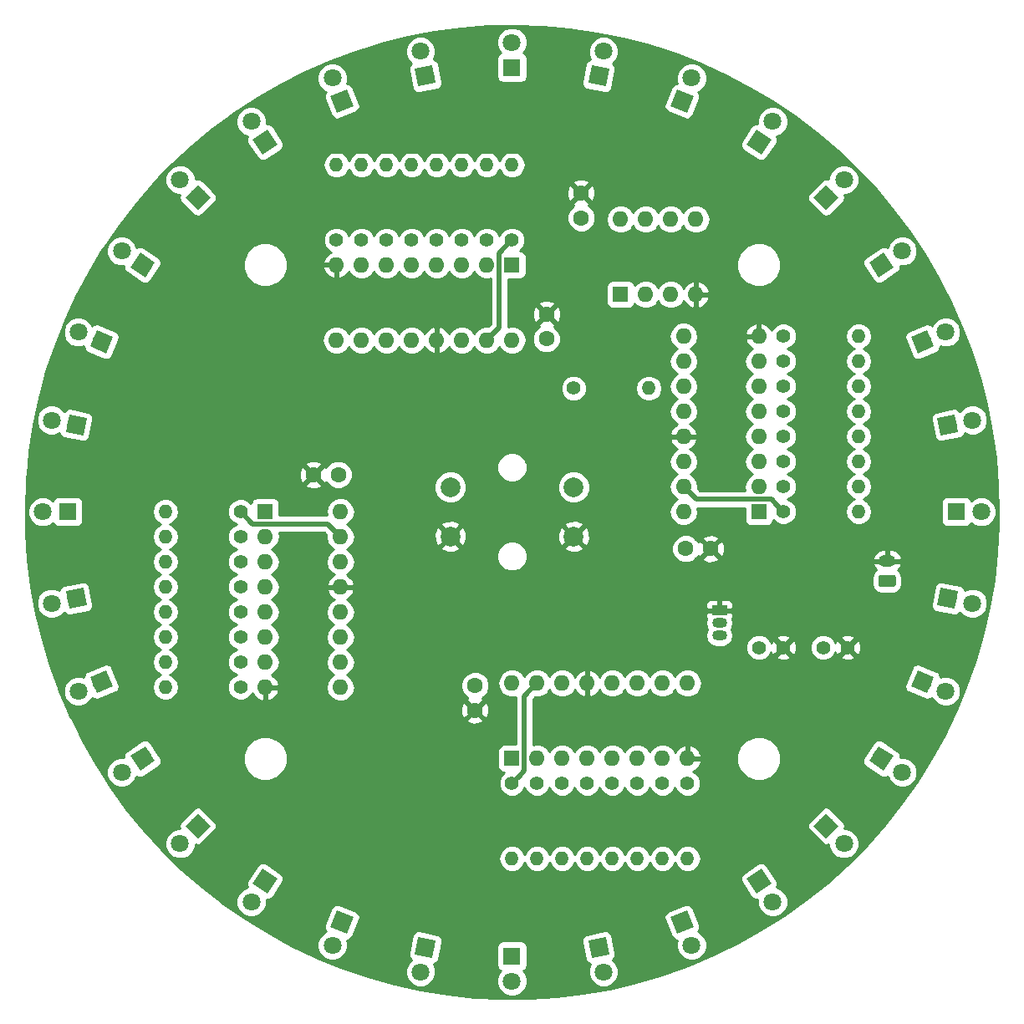
<source format=gbr>
G04 #@! TF.GenerationSoftware,KiCad,Pcbnew,(5.0.2)-1*
G04 #@! TF.CreationDate,2020-02-15T12:45:26+00:00*
G04 #@! TF.ProjectId,teatime,74656174-696d-4652-9e6b-696361645f70,rev?*
G04 #@! TF.SameCoordinates,Original*
G04 #@! TF.FileFunction,Copper,L2,Bot*
G04 #@! TF.FilePolarity,Positive*
%FSLAX46Y46*%
G04 Gerber Fmt 4.6, Leading zero omitted, Abs format (unit mm)*
G04 Created by KiCad (PCBNEW (5.0.2)-1) date 15/02/2020 12:45:26*
%MOMM*%
%LPD*%
G01*
G04 APERTURE LIST*
G04 #@! TA.AperFunction,ComponentPad*
%ADD10C,1.600000*%
G04 #@! TD*
G04 #@! TA.AperFunction,ComponentPad*
%ADD11C,1.400000*%
G04 #@! TD*
G04 #@! TA.AperFunction,ComponentPad*
%ADD12C,2.000000*%
G04 #@! TD*
G04 #@! TA.AperFunction,ComponentPad*
%ADD13O,1.400000X1.400000*%
G04 #@! TD*
G04 #@! TA.AperFunction,ComponentPad*
%ADD14R,1.500000X1.050000*%
G04 #@! TD*
G04 #@! TA.AperFunction,ComponentPad*
%ADD15O,1.500000X1.050000*%
G04 #@! TD*
G04 #@! TA.AperFunction,ComponentPad*
%ADD16O,1.600000X1.600000*%
G04 #@! TD*
G04 #@! TA.AperFunction,ComponentPad*
%ADD17R,1.600000X1.600000*%
G04 #@! TD*
G04 #@! TA.AperFunction,Conductor*
%ADD18C,0.100000*%
G04 #@! TD*
G04 #@! TA.AperFunction,ComponentPad*
%ADD19C,1.200000*%
G04 #@! TD*
G04 #@! TA.AperFunction,ComponentPad*
%ADD20O,1.750000X1.200000*%
G04 #@! TD*
G04 #@! TA.AperFunction,ComponentPad*
%ADD21C,1.800000*%
G04 #@! TD*
G04 #@! TA.AperFunction,ComponentPad*
%ADD22R,1.800000X1.800000*%
G04 #@! TD*
G04 #@! TA.AperFunction,Conductor*
%ADD23C,0.500000*%
G04 #@! TD*
G04 #@! TA.AperFunction,Conductor*
%ADD24C,0.254000*%
G04 #@! TD*
G04 APERTURE END LIST*
D10*
G04 #@! TO.P,C3,1*
G04 #@! TO.N,+3V3*
X107000000Y-70250000D03*
G04 #@! TO.P,C3,2*
G04 #@! TO.N,GND*
X107000000Y-67750000D03*
G04 #@! TD*
G04 #@! TO.P,C4,2*
G04 #@! TO.N,GND*
X103500000Y-80000000D03*
G04 #@! TO.P,C4,1*
G04 #@! TO.N,+3V3*
X103500000Y-82500000D03*
G04 #@! TD*
G04 #@! TO.P,C5,1*
G04 #@! TO.N,+3V3*
X82400000Y-96250000D03*
G04 #@! TO.P,C5,2*
G04 #@! TO.N,GND*
X79900000Y-96250000D03*
G04 #@! TD*
G04 #@! TO.P,C6,2*
G04 #@! TO.N,GND*
X96250000Y-120100000D03*
G04 #@! TO.P,C6,1*
G04 #@! TO.N,+3V3*
X96250000Y-117600000D03*
G04 #@! TD*
G04 #@! TO.P,C7,1*
G04 #@! TO.N,+3V3*
X117600000Y-103750000D03*
G04 #@! TO.P,C7,2*
G04 #@! TO.N,GND*
X120100000Y-103750000D03*
G04 #@! TD*
D11*
G04 #@! TO.P,C1,2*
G04 #@! TO.N,GND*
X134000000Y-113750000D03*
G04 #@! TO.P,C1,1*
G04 #@! TO.N,Net-(BT1-Pad1)*
X131500000Y-113750000D03*
G04 #@! TD*
G04 #@! TO.P,C2,1*
G04 #@! TO.N,+3V3*
X125000000Y-113750000D03*
G04 #@! TO.P,C2,2*
G04 #@! TO.N,GND*
X127500000Y-113750000D03*
G04 #@! TD*
D12*
G04 #@! TO.P,SW1,2*
G04 #@! TO.N,GND*
X106250000Y-102500000D03*
X93750000Y-102500000D03*
G04 #@! TO.P,SW1,1*
G04 #@! TO.N,Net-(R33-Pad1)*
X93750000Y-97500000D03*
X106250000Y-97500000D03*
G04 #@! TD*
D11*
G04 #@! TO.P,R22,1*
G04 #@! TO.N,Net-(R22-Pad1)*
X112700000Y-127500000D03*
D13*
G04 #@! TO.P,R22,2*
G04 #@! TO.N,Net-(D22-Pad1)*
X112700000Y-135120000D03*
G04 #@! TD*
G04 #@! TO.P,R24,2*
G04 #@! TO.N,Net-(D24-Pad1)*
X117780000Y-135120000D03*
D11*
G04 #@! TO.P,R24,1*
G04 #@! TO.N,Net-(R24-Pad1)*
X117780000Y-127500000D03*
G04 #@! TD*
G04 #@! TO.P,R25,1*
G04 #@! TO.N,Net-(R25-Pad1)*
X127500000Y-100000000D03*
D13*
G04 #@! TO.P,R25,2*
G04 #@! TO.N,Net-(D25-Pad1)*
X135120000Y-100000000D03*
G04 #@! TD*
G04 #@! TO.P,R26,2*
G04 #@! TO.N,Net-(D26-Pad1)*
X135120000Y-97460000D03*
D11*
G04 #@! TO.P,R26,1*
G04 #@! TO.N,Net-(R26-Pad1)*
X127500000Y-97460000D03*
G04 #@! TD*
G04 #@! TO.P,R27,1*
G04 #@! TO.N,Net-(R27-Pad1)*
X127500000Y-94920000D03*
D13*
G04 #@! TO.P,R27,2*
G04 #@! TO.N,Net-(D27-Pad1)*
X135120000Y-94920000D03*
G04 #@! TD*
G04 #@! TO.P,R28,2*
G04 #@! TO.N,Net-(D28-Pad1)*
X135120000Y-92380000D03*
D11*
G04 #@! TO.P,R28,1*
G04 #@! TO.N,Net-(R28-Pad1)*
X127500000Y-92380000D03*
G04 #@! TD*
G04 #@! TO.P,R29,1*
G04 #@! TO.N,Net-(R29-Pad1)*
X127500000Y-89840000D03*
D13*
G04 #@! TO.P,R29,2*
G04 #@! TO.N,Net-(D29-Pad1)*
X135120000Y-89840000D03*
G04 #@! TD*
G04 #@! TO.P,R30,2*
G04 #@! TO.N,Net-(D30-Pad1)*
X135120000Y-87300000D03*
D11*
G04 #@! TO.P,R30,1*
G04 #@! TO.N,Net-(R30-Pad1)*
X127500000Y-87300000D03*
G04 #@! TD*
G04 #@! TO.P,R31,1*
G04 #@! TO.N,Net-(R31-Pad1)*
X127500000Y-84760000D03*
D13*
G04 #@! TO.P,R31,2*
G04 #@! TO.N,Net-(D31-Pad1)*
X135120000Y-84760000D03*
G04 #@! TD*
G04 #@! TO.P,R32,2*
G04 #@! TO.N,Net-(D32-Pad1)*
X135120000Y-82220000D03*
D11*
G04 #@! TO.P,R32,1*
G04 #@! TO.N,Net-(R32-Pad1)*
X127500000Y-82220000D03*
G04 #@! TD*
G04 #@! TO.P,R17,1*
G04 #@! TO.N,Net-(R17-Pad1)*
X100000000Y-127500000D03*
D13*
G04 #@! TO.P,R17,2*
G04 #@! TO.N,Net-(D17-Pad1)*
X100000000Y-135120000D03*
G04 #@! TD*
G04 #@! TO.P,R4,2*
G04 #@! TO.N,Net-(D4-Pad1)*
X92380000Y-64880000D03*
D11*
G04 #@! TO.P,R4,1*
G04 #@! TO.N,Net-(R4-Pad1)*
X92380000Y-72500000D03*
G04 #@! TD*
G04 #@! TO.P,R2,1*
G04 #@! TO.N,Net-(R2-Pad1)*
X97460000Y-72500000D03*
D13*
G04 #@! TO.P,R2,2*
G04 #@! TO.N,Net-(D2-Pad1)*
X97460000Y-64880000D03*
G04 #@! TD*
G04 #@! TO.P,R1,2*
G04 #@! TO.N,Net-(D1-Pad1)*
X100000000Y-64880000D03*
D11*
G04 #@! TO.P,R1,1*
G04 #@! TO.N,Net-(R1-Pad1)*
X100000000Y-72500000D03*
G04 #@! TD*
G04 #@! TO.P,R3,1*
G04 #@! TO.N,Net-(R3-Pad1)*
X94920000Y-72500000D03*
D13*
G04 #@! TO.P,R3,2*
G04 #@! TO.N,Net-(D3-Pad1)*
X94920000Y-64880000D03*
G04 #@! TD*
G04 #@! TO.P,R23,2*
G04 #@! TO.N,Net-(D23-Pad1)*
X115240000Y-135120000D03*
D11*
G04 #@! TO.P,R23,1*
G04 #@! TO.N,Net-(R23-Pad1)*
X115240000Y-127500000D03*
G04 #@! TD*
G04 #@! TO.P,R33,1*
G04 #@! TO.N,Net-(R33-Pad1)*
X106250000Y-87500000D03*
D13*
G04 #@! TO.P,R33,2*
G04 #@! TO.N,+3V3*
X113870000Y-87500000D03*
G04 #@! TD*
G04 #@! TO.P,R7,2*
G04 #@! TO.N,Net-(D7-Pad1)*
X84760000Y-64880000D03*
D11*
G04 #@! TO.P,R7,1*
G04 #@! TO.N,Net-(R7-Pad1)*
X84760000Y-72500000D03*
G04 #@! TD*
G04 #@! TO.P,R8,1*
G04 #@! TO.N,Net-(R8-Pad1)*
X82220000Y-72500000D03*
D13*
G04 #@! TO.P,R8,2*
G04 #@! TO.N,Net-(D8-Pad1)*
X82220000Y-64880000D03*
G04 #@! TD*
G04 #@! TO.P,R9,2*
G04 #@! TO.N,Net-(D9-Pad1)*
X64880000Y-100000000D03*
D11*
G04 #@! TO.P,R9,1*
G04 #@! TO.N,Net-(R9-Pad1)*
X72500000Y-100000000D03*
G04 #@! TD*
G04 #@! TO.P,R10,1*
G04 #@! TO.N,Net-(R10-Pad1)*
X72500000Y-102540000D03*
D13*
G04 #@! TO.P,R10,2*
G04 #@! TO.N,Net-(D10-Pad1)*
X64880000Y-102540000D03*
G04 #@! TD*
G04 #@! TO.P,R11,2*
G04 #@! TO.N,Net-(D11-Pad1)*
X64880000Y-105080000D03*
D11*
G04 #@! TO.P,R11,1*
G04 #@! TO.N,Net-(R11-Pad1)*
X72500000Y-105080000D03*
G04 #@! TD*
G04 #@! TO.P,R12,1*
G04 #@! TO.N,Net-(R12-Pad1)*
X72500000Y-107620000D03*
D13*
G04 #@! TO.P,R12,2*
G04 #@! TO.N,Net-(D12-Pad1)*
X64880000Y-107620000D03*
G04 #@! TD*
G04 #@! TO.P,R13,2*
G04 #@! TO.N,Net-(D13-Pad1)*
X64880000Y-110160000D03*
D11*
G04 #@! TO.P,R13,1*
G04 #@! TO.N,Net-(R13-Pad1)*
X72500000Y-110160000D03*
G04 #@! TD*
G04 #@! TO.P,R14,1*
G04 #@! TO.N,Net-(R14-Pad1)*
X72500000Y-112700000D03*
D13*
G04 #@! TO.P,R14,2*
G04 #@! TO.N,Net-(D14-Pad1)*
X64880000Y-112700000D03*
G04 #@! TD*
G04 #@! TO.P,R15,2*
G04 #@! TO.N,Net-(D15-Pad1)*
X64880000Y-115240000D03*
D11*
G04 #@! TO.P,R15,1*
G04 #@! TO.N,Net-(R15-Pad1)*
X72500000Y-115240000D03*
G04 #@! TD*
G04 #@! TO.P,R16,1*
G04 #@! TO.N,Net-(R16-Pad1)*
X72500000Y-117780000D03*
D13*
G04 #@! TO.P,R16,2*
G04 #@! TO.N,Net-(D16-Pad1)*
X64880000Y-117780000D03*
G04 #@! TD*
G04 #@! TO.P,R6,2*
G04 #@! TO.N,Net-(D6-Pad1)*
X87300000Y-64880000D03*
D11*
G04 #@! TO.P,R6,1*
G04 #@! TO.N,Net-(R6-Pad1)*
X87300000Y-72500000D03*
G04 #@! TD*
G04 #@! TO.P,R18,1*
G04 #@! TO.N,Net-(R18-Pad1)*
X102540000Y-127500000D03*
D13*
G04 #@! TO.P,R18,2*
G04 #@! TO.N,Net-(D18-Pad1)*
X102540000Y-135120000D03*
G04 #@! TD*
G04 #@! TO.P,R20,2*
G04 #@! TO.N,Net-(D20-Pad1)*
X107620000Y-135120000D03*
D11*
G04 #@! TO.P,R20,1*
G04 #@! TO.N,Net-(R20-Pad1)*
X107620000Y-127500000D03*
G04 #@! TD*
G04 #@! TO.P,R5,1*
G04 #@! TO.N,Net-(R5-Pad1)*
X89840000Y-72500000D03*
D13*
G04 #@! TO.P,R5,2*
G04 #@! TO.N,Net-(D5-Pad1)*
X89840000Y-64880000D03*
G04 #@! TD*
G04 #@! TO.P,R19,2*
G04 #@! TO.N,Net-(D19-Pad1)*
X105080000Y-135120000D03*
D11*
G04 #@! TO.P,R19,1*
G04 #@! TO.N,Net-(R19-Pad1)*
X105080000Y-127500000D03*
G04 #@! TD*
G04 #@! TO.P,R21,1*
G04 #@! TO.N,Net-(R21-Pad1)*
X110160000Y-127500000D03*
D13*
G04 #@! TO.P,R21,2*
G04 #@! TO.N,Net-(D21-Pad1)*
X110160000Y-135120000D03*
G04 #@! TD*
D14*
G04 #@! TO.P,U1,1*
G04 #@! TO.N,GND*
X121000000Y-110000000D03*
D15*
G04 #@! TO.P,U1,3*
G04 #@! TO.N,+3V3*
X121000000Y-112540000D03*
G04 #@! TO.P,U1,2*
G04 #@! TO.N,Net-(BT1-Pad1)*
X121000000Y-111270000D03*
G04 #@! TD*
D16*
G04 #@! TO.P,U6,8*
G04 #@! TO.N,+3V3*
X111000000Y-70380000D03*
G04 #@! TO.P,U6,4*
G04 #@! TO.N,GND*
X118620000Y-78000000D03*
G04 #@! TO.P,U6,7*
G04 #@! TO.N,Net-(U2-Pad14)*
X113540000Y-70380000D03*
G04 #@! TO.P,U6,3*
G04 #@! TO.N,Net-(U6-Pad3)*
X116080000Y-78000000D03*
G04 #@! TO.P,U6,6*
G04 #@! TO.N,Net-(U2-Pad11)*
X116080000Y-70380000D03*
G04 #@! TO.P,U6,2*
G04 #@! TO.N,Net-(U6-Pad2)*
X113540000Y-78000000D03*
G04 #@! TO.P,U6,5*
G04 #@! TO.N,Net-(U2-Pad12)*
X118620000Y-70380000D03*
D17*
G04 #@! TO.P,U6,1*
G04 #@! TO.N,Net-(R33-Pad1)*
X111000000Y-78000000D03*
G04 #@! TD*
D18*
G04 #@! TO.N,Net-(BT1-Pad1)*
G04 #@! TO.C,BT1*
G36*
X138649505Y-106401204D02*
X138673773Y-106404804D01*
X138697572Y-106410765D01*
X138720671Y-106419030D01*
X138742850Y-106429520D01*
X138763893Y-106442132D01*
X138783599Y-106456747D01*
X138801777Y-106473223D01*
X138818253Y-106491401D01*
X138832868Y-106511107D01*
X138845480Y-106532150D01*
X138855970Y-106554329D01*
X138864235Y-106577428D01*
X138870196Y-106601227D01*
X138873796Y-106625495D01*
X138875000Y-106649999D01*
X138875000Y-107350001D01*
X138873796Y-107374505D01*
X138870196Y-107398773D01*
X138864235Y-107422572D01*
X138855970Y-107445671D01*
X138845480Y-107467850D01*
X138832868Y-107488893D01*
X138818253Y-107508599D01*
X138801777Y-107526777D01*
X138783599Y-107543253D01*
X138763893Y-107557868D01*
X138742850Y-107570480D01*
X138720671Y-107580970D01*
X138697572Y-107589235D01*
X138673773Y-107595196D01*
X138649505Y-107598796D01*
X138625001Y-107600000D01*
X137374999Y-107600000D01*
X137350495Y-107598796D01*
X137326227Y-107595196D01*
X137302428Y-107589235D01*
X137279329Y-107580970D01*
X137257150Y-107570480D01*
X137236107Y-107557868D01*
X137216401Y-107543253D01*
X137198223Y-107526777D01*
X137181747Y-107508599D01*
X137167132Y-107488893D01*
X137154520Y-107467850D01*
X137144030Y-107445671D01*
X137135765Y-107422572D01*
X137129804Y-107398773D01*
X137126204Y-107374505D01*
X137125000Y-107350001D01*
X137125000Y-106649999D01*
X137126204Y-106625495D01*
X137129804Y-106601227D01*
X137135765Y-106577428D01*
X137144030Y-106554329D01*
X137154520Y-106532150D01*
X137167132Y-106511107D01*
X137181747Y-106491401D01*
X137198223Y-106473223D01*
X137216401Y-106456747D01*
X137236107Y-106442132D01*
X137257150Y-106429520D01*
X137279329Y-106419030D01*
X137302428Y-106410765D01*
X137326227Y-106404804D01*
X137350495Y-106401204D01*
X137374999Y-106400000D01*
X138625001Y-106400000D01*
X138649505Y-106401204D01*
X138649505Y-106401204D01*
G37*
D19*
G04 #@! TD*
G04 #@! TO.P,BT1,1*
G04 #@! TO.N,Net-(BT1-Pad1)*
X138000000Y-107000000D03*
D20*
G04 #@! TO.P,BT1,2*
G04 #@! TO.N,GND*
X138000000Y-104999999D03*
G04 #@! TD*
D21*
G04 #@! TO.P,D17,2*
G04 #@! TO.N,+3V3*
X100000000Y-147540000D03*
D22*
G04 #@! TO.P,D17,1*
G04 #@! TO.N,Net-(D17-Pad1)*
X100000000Y-145000000D03*
G04 #@! TD*
D21*
G04 #@! TO.P,D30,1*
G04 #@! TO.N,Net-(D30-Pad1)*
X125000660Y-62583867D03*
D18*
G04 #@! TD*
G04 #@! TO.N,Net-(D30-Pad1)*
G04 #@! TO.C,D30*
G36*
X125248969Y-63832203D02*
X123752324Y-62832176D01*
X124752351Y-61335531D01*
X126248996Y-62335558D01*
X125248969Y-63832203D01*
X125248969Y-63832203D01*
G37*
D21*
G04 #@! TO.P,D30,2*
G04 #@! TO.N,+3V3*
X126411808Y-60471934D03*
G04 #@! TD*
G04 #@! TO.P,D29,2*
G04 #@! TO.N,+3V3*
X133615856Y-66384143D03*
G04 #@! TO.P,D29,1*
G04 #@! TO.N,Net-(D29-Pad1)*
X131819805Y-68180194D03*
D18*
G04 #@! TD*
G04 #@! TO.N,Net-(D29-Pad1)*
G04 #@! TO.C,D29*
G36*
X131819805Y-69452986D02*
X130547013Y-68180194D01*
X131819805Y-66907402D01*
X133092597Y-68180194D01*
X131819805Y-69452986D01*
X131819805Y-69452986D01*
G37*
D21*
G04 #@! TO.P,D28,1*
G04 #@! TO.N,Net-(D28-Pad1)*
X137416132Y-74999339D03*
D18*
G04 #@! TD*
G04 #@! TO.N,Net-(D28-Pad1)*
G04 #@! TO.C,D28*
G36*
X137167823Y-76247675D02*
X136167796Y-74751030D01*
X137664441Y-73751003D01*
X138664468Y-75247648D01*
X137167823Y-76247675D01*
X137167823Y-76247675D01*
G37*
D21*
G04 #@! TO.P,D28,2*
G04 #@! TO.N,+3V3*
X139528065Y-73588191D03*
G04 #@! TD*
G04 #@! TO.P,D27,2*
G04 #@! TO.N,+3V3*
X143921232Y-81807229D03*
G04 #@! TO.P,D27,1*
G04 #@! TO.N,Net-(D27-Pad1)*
X141574578Y-82779245D03*
D18*
G04 #@! TD*
G04 #@! TO.N,Net-(D27-Pad1)*
G04 #@! TO.C,D27*
G36*
X141087502Y-83955152D02*
X140398671Y-82292169D01*
X142061654Y-81603338D01*
X142750485Y-83266321D01*
X141087502Y-83955152D01*
X141087502Y-83955152D01*
G37*
D21*
G04 #@! TO.P,D26,1*
G04 #@! TO.N,Net-(D26-Pad1)*
X144135337Y-91220935D03*
D18*
G04 #@! TD*
G04 #@! TO.N,Net-(D26-Pad1)*
G04 #@! TO.C,D26*
G36*
X143428212Y-92279223D02*
X143077049Y-90513810D01*
X144842462Y-90162647D01*
X145193625Y-91928060D01*
X143428212Y-92279223D01*
X143428212Y-92279223D01*
G37*
D21*
G04 #@! TO.P,D26,2*
G04 #@! TO.N,+3V3*
X146626532Y-90725406D03*
G04 #@! TD*
G04 #@! TO.P,D25,2*
G04 #@! TO.N,+3V3*
X147540000Y-100000000D03*
D22*
G04 #@! TO.P,D25,1*
G04 #@! TO.N,Net-(D25-Pad1)*
X145000000Y-100000000D03*
G04 #@! TD*
D21*
G04 #@! TO.P,D24,1*
G04 #@! TO.N,Net-(D24-Pad1)*
X144135337Y-108779064D03*
D18*
G04 #@! TD*
G04 #@! TO.N,Net-(D24-Pad1)*
G04 #@! TO.C,D24*
G36*
X143077049Y-109486189D02*
X143428212Y-107720776D01*
X145193625Y-108071939D01*
X144842462Y-109837352D01*
X143077049Y-109486189D01*
X143077049Y-109486189D01*
G37*
D21*
G04 #@! TO.P,D24,2*
G04 #@! TO.N,+3V3*
X146626532Y-109274593D03*
G04 #@! TD*
G04 #@! TO.P,D23,2*
G04 #@! TO.N,+3V3*
X143921232Y-118192770D03*
G04 #@! TO.P,D23,1*
G04 #@! TO.N,Net-(D23-Pad1)*
X141574578Y-117220754D03*
D18*
G04 #@! TD*
G04 #@! TO.N,Net-(D23-Pad1)*
G04 #@! TO.C,D23*
G36*
X140398671Y-117707830D02*
X141087502Y-116044847D01*
X142750485Y-116733678D01*
X142061654Y-118396661D01*
X140398671Y-117707830D01*
X140398671Y-117707830D01*
G37*
D21*
G04 #@! TO.P,D22,1*
G04 #@! TO.N,Net-(D22-Pad1)*
X137416132Y-125000660D03*
D18*
G04 #@! TD*
G04 #@! TO.N,Net-(D22-Pad1)*
G04 #@! TO.C,D22*
G36*
X136167796Y-125248969D02*
X137167823Y-123752324D01*
X138664468Y-124752351D01*
X137664441Y-126248996D01*
X136167796Y-125248969D01*
X136167796Y-125248969D01*
G37*
D21*
G04 #@! TO.P,D22,2*
G04 #@! TO.N,+3V3*
X139528065Y-126411808D03*
G04 #@! TD*
G04 #@! TO.P,D21,2*
G04 #@! TO.N,+3V3*
X133615856Y-133615856D03*
G04 #@! TO.P,D21,1*
G04 #@! TO.N,Net-(D21-Pad1)*
X131819805Y-131819805D03*
D18*
G04 #@! TD*
G04 #@! TO.N,Net-(D21-Pad1)*
G04 #@! TO.C,D21*
G36*
X130547013Y-131819805D02*
X131819805Y-130547013D01*
X133092597Y-131819805D01*
X131819805Y-133092597D01*
X130547013Y-131819805D01*
X130547013Y-131819805D01*
G37*
D21*
G04 #@! TO.P,D20,1*
G04 #@! TO.N,Net-(D20-Pad1)*
X125000660Y-137416132D03*
D18*
G04 #@! TD*
G04 #@! TO.N,Net-(D20-Pad1)*
G04 #@! TO.C,D20*
G36*
X123752324Y-137167823D02*
X125248969Y-136167796D01*
X126248996Y-137664441D01*
X124752351Y-138664468D01*
X123752324Y-137167823D01*
X123752324Y-137167823D01*
G37*
D21*
G04 #@! TO.P,D20,2*
G04 #@! TO.N,+3V3*
X126411808Y-139528065D03*
G04 #@! TD*
G04 #@! TO.P,D19,2*
G04 #@! TO.N,+3V3*
X118192770Y-143921232D03*
G04 #@! TO.P,D19,1*
G04 #@! TO.N,Net-(D19-Pad1)*
X117220754Y-141574578D03*
D18*
G04 #@! TD*
G04 #@! TO.N,Net-(D19-Pad1)*
G04 #@! TO.C,D19*
G36*
X116044847Y-141087502D02*
X117707830Y-140398671D01*
X118396661Y-142061654D01*
X116733678Y-142750485D01*
X116044847Y-141087502D01*
X116044847Y-141087502D01*
G37*
D21*
G04 #@! TO.P,D18,1*
G04 #@! TO.N,Net-(D18-Pad1)*
X108779064Y-144135337D03*
D18*
G04 #@! TD*
G04 #@! TO.N,Net-(D18-Pad1)*
G04 #@! TO.C,D18*
G36*
X107720776Y-143428212D02*
X109486189Y-143077049D01*
X109837352Y-144842462D01*
X108071939Y-145193625D01*
X107720776Y-143428212D01*
X107720776Y-143428212D01*
G37*
D21*
G04 #@! TO.P,D18,2*
G04 #@! TO.N,+3V3*
X109274593Y-146626532D03*
G04 #@! TD*
G04 #@! TO.P,D16,2*
G04 #@! TO.N,+3V3*
X90725406Y-146626532D03*
G04 #@! TO.P,D16,1*
G04 #@! TO.N,Net-(D16-Pad1)*
X91220935Y-144135337D03*
D18*
G04 #@! TD*
G04 #@! TO.N,Net-(D16-Pad1)*
G04 #@! TO.C,D16*
G36*
X90513810Y-143077049D02*
X92279223Y-143428212D01*
X91928060Y-145193625D01*
X90162647Y-144842462D01*
X90513810Y-143077049D01*
X90513810Y-143077049D01*
G37*
D21*
G04 #@! TO.P,D32,1*
G04 #@! TO.N,Net-(D32-Pad1)*
X108779064Y-55864662D03*
D18*
G04 #@! TD*
G04 #@! TO.N,Net-(D32-Pad1)*
G04 #@! TO.C,D32*
G36*
X109486189Y-56922950D02*
X107720776Y-56571787D01*
X108071939Y-54806374D01*
X109837352Y-55157537D01*
X109486189Y-56922950D01*
X109486189Y-56922950D01*
G37*
D21*
G04 #@! TO.P,D32,2*
G04 #@! TO.N,+3V3*
X109274593Y-53373467D03*
G04 #@! TD*
G04 #@! TO.P,D14,2*
G04 #@! TO.N,+3V3*
X73588191Y-139528065D03*
G04 #@! TO.P,D14,1*
G04 #@! TO.N,Net-(D14-Pad1)*
X74999339Y-137416132D03*
D18*
G04 #@! TD*
G04 #@! TO.N,Net-(D14-Pad1)*
G04 #@! TO.C,D14*
G36*
X74751030Y-136167796D02*
X76247675Y-137167823D01*
X75247648Y-138664468D01*
X73751003Y-137664441D01*
X74751030Y-136167796D01*
X74751030Y-136167796D01*
G37*
D21*
G04 #@! TO.P,D31,1*
G04 #@! TO.N,Net-(D31-Pad1)*
X117220754Y-58425421D03*
D18*
G04 #@! TD*
G04 #@! TO.N,Net-(D31-Pad1)*
G04 #@! TO.C,D31*
G36*
X117707830Y-59601328D02*
X116044847Y-58912497D01*
X116733678Y-57249514D01*
X118396661Y-57938345D01*
X117707830Y-59601328D01*
X117707830Y-59601328D01*
G37*
D21*
G04 #@! TO.P,D31,2*
G04 #@! TO.N,+3V3*
X118192770Y-56078767D03*
G04 #@! TD*
G04 #@! TO.P,D1,2*
G04 #@! TO.N,+3V3*
X100000000Y-52460000D03*
D22*
G04 #@! TO.P,D1,1*
G04 #@! TO.N,Net-(D1-Pad1)*
X100000000Y-55000000D03*
G04 #@! TD*
D21*
G04 #@! TO.P,D2,1*
G04 #@! TO.N,Net-(D2-Pad1)*
X91220935Y-55864662D03*
D18*
G04 #@! TD*
G04 #@! TO.N,Net-(D2-Pad1)*
G04 #@! TO.C,D2*
G36*
X92279223Y-56571787D02*
X90513810Y-56922950D01*
X90162647Y-55157537D01*
X91928060Y-54806374D01*
X92279223Y-56571787D01*
X92279223Y-56571787D01*
G37*
D21*
G04 #@! TO.P,D2,2*
G04 #@! TO.N,+3V3*
X90725406Y-53373467D03*
G04 #@! TD*
G04 #@! TO.P,D3,2*
G04 #@! TO.N,+3V3*
X81807229Y-56078767D03*
G04 #@! TO.P,D3,1*
G04 #@! TO.N,Net-(D3-Pad1)*
X82779245Y-58425421D03*
D18*
G04 #@! TD*
G04 #@! TO.N,Net-(D3-Pad1)*
G04 #@! TO.C,D3*
G36*
X83955152Y-58912497D02*
X82292169Y-59601328D01*
X81603338Y-57938345D01*
X83266321Y-57249514D01*
X83955152Y-58912497D01*
X83955152Y-58912497D01*
G37*
D21*
G04 #@! TO.P,D4,1*
G04 #@! TO.N,Net-(D4-Pad1)*
X74999339Y-62583867D03*
D18*
G04 #@! TD*
G04 #@! TO.N,Net-(D4-Pad1)*
G04 #@! TO.C,D4*
G36*
X76247675Y-62832176D02*
X74751030Y-63832203D01*
X73751003Y-62335558D01*
X75247648Y-61335531D01*
X76247675Y-62832176D01*
X76247675Y-62832176D01*
G37*
D21*
G04 #@! TO.P,D4,2*
G04 #@! TO.N,+3V3*
X73588191Y-60471934D03*
G04 #@! TD*
G04 #@! TO.P,D5,2*
G04 #@! TO.N,+3V3*
X66384143Y-66384143D03*
G04 #@! TO.P,D5,1*
G04 #@! TO.N,Net-(D5-Pad1)*
X68180194Y-68180194D03*
D18*
G04 #@! TD*
G04 #@! TO.N,Net-(D5-Pad1)*
G04 #@! TO.C,D5*
G36*
X69452986Y-68180194D02*
X68180194Y-69452986D01*
X66907402Y-68180194D01*
X68180194Y-66907402D01*
X69452986Y-68180194D01*
X69452986Y-68180194D01*
G37*
D21*
G04 #@! TO.P,D6,1*
G04 #@! TO.N,Net-(D6-Pad1)*
X62583867Y-74999339D03*
D18*
G04 #@! TD*
G04 #@! TO.N,Net-(D6-Pad1)*
G04 #@! TO.C,D6*
G36*
X63832203Y-74751030D02*
X62832176Y-76247675D01*
X61335531Y-75247648D01*
X62335558Y-73751003D01*
X63832203Y-74751030D01*
X63832203Y-74751030D01*
G37*
D21*
G04 #@! TO.P,D6,2*
G04 #@! TO.N,+3V3*
X60471934Y-73588191D03*
G04 #@! TD*
G04 #@! TO.P,D7,2*
G04 #@! TO.N,+3V3*
X56078767Y-81807229D03*
G04 #@! TO.P,D7,1*
G04 #@! TO.N,Net-(D7-Pad1)*
X58425421Y-82779245D03*
D18*
G04 #@! TD*
G04 #@! TO.N,Net-(D7-Pad1)*
G04 #@! TO.C,D7*
G36*
X59601328Y-82292169D02*
X58912497Y-83955152D01*
X57249514Y-83266321D01*
X57938345Y-81603338D01*
X59601328Y-82292169D01*
X59601328Y-82292169D01*
G37*
D21*
G04 #@! TO.P,D8,1*
G04 #@! TO.N,Net-(D8-Pad1)*
X55864662Y-91220935D03*
D18*
G04 #@! TD*
G04 #@! TO.N,Net-(D8-Pad1)*
G04 #@! TO.C,D8*
G36*
X56922950Y-90513810D02*
X56571787Y-92279223D01*
X54806374Y-91928060D01*
X55157537Y-90162647D01*
X56922950Y-90513810D01*
X56922950Y-90513810D01*
G37*
D21*
G04 #@! TO.P,D8,2*
G04 #@! TO.N,+3V3*
X53373467Y-90725406D03*
G04 #@! TD*
G04 #@! TO.P,D9,2*
G04 #@! TO.N,+3V3*
X52460000Y-100000000D03*
D22*
G04 #@! TO.P,D9,1*
G04 #@! TO.N,Net-(D9-Pad1)*
X55000000Y-100000000D03*
G04 #@! TD*
D21*
G04 #@! TO.P,D10,1*
G04 #@! TO.N,Net-(D10-Pad1)*
X55864662Y-108779064D03*
D18*
G04 #@! TD*
G04 #@! TO.N,Net-(D10-Pad1)*
G04 #@! TO.C,D10*
G36*
X56571787Y-107720776D02*
X56922950Y-109486189D01*
X55157537Y-109837352D01*
X54806374Y-108071939D01*
X56571787Y-107720776D01*
X56571787Y-107720776D01*
G37*
D21*
G04 #@! TO.P,D10,2*
G04 #@! TO.N,+3V3*
X53373467Y-109274593D03*
G04 #@! TD*
G04 #@! TO.P,D11,2*
G04 #@! TO.N,+3V3*
X56078767Y-118192770D03*
G04 #@! TO.P,D11,1*
G04 #@! TO.N,Net-(D11-Pad1)*
X58425421Y-117220754D03*
D18*
G04 #@! TD*
G04 #@! TO.N,Net-(D11-Pad1)*
G04 #@! TO.C,D11*
G36*
X58912497Y-116044847D02*
X59601328Y-117707830D01*
X57938345Y-118396661D01*
X57249514Y-116733678D01*
X58912497Y-116044847D01*
X58912497Y-116044847D01*
G37*
D21*
G04 #@! TO.P,D12,1*
G04 #@! TO.N,Net-(D12-Pad1)*
X62583867Y-125000660D03*
D18*
G04 #@! TD*
G04 #@! TO.N,Net-(D12-Pad1)*
G04 #@! TO.C,D12*
G36*
X62832176Y-123752324D02*
X63832203Y-125248969D01*
X62335558Y-126248996D01*
X61335531Y-124752351D01*
X62832176Y-123752324D01*
X62832176Y-123752324D01*
G37*
D21*
G04 #@! TO.P,D12,2*
G04 #@! TO.N,+3V3*
X60471934Y-126411808D03*
G04 #@! TD*
G04 #@! TO.P,D13,2*
G04 #@! TO.N,+3V3*
X66384143Y-133615856D03*
G04 #@! TO.P,D13,1*
G04 #@! TO.N,Net-(D13-Pad1)*
X68180194Y-131819805D03*
D18*
G04 #@! TD*
G04 #@! TO.N,Net-(D13-Pad1)*
G04 #@! TO.C,D13*
G36*
X68180194Y-130547013D02*
X69452986Y-131819805D01*
X68180194Y-133092597D01*
X66907402Y-131819805D01*
X68180194Y-130547013D01*
X68180194Y-130547013D01*
G37*
D21*
G04 #@! TO.P,D15,1*
G04 #@! TO.N,Net-(D15-Pad1)*
X82779245Y-141574578D03*
D18*
G04 #@! TD*
G04 #@! TO.N,Net-(D15-Pad1)*
G04 #@! TO.C,D15*
G36*
X82292169Y-140398671D02*
X83955152Y-141087502D01*
X83266321Y-142750485D01*
X81603338Y-142061654D01*
X82292169Y-140398671D01*
X82292169Y-140398671D01*
G37*
D21*
G04 #@! TO.P,D15,2*
G04 #@! TO.N,+3V3*
X81807229Y-143921232D03*
G04 #@! TD*
D16*
G04 #@! TO.P,U3,16*
G04 #@! TO.N,+3V3*
X82620000Y-100000000D03*
G04 #@! TO.P,U3,8*
G04 #@! TO.N,GND*
X75000000Y-117780000D03*
G04 #@! TO.P,U3,15*
G04 #@! TO.N,Net-(R9-Pad1)*
X82620000Y-102540000D03*
G04 #@! TO.P,U3,7*
G04 #@! TO.N,Net-(R16-Pad1)*
X75000000Y-115240000D03*
G04 #@! TO.P,U3,14*
G04 #@! TO.N,Net-(U2-Pad9)*
X82620000Y-105080000D03*
G04 #@! TO.P,U3,6*
G04 #@! TO.N,Net-(R15-Pad1)*
X75000000Y-112700000D03*
G04 #@! TO.P,U3,13*
G04 #@! TO.N,GND*
X82620000Y-107620000D03*
G04 #@! TO.P,U3,5*
G04 #@! TO.N,Net-(R14-Pad1)*
X75000000Y-110160000D03*
G04 #@! TO.P,U3,12*
G04 #@! TO.N,Net-(U2-Pad12)*
X82620000Y-110160000D03*
G04 #@! TO.P,U3,4*
G04 #@! TO.N,Net-(R13-Pad1)*
X75000000Y-107620000D03*
G04 #@! TO.P,U3,11*
G04 #@! TO.N,Net-(U2-Pad11)*
X82620000Y-112700000D03*
G04 #@! TO.P,U3,3*
G04 #@! TO.N,Net-(R12-Pad1)*
X75000000Y-105080000D03*
G04 #@! TO.P,U3,10*
G04 #@! TO.N,+3V3*
X82620000Y-115240000D03*
G04 #@! TO.P,U3,2*
G04 #@! TO.N,Net-(R11-Pad1)*
X75000000Y-102540000D03*
G04 #@! TO.P,U3,9*
G04 #@! TO.N,Net-(U3-Pad9)*
X82620000Y-117780000D03*
D17*
G04 #@! TO.P,U3,1*
G04 #@! TO.N,Net-(R10-Pad1)*
X75000000Y-100000000D03*
G04 #@! TD*
G04 #@! TO.P,U4,1*
G04 #@! TO.N,Net-(R18-Pad1)*
X100000000Y-125000000D03*
D16*
G04 #@! TO.P,U4,9*
G04 #@! TO.N,Net-(U4-Pad9)*
X117780000Y-117380000D03*
G04 #@! TO.P,U4,2*
G04 #@! TO.N,Net-(R19-Pad1)*
X102540000Y-125000000D03*
G04 #@! TO.P,U4,10*
G04 #@! TO.N,+3V3*
X115240000Y-117380000D03*
G04 #@! TO.P,U4,3*
G04 #@! TO.N,Net-(R20-Pad1)*
X105080000Y-125000000D03*
G04 #@! TO.P,U4,11*
G04 #@! TO.N,Net-(U2-Pad11)*
X112700000Y-117380000D03*
G04 #@! TO.P,U4,4*
G04 #@! TO.N,Net-(R21-Pad1)*
X107620000Y-125000000D03*
G04 #@! TO.P,U4,12*
G04 #@! TO.N,Net-(U2-Pad12)*
X110160000Y-117380000D03*
G04 #@! TO.P,U4,5*
G04 #@! TO.N,Net-(R22-Pad1)*
X110160000Y-125000000D03*
G04 #@! TO.P,U4,13*
G04 #@! TO.N,GND*
X107620000Y-117380000D03*
G04 #@! TO.P,U4,6*
G04 #@! TO.N,Net-(R23-Pad1)*
X112700000Y-125000000D03*
G04 #@! TO.P,U4,14*
G04 #@! TO.N,Net-(U3-Pad9)*
X105080000Y-117380000D03*
G04 #@! TO.P,U4,7*
G04 #@! TO.N,Net-(R24-Pad1)*
X115240000Y-125000000D03*
G04 #@! TO.P,U4,15*
G04 #@! TO.N,Net-(R17-Pad1)*
X102540000Y-117380000D03*
G04 #@! TO.P,U4,8*
G04 #@! TO.N,GND*
X117780000Y-125000000D03*
G04 #@! TO.P,U4,16*
G04 #@! TO.N,+3V3*
X100000000Y-117380000D03*
G04 #@! TD*
G04 #@! TO.P,U5,16*
G04 #@! TO.N,+3V3*
X117380000Y-100000000D03*
G04 #@! TO.P,U5,8*
G04 #@! TO.N,GND*
X125000000Y-82220000D03*
G04 #@! TO.P,U5,15*
G04 #@! TO.N,Net-(R25-Pad1)*
X117380000Y-97460000D03*
G04 #@! TO.P,U5,7*
G04 #@! TO.N,Net-(R32-Pad1)*
X125000000Y-84760000D03*
G04 #@! TO.P,U5,14*
G04 #@! TO.N,Net-(U4-Pad9)*
X117380000Y-94920000D03*
G04 #@! TO.P,U5,6*
G04 #@! TO.N,Net-(R31-Pad1)*
X125000000Y-87300000D03*
G04 #@! TO.P,U5,13*
G04 #@! TO.N,GND*
X117380000Y-92380000D03*
G04 #@! TO.P,U5,5*
G04 #@! TO.N,Net-(R30-Pad1)*
X125000000Y-89840000D03*
G04 #@! TO.P,U5,12*
G04 #@! TO.N,Net-(U2-Pad12)*
X117380000Y-89840000D03*
G04 #@! TO.P,U5,4*
G04 #@! TO.N,Net-(R29-Pad1)*
X125000000Y-92380000D03*
G04 #@! TO.P,U5,11*
G04 #@! TO.N,Net-(U2-Pad11)*
X117380000Y-87300000D03*
G04 #@! TO.P,U5,3*
G04 #@! TO.N,Net-(R28-Pad1)*
X125000000Y-94920000D03*
G04 #@! TO.P,U5,10*
G04 #@! TO.N,+3V3*
X117380000Y-84760000D03*
G04 #@! TO.P,U5,2*
G04 #@! TO.N,Net-(R27-Pad1)*
X125000000Y-97460000D03*
G04 #@! TO.P,U5,9*
G04 #@! TO.N,Net-(U5-Pad9)*
X117380000Y-82220000D03*
D17*
G04 #@! TO.P,U5,1*
G04 #@! TO.N,Net-(R26-Pad1)*
X125000000Y-100000000D03*
G04 #@! TD*
G04 #@! TO.P,U2,1*
G04 #@! TO.N,Net-(R2-Pad1)*
X100000000Y-75000000D03*
D16*
G04 #@! TO.P,U2,9*
G04 #@! TO.N,Net-(U2-Pad9)*
X82220000Y-82620000D03*
G04 #@! TO.P,U2,2*
G04 #@! TO.N,Net-(R3-Pad1)*
X97460000Y-75000000D03*
G04 #@! TO.P,U2,10*
G04 #@! TO.N,+3V3*
X84760000Y-82620000D03*
G04 #@! TO.P,U2,3*
G04 #@! TO.N,Net-(R4-Pad1)*
X94920000Y-75000000D03*
G04 #@! TO.P,U2,11*
G04 #@! TO.N,Net-(U2-Pad11)*
X87300000Y-82620000D03*
G04 #@! TO.P,U2,4*
G04 #@! TO.N,Net-(R5-Pad1)*
X92380000Y-75000000D03*
G04 #@! TO.P,U2,12*
G04 #@! TO.N,Net-(U2-Pad12)*
X89840000Y-82620000D03*
G04 #@! TO.P,U2,5*
G04 #@! TO.N,Net-(R6-Pad1)*
X89840000Y-75000000D03*
G04 #@! TO.P,U2,13*
G04 #@! TO.N,GND*
X92380000Y-82620000D03*
G04 #@! TO.P,U2,6*
G04 #@! TO.N,Net-(R7-Pad1)*
X87300000Y-75000000D03*
G04 #@! TO.P,U2,14*
G04 #@! TO.N,Net-(U2-Pad14)*
X94920000Y-82620000D03*
G04 #@! TO.P,U2,7*
G04 #@! TO.N,Net-(R8-Pad1)*
X84760000Y-75000000D03*
G04 #@! TO.P,U2,15*
G04 #@! TO.N,Net-(R1-Pad1)*
X97460000Y-82620000D03*
G04 #@! TO.P,U2,8*
G04 #@! TO.N,GND*
X82220000Y-75000000D03*
G04 #@! TO.P,U2,16*
G04 #@! TO.N,+3V3*
X100000000Y-82620000D03*
G04 #@! TD*
D23*
G04 #@! TO.N,Net-(R1-Pad1)*
X98259999Y-81820001D02*
X97460000Y-82620000D01*
X98710001Y-81369999D02*
X98259999Y-81820001D01*
X98710001Y-73789999D02*
X98710001Y-81369999D01*
X100000000Y-72500000D02*
X98710001Y-73789999D01*
G04 #@! TO.N,Net-(R17-Pad1)*
X100699999Y-126800001D02*
X100000000Y-127500000D01*
X101250001Y-126249999D02*
X100699999Y-126800001D01*
X101250001Y-118669999D02*
X101250001Y-126249999D01*
X102540000Y-117380000D02*
X101250001Y-118669999D01*
G04 #@! TO.N,Net-(R25-Pad1)*
X126800001Y-99300001D02*
X127500000Y-100000000D01*
X126249999Y-98749999D02*
X126800001Y-99300001D01*
X118669999Y-98749999D02*
X126249999Y-98749999D01*
X117380000Y-97460000D02*
X118669999Y-98749999D01*
G04 #@! TO.N,Net-(R9-Pad1)*
X73750001Y-101250001D02*
X72500000Y-100000000D01*
X81330001Y-101250001D02*
X73750001Y-101250001D01*
X82620000Y-102540000D02*
X81330001Y-101250001D01*
G04 #@! TD*
D24*
G04 #@! TO.N,GND*
G36*
X103092779Y-50870564D02*
X105832575Y-51119905D01*
X108554181Y-51521797D01*
X111249110Y-52074986D01*
X113908956Y-52777748D01*
X116525426Y-53627891D01*
X119090359Y-54622763D01*
X121595759Y-55759262D01*
X124033810Y-57033845D01*
X126396911Y-58442536D01*
X128677692Y-59980942D01*
X130869041Y-61644266D01*
X132964123Y-63427321D01*
X134956406Y-65324547D01*
X136839677Y-67330026D01*
X138608062Y-69437506D01*
X140256047Y-71640413D01*
X141778493Y-73931878D01*
X143170653Y-76304756D01*
X144428183Y-78751647D01*
X145547164Y-81264919D01*
X146524106Y-83836736D01*
X147355961Y-86459077D01*
X148040137Y-89123764D01*
X148574499Y-91822489D01*
X148957381Y-94546834D01*
X149187588Y-97288305D01*
X149264404Y-100038351D01*
X149245196Y-101413911D01*
X149091625Y-104160740D01*
X148784960Y-106894714D01*
X148326160Y-109607306D01*
X147716653Y-112290058D01*
X146958342Y-114934604D01*
X146053591Y-117532696D01*
X145005221Y-120076232D01*
X143816502Y-122557280D01*
X142491140Y-124968104D01*
X141033269Y-127301186D01*
X139447435Y-129549249D01*
X137738583Y-131705283D01*
X135912043Y-133762564D01*
X133973511Y-135714678D01*
X131929031Y-137555536D01*
X129784979Y-139279397D01*
X127548042Y-140880887D01*
X125225196Y-142355010D01*
X122823683Y-143697170D01*
X120350994Y-144903182D01*
X117814838Y-145969283D01*
X115223126Y-146892150D01*
X112583939Y-147668905D01*
X109905508Y-148297126D01*
X107196184Y-148774852D01*
X104464418Y-149100596D01*
X101718728Y-149273340D01*
X98967676Y-149292546D01*
X96219841Y-149158155D01*
X93483793Y-148870585D01*
X90768064Y-148430732D01*
X88081122Y-147839970D01*
X85431347Y-147100140D01*
X83143234Y-146321202D01*
X89190406Y-146321202D01*
X89190406Y-146931862D01*
X89424096Y-147496039D01*
X89855899Y-147927842D01*
X90420076Y-148161532D01*
X91030736Y-148161532D01*
X91594913Y-147927842D01*
X92026716Y-147496039D01*
X92260406Y-146931862D01*
X92260406Y-146321202D01*
X92056080Y-145827916D01*
X92287758Y-145731952D01*
X92466387Y-145553324D01*
X92563060Y-145319934D01*
X92805720Y-144100000D01*
X98452560Y-144100000D01*
X98452560Y-145900000D01*
X98501843Y-146147765D01*
X98642191Y-146357809D01*
X98852235Y-146498157D01*
X98867908Y-146501275D01*
X98698690Y-146670493D01*
X98465000Y-147234670D01*
X98465000Y-147845330D01*
X98698690Y-148409507D01*
X99130493Y-148841310D01*
X99694670Y-149075000D01*
X100305330Y-149075000D01*
X100869507Y-148841310D01*
X101301310Y-148409507D01*
X101535000Y-147845330D01*
X101535000Y-147234670D01*
X101301310Y-146670493D01*
X101132092Y-146501275D01*
X101147765Y-146498157D01*
X101357809Y-146357809D01*
X101498157Y-146147765D01*
X101547440Y-145900000D01*
X101547440Y-144100000D01*
X101498157Y-143852235D01*
X101357809Y-143642191D01*
X101147765Y-143501843D01*
X100900000Y-143452560D01*
X99100000Y-143452560D01*
X98852235Y-143501843D01*
X98642191Y-143642191D01*
X98501843Y-143852235D01*
X98452560Y-144100000D01*
X92805720Y-144100000D01*
X92914223Y-143554521D01*
X92914223Y-143301903D01*
X107085776Y-143301903D01*
X107085776Y-143554521D01*
X107436939Y-145319934D01*
X107533612Y-145553324D01*
X107712241Y-145731952D01*
X107943919Y-145827916D01*
X107739593Y-146321202D01*
X107739593Y-146931862D01*
X107973283Y-147496039D01*
X108405086Y-147927842D01*
X108969263Y-148161532D01*
X109579923Y-148161532D01*
X110144100Y-147927842D01*
X110575903Y-147496039D01*
X110809593Y-146931862D01*
X110809593Y-146321202D01*
X110575903Y-145757025D01*
X110198359Y-145379481D01*
X110375679Y-145202160D01*
X110472352Y-144968771D01*
X110472352Y-144716153D01*
X110121189Y-142950740D01*
X110024516Y-142717350D01*
X109845887Y-142538722D01*
X109612498Y-142442049D01*
X109359880Y-142442049D01*
X107594467Y-142793212D01*
X107361077Y-142889885D01*
X107182449Y-143068514D01*
X107085776Y-143301903D01*
X92914223Y-143301903D01*
X92817550Y-143068514D01*
X92638922Y-142889885D01*
X92405532Y-142793212D01*
X90640119Y-142442049D01*
X90387501Y-142442049D01*
X90154112Y-142538722D01*
X89975483Y-142717350D01*
X89878810Y-142950740D01*
X89527647Y-144716153D01*
X89527647Y-144968771D01*
X89624320Y-145202160D01*
X89801640Y-145379481D01*
X89424096Y-145757025D01*
X89190406Y-146321202D01*
X83143234Y-146321202D01*
X82827002Y-146213548D01*
X80276209Y-145182961D01*
X77786922Y-144011591D01*
X77055111Y-143615902D01*
X80272229Y-143615902D01*
X80272229Y-144226562D01*
X80505919Y-144790739D01*
X80937722Y-145222542D01*
X81501899Y-145456232D01*
X82112559Y-145456232D01*
X82676736Y-145222542D01*
X83108539Y-144790739D01*
X83342229Y-144226562D01*
X83342229Y-143615902D01*
X83250649Y-143394808D01*
X83266321Y-143397925D01*
X83514085Y-143348642D01*
X83724130Y-143208294D01*
X83864477Y-142998250D01*
X84553308Y-141335267D01*
X84602592Y-141087502D01*
X115397407Y-141087502D01*
X115446691Y-141335267D01*
X116135522Y-142998250D01*
X116275869Y-143208294D01*
X116485914Y-143348642D01*
X116733678Y-143397925D01*
X116749350Y-143394808D01*
X116657770Y-143615902D01*
X116657770Y-144226562D01*
X116891460Y-144790739D01*
X117323263Y-145222542D01*
X117887440Y-145456232D01*
X118498100Y-145456232D01*
X119062277Y-145222542D01*
X119494080Y-144790739D01*
X119727770Y-144226562D01*
X119727770Y-143615902D01*
X119494080Y-143051725D01*
X119062277Y-142619922D01*
X118841182Y-142528342D01*
X118854470Y-142519463D01*
X118994818Y-142309418D01*
X119044101Y-142061654D01*
X118994817Y-141813889D01*
X118305986Y-140150906D01*
X118165639Y-139940862D01*
X117955594Y-139800514D01*
X117707830Y-139751231D01*
X117460065Y-139800515D01*
X115797082Y-140489346D01*
X115587038Y-140629693D01*
X115446690Y-140839738D01*
X115397407Y-141087502D01*
X84602592Y-141087502D01*
X84553309Y-140839738D01*
X84412961Y-140629693D01*
X84202917Y-140489346D01*
X82539934Y-139800515D01*
X82292169Y-139751231D01*
X82044405Y-139800514D01*
X81834360Y-139940862D01*
X81694013Y-140150906D01*
X81005182Y-141813889D01*
X80955898Y-142061654D01*
X81005181Y-142309418D01*
X81145529Y-142519463D01*
X81158817Y-142528342D01*
X80937722Y-142619922D01*
X80505919Y-143051725D01*
X80272229Y-143615902D01*
X77055111Y-143615902D01*
X75366904Y-142703093D01*
X73023702Y-141261545D01*
X70764623Y-139691444D01*
X70164703Y-139222735D01*
X72053191Y-139222735D01*
X72053191Y-139833395D01*
X72286881Y-140397572D01*
X72718684Y-140829375D01*
X73282861Y-141063065D01*
X73893521Y-141063065D01*
X74457698Y-140829375D01*
X74889501Y-140397572D01*
X75123191Y-139833395D01*
X75123191Y-139299468D01*
X75373957Y-139299468D01*
X75607346Y-139202795D01*
X75785975Y-139024167D01*
X76786002Y-137527522D01*
X76882675Y-137294133D01*
X76882675Y-137041514D01*
X123117324Y-137041514D01*
X123117324Y-137294133D01*
X123213997Y-137527522D01*
X124214024Y-139024167D01*
X124392653Y-139202795D01*
X124626042Y-139299468D01*
X124876808Y-139299468D01*
X124876808Y-139833395D01*
X125110498Y-140397572D01*
X125542301Y-140829375D01*
X126106478Y-141063065D01*
X126717138Y-141063065D01*
X127281315Y-140829375D01*
X127713118Y-140397572D01*
X127946808Y-139833395D01*
X127946808Y-139222735D01*
X127713118Y-138658558D01*
X127281315Y-138226755D01*
X126788031Y-138022430D01*
X126883996Y-137790750D01*
X126883996Y-137538131D01*
X126787323Y-137304742D01*
X125787296Y-135808097D01*
X125608667Y-135629469D01*
X125375278Y-135532796D01*
X125122659Y-135532796D01*
X124889270Y-135629469D01*
X123392625Y-136629496D01*
X123213997Y-136808125D01*
X123117324Y-137041514D01*
X76882675Y-137041514D01*
X76786002Y-136808125D01*
X76607374Y-136629496D01*
X75110729Y-135629469D01*
X74877340Y-135532796D01*
X74624721Y-135532796D01*
X74391332Y-135629469D01*
X74212703Y-135808097D01*
X73212676Y-137304742D01*
X73116003Y-137538131D01*
X73116003Y-137790750D01*
X73211968Y-138022430D01*
X72718684Y-138226755D01*
X72286881Y-138658558D01*
X72053191Y-139222735D01*
X70164703Y-139222735D01*
X68596711Y-137997686D01*
X66526728Y-136185553D01*
X64561129Y-134260696D01*
X63693505Y-133310526D01*
X64849143Y-133310526D01*
X64849143Y-133921186D01*
X65082833Y-134485363D01*
X65514636Y-134917166D01*
X66078813Y-135150856D01*
X66689473Y-135150856D01*
X66763965Y-135120000D01*
X98638846Y-135120000D01*
X98742458Y-135640891D01*
X99037519Y-136082481D01*
X99479109Y-136377542D01*
X99868515Y-136455000D01*
X100131485Y-136455000D01*
X100520891Y-136377542D01*
X100962481Y-136082481D01*
X101257542Y-135640891D01*
X101270000Y-135578261D01*
X101282458Y-135640891D01*
X101577519Y-136082481D01*
X102019109Y-136377542D01*
X102408515Y-136455000D01*
X102671485Y-136455000D01*
X103060891Y-136377542D01*
X103502481Y-136082481D01*
X103797542Y-135640891D01*
X103810000Y-135578261D01*
X103822458Y-135640891D01*
X104117519Y-136082481D01*
X104559109Y-136377542D01*
X104948515Y-136455000D01*
X105211485Y-136455000D01*
X105600891Y-136377542D01*
X106042481Y-136082481D01*
X106337542Y-135640891D01*
X106350000Y-135578261D01*
X106362458Y-135640891D01*
X106657519Y-136082481D01*
X107099109Y-136377542D01*
X107488515Y-136455000D01*
X107751485Y-136455000D01*
X108140891Y-136377542D01*
X108582481Y-136082481D01*
X108877542Y-135640891D01*
X108890000Y-135578261D01*
X108902458Y-135640891D01*
X109197519Y-136082481D01*
X109639109Y-136377542D01*
X110028515Y-136455000D01*
X110291485Y-136455000D01*
X110680891Y-136377542D01*
X111122481Y-136082481D01*
X111417542Y-135640891D01*
X111430000Y-135578261D01*
X111442458Y-135640891D01*
X111737519Y-136082481D01*
X112179109Y-136377542D01*
X112568515Y-136455000D01*
X112831485Y-136455000D01*
X113220891Y-136377542D01*
X113662481Y-136082481D01*
X113957542Y-135640891D01*
X113970000Y-135578261D01*
X113982458Y-135640891D01*
X114277519Y-136082481D01*
X114719109Y-136377542D01*
X115108515Y-136455000D01*
X115371485Y-136455000D01*
X115760891Y-136377542D01*
X116202481Y-136082481D01*
X116497542Y-135640891D01*
X116510000Y-135578261D01*
X116522458Y-135640891D01*
X116817519Y-136082481D01*
X117259109Y-136377542D01*
X117648515Y-136455000D01*
X117911485Y-136455000D01*
X118300891Y-136377542D01*
X118742481Y-136082481D01*
X119037542Y-135640891D01*
X119141154Y-135120000D01*
X119037542Y-134599109D01*
X118742481Y-134157519D01*
X118300891Y-133862458D01*
X117911485Y-133785000D01*
X117648515Y-133785000D01*
X117259109Y-133862458D01*
X116817519Y-134157519D01*
X116522458Y-134599109D01*
X116510000Y-134661739D01*
X116497542Y-134599109D01*
X116202481Y-134157519D01*
X115760891Y-133862458D01*
X115371485Y-133785000D01*
X115108515Y-133785000D01*
X114719109Y-133862458D01*
X114277519Y-134157519D01*
X113982458Y-134599109D01*
X113970000Y-134661739D01*
X113957542Y-134599109D01*
X113662481Y-134157519D01*
X113220891Y-133862458D01*
X112831485Y-133785000D01*
X112568515Y-133785000D01*
X112179109Y-133862458D01*
X111737519Y-134157519D01*
X111442458Y-134599109D01*
X111430000Y-134661739D01*
X111417542Y-134599109D01*
X111122481Y-134157519D01*
X110680891Y-133862458D01*
X110291485Y-133785000D01*
X110028515Y-133785000D01*
X109639109Y-133862458D01*
X109197519Y-134157519D01*
X108902458Y-134599109D01*
X108890000Y-134661739D01*
X108877542Y-134599109D01*
X108582481Y-134157519D01*
X108140891Y-133862458D01*
X107751485Y-133785000D01*
X107488515Y-133785000D01*
X107099109Y-133862458D01*
X106657519Y-134157519D01*
X106362458Y-134599109D01*
X106350000Y-134661739D01*
X106337542Y-134599109D01*
X106042481Y-134157519D01*
X105600891Y-133862458D01*
X105211485Y-133785000D01*
X104948515Y-133785000D01*
X104559109Y-133862458D01*
X104117519Y-134157519D01*
X103822458Y-134599109D01*
X103810000Y-134661739D01*
X103797542Y-134599109D01*
X103502481Y-134157519D01*
X103060891Y-133862458D01*
X102671485Y-133785000D01*
X102408515Y-133785000D01*
X102019109Y-133862458D01*
X101577519Y-134157519D01*
X101282458Y-134599109D01*
X101270000Y-134661739D01*
X101257542Y-134599109D01*
X100962481Y-134157519D01*
X100520891Y-133862458D01*
X100131485Y-133785000D01*
X99868515Y-133785000D01*
X99479109Y-133862458D01*
X99037519Y-134157519D01*
X98742458Y-134599109D01*
X98638846Y-135120000D01*
X66763965Y-135120000D01*
X67253650Y-134917166D01*
X67685453Y-134485363D01*
X67919143Y-133921186D01*
X67919143Y-133681877D01*
X67932429Y-133690754D01*
X68180194Y-133740037D01*
X68427959Y-133690754D01*
X68638003Y-133550406D01*
X69910795Y-132277614D01*
X70051143Y-132067570D01*
X70100426Y-131819805D01*
X129899573Y-131819805D01*
X129948856Y-132067570D01*
X130089204Y-132277614D01*
X131361996Y-133550406D01*
X131572040Y-133690754D01*
X131819805Y-133740037D01*
X132067570Y-133690754D01*
X132080856Y-133681877D01*
X132080856Y-133921186D01*
X132314546Y-134485363D01*
X132746349Y-134917166D01*
X133310526Y-135150856D01*
X133921186Y-135150856D01*
X134485363Y-134917166D01*
X134917166Y-134485363D01*
X135150856Y-133921186D01*
X135150856Y-133310526D01*
X134917166Y-132746349D01*
X134485363Y-132314546D01*
X133921186Y-132080856D01*
X133681877Y-132080856D01*
X133690754Y-132067570D01*
X133740037Y-131819805D01*
X133690754Y-131572040D01*
X133550406Y-131361996D01*
X132277614Y-130089204D01*
X132067570Y-129948856D01*
X131819805Y-129899573D01*
X131572040Y-129948856D01*
X131361996Y-130089204D01*
X130089204Y-131361996D01*
X129948856Y-131572040D01*
X129899573Y-131819805D01*
X70100426Y-131819805D01*
X70051143Y-131572040D01*
X69910795Y-131361996D01*
X68638003Y-130089204D01*
X68427959Y-129948856D01*
X68180194Y-129899573D01*
X67932429Y-129948856D01*
X67722385Y-130089204D01*
X66449593Y-131361996D01*
X66309245Y-131572040D01*
X66259962Y-131819805D01*
X66309245Y-132067570D01*
X66318122Y-132080856D01*
X66078813Y-132080856D01*
X65514636Y-132314546D01*
X65082833Y-132746349D01*
X64849143Y-133310526D01*
X63693505Y-133310526D01*
X62706043Y-132229117D01*
X60967255Y-130097152D01*
X59350188Y-127871450D01*
X58212741Y-126106478D01*
X58936934Y-126106478D01*
X58936934Y-126717138D01*
X59170624Y-127281315D01*
X59602427Y-127713118D01*
X60166604Y-127946808D01*
X60777264Y-127946808D01*
X61341441Y-127713118D01*
X61773244Y-127281315D01*
X61977569Y-126788031D01*
X62209249Y-126883996D01*
X62461868Y-126883996D01*
X62695257Y-126787323D01*
X64191902Y-125787296D01*
X64370530Y-125608667D01*
X64467203Y-125375278D01*
X64467203Y-125122659D01*
X64370530Y-124889270D01*
X64147466Y-124555431D01*
X72765000Y-124555431D01*
X72765000Y-125444569D01*
X73105259Y-126266026D01*
X73733974Y-126894741D01*
X74555431Y-127235000D01*
X75444569Y-127235000D01*
X76266026Y-126894741D01*
X76894741Y-126266026D01*
X77235000Y-125444569D01*
X77235000Y-124555431D01*
X76894741Y-123733974D01*
X76266026Y-123105259D01*
X75444569Y-122765000D01*
X74555431Y-122765000D01*
X73733974Y-123105259D01*
X73105259Y-123733974D01*
X72765000Y-124555431D01*
X64147466Y-124555431D01*
X63370503Y-123392625D01*
X63191874Y-123213997D01*
X62958485Y-123117324D01*
X62705866Y-123117324D01*
X62472477Y-123213997D01*
X60975832Y-124214024D01*
X60797204Y-124392653D01*
X60700531Y-124626042D01*
X60700531Y-124876808D01*
X60166604Y-124876808D01*
X59602427Y-125110498D01*
X59170624Y-125542301D01*
X58936934Y-126106478D01*
X58212741Y-126106478D01*
X57859884Y-125558952D01*
X56500991Y-123166868D01*
X55478834Y-121107745D01*
X95421861Y-121107745D01*
X95495995Y-121353864D01*
X96033223Y-121546965D01*
X96603454Y-121519778D01*
X97004005Y-121353864D01*
X97078139Y-121107745D01*
X96250000Y-120279605D01*
X95421861Y-121107745D01*
X55478834Y-121107745D01*
X55277747Y-120702658D01*
X54926537Y-119883223D01*
X94803035Y-119883223D01*
X94830222Y-120453454D01*
X94996136Y-120854005D01*
X95242255Y-120928139D01*
X96070395Y-120100000D01*
X96429605Y-120100000D01*
X97257745Y-120928139D01*
X97503864Y-120854005D01*
X97696965Y-120316777D01*
X97669778Y-119746546D01*
X97503864Y-119345995D01*
X97257745Y-119271861D01*
X96429605Y-120100000D01*
X96070395Y-120100000D01*
X95242255Y-119271861D01*
X94996136Y-119345995D01*
X94803035Y-119883223D01*
X54926537Y-119883223D01*
X54193965Y-118174007D01*
X54089664Y-117887440D01*
X54543767Y-117887440D01*
X54543767Y-118498100D01*
X54777457Y-119062277D01*
X55209260Y-119494080D01*
X55773437Y-119727770D01*
X56384097Y-119727770D01*
X56948274Y-119494080D01*
X57380077Y-119062277D01*
X57471657Y-118841182D01*
X57480536Y-118854470D01*
X57690581Y-118994818D01*
X57938345Y-119044101D01*
X58186110Y-118994817D01*
X59849093Y-118305986D01*
X60059137Y-118165639D01*
X60199485Y-117955594D01*
X60248768Y-117707830D01*
X60199484Y-117460065D01*
X59510653Y-115797082D01*
X59370306Y-115587038D01*
X59160261Y-115446690D01*
X58912497Y-115397407D01*
X58664732Y-115446691D01*
X57001749Y-116135522D01*
X56791705Y-116275869D01*
X56651357Y-116485914D01*
X56602074Y-116733678D01*
X56605191Y-116749350D01*
X56384097Y-116657770D01*
X55773437Y-116657770D01*
X55209260Y-116891460D01*
X54777457Y-117323263D01*
X54543767Y-117887440D01*
X54089664Y-117887440D01*
X53253027Y-115588801D01*
X52457866Y-112955101D01*
X51810962Y-110281120D01*
X51570192Y-108969263D01*
X51838467Y-108969263D01*
X51838467Y-109579923D01*
X52072157Y-110144100D01*
X52503960Y-110575903D01*
X53068137Y-110809593D01*
X53678797Y-110809593D01*
X54242974Y-110575903D01*
X54620518Y-110198359D01*
X54797839Y-110375679D01*
X55031228Y-110472352D01*
X55283846Y-110472352D01*
X57049259Y-110121189D01*
X57282649Y-110024516D01*
X57461277Y-109845887D01*
X57557950Y-109612498D01*
X57557950Y-109359880D01*
X57206787Y-107594467D01*
X57110114Y-107361077D01*
X56931485Y-107182449D01*
X56698096Y-107085776D01*
X56445478Y-107085776D01*
X54680065Y-107436939D01*
X54446675Y-107533612D01*
X54268047Y-107712241D01*
X54172083Y-107943919D01*
X53678797Y-107739593D01*
X53068137Y-107739593D01*
X52503960Y-107973283D01*
X52072157Y-108405086D01*
X51838467Y-108969263D01*
X51570192Y-108969263D01*
X51314333Y-107575198D01*
X50969526Y-104845773D01*
X50777618Y-102101355D01*
X50744012Y-99694670D01*
X50925000Y-99694670D01*
X50925000Y-100305330D01*
X51158690Y-100869507D01*
X51590493Y-101301310D01*
X52154670Y-101535000D01*
X52765330Y-101535000D01*
X53329507Y-101301310D01*
X53498725Y-101132092D01*
X53501843Y-101147765D01*
X53642191Y-101357809D01*
X53852235Y-101498157D01*
X54100000Y-101547440D01*
X55900000Y-101547440D01*
X56147765Y-101498157D01*
X56357809Y-101357809D01*
X56498157Y-101147765D01*
X56547440Y-100900000D01*
X56547440Y-100000000D01*
X63518846Y-100000000D01*
X63622458Y-100520891D01*
X63917519Y-100962481D01*
X64359109Y-101257542D01*
X64421739Y-101270000D01*
X64359109Y-101282458D01*
X63917519Y-101577519D01*
X63622458Y-102019109D01*
X63518846Y-102540000D01*
X63622458Y-103060891D01*
X63917519Y-103502481D01*
X64359109Y-103797542D01*
X64421739Y-103810000D01*
X64359109Y-103822458D01*
X63917519Y-104117519D01*
X63622458Y-104559109D01*
X63518846Y-105080000D01*
X63622458Y-105600891D01*
X63917519Y-106042481D01*
X64359109Y-106337542D01*
X64421739Y-106350000D01*
X64359109Y-106362458D01*
X63917519Y-106657519D01*
X63622458Y-107099109D01*
X63518846Y-107620000D01*
X63622458Y-108140891D01*
X63917519Y-108582481D01*
X64359109Y-108877542D01*
X64421739Y-108890000D01*
X64359109Y-108902458D01*
X63917519Y-109197519D01*
X63622458Y-109639109D01*
X63518846Y-110160000D01*
X63622458Y-110680891D01*
X63917519Y-111122481D01*
X64359109Y-111417542D01*
X64421739Y-111430000D01*
X64359109Y-111442458D01*
X63917519Y-111737519D01*
X63622458Y-112179109D01*
X63518846Y-112700000D01*
X63622458Y-113220891D01*
X63917519Y-113662481D01*
X64359109Y-113957542D01*
X64421739Y-113970000D01*
X64359109Y-113982458D01*
X63917519Y-114277519D01*
X63622458Y-114719109D01*
X63518846Y-115240000D01*
X63622458Y-115760891D01*
X63917519Y-116202481D01*
X64359109Y-116497542D01*
X64421739Y-116510000D01*
X64359109Y-116522458D01*
X63917519Y-116817519D01*
X63622458Y-117259109D01*
X63518846Y-117780000D01*
X63622458Y-118300891D01*
X63917519Y-118742481D01*
X64359109Y-119037542D01*
X64748515Y-119115000D01*
X65011485Y-119115000D01*
X65400891Y-119037542D01*
X65842481Y-118742481D01*
X66137542Y-118300891D01*
X66241154Y-117780000D01*
X66137542Y-117259109D01*
X65842481Y-116817519D01*
X65400891Y-116522458D01*
X65338261Y-116510000D01*
X65400891Y-116497542D01*
X65842481Y-116202481D01*
X66137542Y-115760891D01*
X66241154Y-115240000D01*
X66137542Y-114719109D01*
X65842481Y-114277519D01*
X65400891Y-113982458D01*
X65338261Y-113970000D01*
X65400891Y-113957542D01*
X65842481Y-113662481D01*
X66137542Y-113220891D01*
X66241154Y-112700000D01*
X66137542Y-112179109D01*
X65842481Y-111737519D01*
X65400891Y-111442458D01*
X65338261Y-111430000D01*
X65400891Y-111417542D01*
X65842481Y-111122481D01*
X66137542Y-110680891D01*
X66241154Y-110160000D01*
X66137542Y-109639109D01*
X65842481Y-109197519D01*
X65400891Y-108902458D01*
X65338261Y-108890000D01*
X65400891Y-108877542D01*
X65842481Y-108582481D01*
X66137542Y-108140891D01*
X66241154Y-107620000D01*
X66137542Y-107099109D01*
X65842481Y-106657519D01*
X65400891Y-106362458D01*
X65338261Y-106350000D01*
X65400891Y-106337542D01*
X65842481Y-106042481D01*
X66137542Y-105600891D01*
X66241154Y-105080000D01*
X66137542Y-104559109D01*
X65842481Y-104117519D01*
X65400891Y-103822458D01*
X65338261Y-103810000D01*
X65400891Y-103797542D01*
X65842481Y-103502481D01*
X66137542Y-103060891D01*
X66241154Y-102540000D01*
X66137542Y-102019109D01*
X65842481Y-101577519D01*
X65400891Y-101282458D01*
X65338261Y-101270000D01*
X65400891Y-101257542D01*
X65842481Y-100962481D01*
X66137542Y-100520891D01*
X66241154Y-100000000D01*
X66188334Y-99734452D01*
X71165000Y-99734452D01*
X71165000Y-100265548D01*
X71368242Y-100756217D01*
X71743783Y-101131758D01*
X72077528Y-101270000D01*
X71743783Y-101408242D01*
X71368242Y-101783783D01*
X71165000Y-102274452D01*
X71165000Y-102805548D01*
X71368242Y-103296217D01*
X71743783Y-103671758D01*
X72077528Y-103810000D01*
X71743783Y-103948242D01*
X71368242Y-104323783D01*
X71165000Y-104814452D01*
X71165000Y-105345548D01*
X71368242Y-105836217D01*
X71743783Y-106211758D01*
X72077528Y-106350000D01*
X71743783Y-106488242D01*
X71368242Y-106863783D01*
X71165000Y-107354452D01*
X71165000Y-107885548D01*
X71368242Y-108376217D01*
X71743783Y-108751758D01*
X72077528Y-108890000D01*
X71743783Y-109028242D01*
X71368242Y-109403783D01*
X71165000Y-109894452D01*
X71165000Y-110425548D01*
X71368242Y-110916217D01*
X71743783Y-111291758D01*
X72077528Y-111430000D01*
X71743783Y-111568242D01*
X71368242Y-111943783D01*
X71165000Y-112434452D01*
X71165000Y-112965548D01*
X71368242Y-113456217D01*
X71743783Y-113831758D01*
X72077528Y-113970000D01*
X71743783Y-114108242D01*
X71368242Y-114483783D01*
X71165000Y-114974452D01*
X71165000Y-115505548D01*
X71368242Y-115996217D01*
X71743783Y-116371758D01*
X72077528Y-116510000D01*
X71743783Y-116648242D01*
X71368242Y-117023783D01*
X71165000Y-117514452D01*
X71165000Y-118045548D01*
X71368242Y-118536217D01*
X71743783Y-118911758D01*
X72234452Y-119115000D01*
X72765548Y-119115000D01*
X73256217Y-118911758D01*
X73631758Y-118536217D01*
X73704253Y-118361199D01*
X73768959Y-118517423D01*
X74144866Y-118932389D01*
X74650959Y-119171914D01*
X74873000Y-119050629D01*
X74873000Y-117907000D01*
X75127000Y-117907000D01*
X75127000Y-119050629D01*
X75349041Y-119171914D01*
X75855134Y-118932389D01*
X76231041Y-118517423D01*
X76391904Y-118129039D01*
X76269915Y-117907000D01*
X75127000Y-117907000D01*
X74873000Y-117907000D01*
X74853000Y-117907000D01*
X74853000Y-117653000D01*
X74873000Y-117653000D01*
X74873000Y-117633000D01*
X75127000Y-117633000D01*
X75127000Y-117653000D01*
X76269915Y-117653000D01*
X76391904Y-117430961D01*
X76231041Y-117042577D01*
X75855134Y-116627611D01*
X75650892Y-116530947D01*
X76034577Y-116274577D01*
X76351740Y-115799909D01*
X76463113Y-115240000D01*
X76351740Y-114680091D01*
X76034577Y-114205423D01*
X75682242Y-113970000D01*
X76034577Y-113734577D01*
X76351740Y-113259909D01*
X76463113Y-112700000D01*
X76351740Y-112140091D01*
X76034577Y-111665423D01*
X75682242Y-111430000D01*
X76034577Y-111194577D01*
X76351740Y-110719909D01*
X76463113Y-110160000D01*
X81156887Y-110160000D01*
X81268260Y-110719909D01*
X81585423Y-111194577D01*
X81937758Y-111430000D01*
X81585423Y-111665423D01*
X81268260Y-112140091D01*
X81156887Y-112700000D01*
X81268260Y-113259909D01*
X81585423Y-113734577D01*
X81937758Y-113970000D01*
X81585423Y-114205423D01*
X81268260Y-114680091D01*
X81156887Y-115240000D01*
X81268260Y-115799909D01*
X81585423Y-116274577D01*
X81937758Y-116510000D01*
X81585423Y-116745423D01*
X81268260Y-117220091D01*
X81156887Y-117780000D01*
X81268260Y-118339909D01*
X81585423Y-118814577D01*
X82060091Y-119131740D01*
X82478667Y-119215000D01*
X82761333Y-119215000D01*
X83179909Y-119131740D01*
X83654577Y-118814577D01*
X83971740Y-118339909D01*
X84083113Y-117780000D01*
X83990532Y-117314561D01*
X94815000Y-117314561D01*
X94815000Y-117885439D01*
X95033466Y-118412862D01*
X95437138Y-118816534D01*
X95502299Y-118843525D01*
X95495995Y-118846136D01*
X95421861Y-119092255D01*
X96250000Y-119920395D01*
X97078139Y-119092255D01*
X97004005Y-118846136D01*
X96997254Y-118843710D01*
X97062862Y-118816534D01*
X97466534Y-118412862D01*
X97685000Y-117885439D01*
X97685000Y-117380000D01*
X98536887Y-117380000D01*
X98648260Y-117939909D01*
X98965423Y-118414577D01*
X99440091Y-118731740D01*
X99858667Y-118815000D01*
X100141333Y-118815000D01*
X100365001Y-118770510D01*
X100365002Y-123552560D01*
X99200000Y-123552560D01*
X98952235Y-123601843D01*
X98742191Y-123742191D01*
X98601843Y-123952235D01*
X98552560Y-124200000D01*
X98552560Y-125800000D01*
X98601843Y-126047765D01*
X98742191Y-126257809D01*
X98952235Y-126398157D01*
X99170461Y-126441564D01*
X98868242Y-126743783D01*
X98665000Y-127234452D01*
X98665000Y-127765548D01*
X98868242Y-128256217D01*
X99243783Y-128631758D01*
X99734452Y-128835000D01*
X100265548Y-128835000D01*
X100756217Y-128631758D01*
X101131758Y-128256217D01*
X101270000Y-127922472D01*
X101408242Y-128256217D01*
X101783783Y-128631758D01*
X102274452Y-128835000D01*
X102805548Y-128835000D01*
X103296217Y-128631758D01*
X103671758Y-128256217D01*
X103810000Y-127922472D01*
X103948242Y-128256217D01*
X104323783Y-128631758D01*
X104814452Y-128835000D01*
X105345548Y-128835000D01*
X105836217Y-128631758D01*
X106211758Y-128256217D01*
X106350000Y-127922472D01*
X106488242Y-128256217D01*
X106863783Y-128631758D01*
X107354452Y-128835000D01*
X107885548Y-128835000D01*
X108376217Y-128631758D01*
X108751758Y-128256217D01*
X108890000Y-127922472D01*
X109028242Y-128256217D01*
X109403783Y-128631758D01*
X109894452Y-128835000D01*
X110425548Y-128835000D01*
X110916217Y-128631758D01*
X111291758Y-128256217D01*
X111430000Y-127922472D01*
X111568242Y-128256217D01*
X111943783Y-128631758D01*
X112434452Y-128835000D01*
X112965548Y-128835000D01*
X113456217Y-128631758D01*
X113831758Y-128256217D01*
X113970000Y-127922472D01*
X114108242Y-128256217D01*
X114483783Y-128631758D01*
X114974452Y-128835000D01*
X115505548Y-128835000D01*
X115996217Y-128631758D01*
X116371758Y-128256217D01*
X116510000Y-127922472D01*
X116648242Y-128256217D01*
X117023783Y-128631758D01*
X117514452Y-128835000D01*
X118045548Y-128835000D01*
X118536217Y-128631758D01*
X118911758Y-128256217D01*
X119115000Y-127765548D01*
X119115000Y-127234452D01*
X118911758Y-126743783D01*
X118536217Y-126368242D01*
X118361199Y-126295747D01*
X118517423Y-126231041D01*
X118932389Y-125855134D01*
X119171914Y-125349041D01*
X119050629Y-125127000D01*
X117907000Y-125127000D01*
X117907000Y-125147000D01*
X117653000Y-125147000D01*
X117653000Y-125127000D01*
X117633000Y-125127000D01*
X117633000Y-124873000D01*
X117653000Y-124873000D01*
X117653000Y-123730085D01*
X117907000Y-123730085D01*
X117907000Y-124873000D01*
X119050629Y-124873000D01*
X119171914Y-124650959D01*
X119126703Y-124555431D01*
X122765000Y-124555431D01*
X122765000Y-125444569D01*
X123105259Y-126266026D01*
X123733974Y-126894741D01*
X124555431Y-127235000D01*
X125444569Y-127235000D01*
X126266026Y-126894741D01*
X126894741Y-126266026D01*
X127235000Y-125444569D01*
X127235000Y-125122659D01*
X135532796Y-125122659D01*
X135532796Y-125375278D01*
X135629469Y-125608667D01*
X135808097Y-125787296D01*
X137304742Y-126787323D01*
X137538131Y-126883996D01*
X137790750Y-126883996D01*
X138022430Y-126788031D01*
X138226755Y-127281315D01*
X138658558Y-127713118D01*
X139222735Y-127946808D01*
X139833395Y-127946808D01*
X140397572Y-127713118D01*
X140829375Y-127281315D01*
X141063065Y-126717138D01*
X141063065Y-126106478D01*
X140829375Y-125542301D01*
X140397572Y-125110498D01*
X139833395Y-124876808D01*
X139299468Y-124876808D01*
X139299468Y-124626042D01*
X139202795Y-124392653D01*
X139024167Y-124214024D01*
X137527522Y-123213997D01*
X137294133Y-123117324D01*
X137041514Y-123117324D01*
X136808125Y-123213997D01*
X136629496Y-123392625D01*
X135629469Y-124889270D01*
X135532796Y-125122659D01*
X127235000Y-125122659D01*
X127235000Y-124555431D01*
X126894741Y-123733974D01*
X126266026Y-123105259D01*
X125444569Y-122765000D01*
X124555431Y-122765000D01*
X123733974Y-123105259D01*
X123105259Y-123733974D01*
X122765000Y-124555431D01*
X119126703Y-124555431D01*
X118932389Y-124144866D01*
X118517423Y-123768959D01*
X118129039Y-123608096D01*
X117907000Y-123730085D01*
X117653000Y-123730085D01*
X117430961Y-123608096D01*
X117042577Y-123768959D01*
X116627611Y-124144866D01*
X116530947Y-124349108D01*
X116274577Y-123965423D01*
X115799909Y-123648260D01*
X115381333Y-123565000D01*
X115098667Y-123565000D01*
X114680091Y-123648260D01*
X114205423Y-123965423D01*
X113970000Y-124317758D01*
X113734577Y-123965423D01*
X113259909Y-123648260D01*
X112841333Y-123565000D01*
X112558667Y-123565000D01*
X112140091Y-123648260D01*
X111665423Y-123965423D01*
X111430000Y-124317758D01*
X111194577Y-123965423D01*
X110719909Y-123648260D01*
X110301333Y-123565000D01*
X110018667Y-123565000D01*
X109600091Y-123648260D01*
X109125423Y-123965423D01*
X108890000Y-124317758D01*
X108654577Y-123965423D01*
X108179909Y-123648260D01*
X107761333Y-123565000D01*
X107478667Y-123565000D01*
X107060091Y-123648260D01*
X106585423Y-123965423D01*
X106350000Y-124317758D01*
X106114577Y-123965423D01*
X105639909Y-123648260D01*
X105221333Y-123565000D01*
X104938667Y-123565000D01*
X104520091Y-123648260D01*
X104045423Y-123965423D01*
X103810000Y-124317758D01*
X103574577Y-123965423D01*
X103099909Y-123648260D01*
X102681333Y-123565000D01*
X102398667Y-123565000D01*
X102135001Y-123617446D01*
X102135001Y-119036577D01*
X102363561Y-118808017D01*
X102398667Y-118815000D01*
X102681333Y-118815000D01*
X103099909Y-118731740D01*
X103574577Y-118414577D01*
X103810000Y-118062242D01*
X104045423Y-118414577D01*
X104520091Y-118731740D01*
X104938667Y-118815000D01*
X105221333Y-118815000D01*
X105639909Y-118731740D01*
X106114577Y-118414577D01*
X106370947Y-118030892D01*
X106467611Y-118235134D01*
X106882577Y-118611041D01*
X107270961Y-118771904D01*
X107493000Y-118649915D01*
X107493000Y-117507000D01*
X107473000Y-117507000D01*
X107473000Y-117253000D01*
X107493000Y-117253000D01*
X107493000Y-116110085D01*
X107747000Y-116110085D01*
X107747000Y-117253000D01*
X107767000Y-117253000D01*
X107767000Y-117507000D01*
X107747000Y-117507000D01*
X107747000Y-118649915D01*
X107969039Y-118771904D01*
X108357423Y-118611041D01*
X108772389Y-118235134D01*
X108869053Y-118030892D01*
X109125423Y-118414577D01*
X109600091Y-118731740D01*
X110018667Y-118815000D01*
X110301333Y-118815000D01*
X110719909Y-118731740D01*
X111194577Y-118414577D01*
X111430000Y-118062242D01*
X111665423Y-118414577D01*
X112140091Y-118731740D01*
X112558667Y-118815000D01*
X112841333Y-118815000D01*
X113259909Y-118731740D01*
X113734577Y-118414577D01*
X113970000Y-118062242D01*
X114205423Y-118414577D01*
X114680091Y-118731740D01*
X115098667Y-118815000D01*
X115381333Y-118815000D01*
X115799909Y-118731740D01*
X116274577Y-118414577D01*
X116510000Y-118062242D01*
X116745423Y-118414577D01*
X117220091Y-118731740D01*
X117638667Y-118815000D01*
X117921333Y-118815000D01*
X118339909Y-118731740D01*
X118814577Y-118414577D01*
X119131740Y-117939909D01*
X119177903Y-117707830D01*
X139751231Y-117707830D01*
X139800514Y-117955594D01*
X139940862Y-118165639D01*
X140150906Y-118305986D01*
X141813889Y-118994817D01*
X142061654Y-119044101D01*
X142309418Y-118994818D01*
X142519463Y-118854470D01*
X142528342Y-118841182D01*
X142619922Y-119062277D01*
X143051725Y-119494080D01*
X143615902Y-119727770D01*
X144226562Y-119727770D01*
X144790739Y-119494080D01*
X145222542Y-119062277D01*
X145456232Y-118498100D01*
X145456232Y-117887440D01*
X145222542Y-117323263D01*
X144790739Y-116891460D01*
X144226562Y-116657770D01*
X143615902Y-116657770D01*
X143394808Y-116749350D01*
X143397925Y-116733678D01*
X143348642Y-116485914D01*
X143208294Y-116275869D01*
X142998250Y-116135522D01*
X141335267Y-115446691D01*
X141087502Y-115397407D01*
X140839738Y-115446690D01*
X140629693Y-115587038D01*
X140489346Y-115797082D01*
X139800515Y-117460065D01*
X139751231Y-117707830D01*
X119177903Y-117707830D01*
X119243113Y-117380000D01*
X119131740Y-116820091D01*
X118814577Y-116345423D01*
X118339909Y-116028260D01*
X117921333Y-115945000D01*
X117638667Y-115945000D01*
X117220091Y-116028260D01*
X116745423Y-116345423D01*
X116510000Y-116697758D01*
X116274577Y-116345423D01*
X115799909Y-116028260D01*
X115381333Y-115945000D01*
X115098667Y-115945000D01*
X114680091Y-116028260D01*
X114205423Y-116345423D01*
X113970000Y-116697758D01*
X113734577Y-116345423D01*
X113259909Y-116028260D01*
X112841333Y-115945000D01*
X112558667Y-115945000D01*
X112140091Y-116028260D01*
X111665423Y-116345423D01*
X111430000Y-116697758D01*
X111194577Y-116345423D01*
X110719909Y-116028260D01*
X110301333Y-115945000D01*
X110018667Y-115945000D01*
X109600091Y-116028260D01*
X109125423Y-116345423D01*
X108869053Y-116729108D01*
X108772389Y-116524866D01*
X108357423Y-116148959D01*
X107969039Y-115988096D01*
X107747000Y-116110085D01*
X107493000Y-116110085D01*
X107270961Y-115988096D01*
X106882577Y-116148959D01*
X106467611Y-116524866D01*
X106370947Y-116729108D01*
X106114577Y-116345423D01*
X105639909Y-116028260D01*
X105221333Y-115945000D01*
X104938667Y-115945000D01*
X104520091Y-116028260D01*
X104045423Y-116345423D01*
X103810000Y-116697758D01*
X103574577Y-116345423D01*
X103099909Y-116028260D01*
X102681333Y-115945000D01*
X102398667Y-115945000D01*
X101980091Y-116028260D01*
X101505423Y-116345423D01*
X101270000Y-116697758D01*
X101034577Y-116345423D01*
X100559909Y-116028260D01*
X100141333Y-115945000D01*
X99858667Y-115945000D01*
X99440091Y-116028260D01*
X98965423Y-116345423D01*
X98648260Y-116820091D01*
X98536887Y-117380000D01*
X97685000Y-117380000D01*
X97685000Y-117314561D01*
X97466534Y-116787138D01*
X97062862Y-116383466D01*
X96535439Y-116165000D01*
X95964561Y-116165000D01*
X95437138Y-116383466D01*
X95033466Y-116787138D01*
X94815000Y-117314561D01*
X83990532Y-117314561D01*
X83971740Y-117220091D01*
X83654577Y-116745423D01*
X83302242Y-116510000D01*
X83654577Y-116274577D01*
X83971740Y-115799909D01*
X84083113Y-115240000D01*
X83971740Y-114680091D01*
X83654577Y-114205423D01*
X83302242Y-113970000D01*
X83654577Y-113734577D01*
X83971740Y-113259909D01*
X84083113Y-112700000D01*
X83971740Y-112140091D01*
X83654577Y-111665423D01*
X83302242Y-111430000D01*
X83541698Y-111270000D01*
X119592275Y-111270000D01*
X119682305Y-111722609D01*
X119804174Y-111905000D01*
X119682305Y-112087391D01*
X119592275Y-112540000D01*
X119682305Y-112992609D01*
X119938687Y-113376313D01*
X120322391Y-113632695D01*
X120660754Y-113700000D01*
X121339246Y-113700000D01*
X121677609Y-113632695D01*
X121899471Y-113484452D01*
X123665000Y-113484452D01*
X123665000Y-114015548D01*
X123868242Y-114506217D01*
X124243783Y-114881758D01*
X124734452Y-115085000D01*
X125265548Y-115085000D01*
X125756217Y-114881758D01*
X125952700Y-114685275D01*
X126744331Y-114685275D01*
X126806169Y-114921042D01*
X127307122Y-115097419D01*
X127837440Y-115068664D01*
X128193831Y-114921042D01*
X128255669Y-114685275D01*
X127500000Y-113929605D01*
X126744331Y-114685275D01*
X125952700Y-114685275D01*
X126131758Y-114506217D01*
X126243279Y-114236983D01*
X126328958Y-114443831D01*
X126564725Y-114505669D01*
X127320395Y-113750000D01*
X127679605Y-113750000D01*
X128435275Y-114505669D01*
X128671042Y-114443831D01*
X128847419Y-113942878D01*
X128822563Y-113484452D01*
X130165000Y-113484452D01*
X130165000Y-114015548D01*
X130368242Y-114506217D01*
X130743783Y-114881758D01*
X131234452Y-115085000D01*
X131765548Y-115085000D01*
X132256217Y-114881758D01*
X132452700Y-114685275D01*
X133244331Y-114685275D01*
X133306169Y-114921042D01*
X133807122Y-115097419D01*
X134337440Y-115068664D01*
X134693831Y-114921042D01*
X134755669Y-114685275D01*
X134000000Y-113929605D01*
X133244331Y-114685275D01*
X132452700Y-114685275D01*
X132631758Y-114506217D01*
X132743279Y-114236983D01*
X132828958Y-114443831D01*
X133064725Y-114505669D01*
X133820395Y-113750000D01*
X134179605Y-113750000D01*
X134935275Y-114505669D01*
X135171042Y-114443831D01*
X135347419Y-113942878D01*
X135318664Y-113412560D01*
X135171042Y-113056169D01*
X134935275Y-112994331D01*
X134179605Y-113750000D01*
X133820395Y-113750000D01*
X133064725Y-112994331D01*
X132828958Y-113056169D01*
X132750225Y-113279788D01*
X132631758Y-112993783D01*
X132452700Y-112814725D01*
X133244331Y-112814725D01*
X134000000Y-113570395D01*
X134755669Y-112814725D01*
X134693831Y-112578958D01*
X134192878Y-112402581D01*
X133662560Y-112431336D01*
X133306169Y-112578958D01*
X133244331Y-112814725D01*
X132452700Y-112814725D01*
X132256217Y-112618242D01*
X131765548Y-112415000D01*
X131234452Y-112415000D01*
X130743783Y-112618242D01*
X130368242Y-112993783D01*
X130165000Y-113484452D01*
X128822563Y-113484452D01*
X128818664Y-113412560D01*
X128671042Y-113056169D01*
X128435275Y-112994331D01*
X127679605Y-113750000D01*
X127320395Y-113750000D01*
X126564725Y-112994331D01*
X126328958Y-113056169D01*
X126250225Y-113279788D01*
X126131758Y-112993783D01*
X125952700Y-112814725D01*
X126744331Y-112814725D01*
X127500000Y-113570395D01*
X128255669Y-112814725D01*
X128193831Y-112578958D01*
X127692878Y-112402581D01*
X127162560Y-112431336D01*
X126806169Y-112578958D01*
X126744331Y-112814725D01*
X125952700Y-112814725D01*
X125756217Y-112618242D01*
X125265548Y-112415000D01*
X124734452Y-112415000D01*
X124243783Y-112618242D01*
X123868242Y-112993783D01*
X123665000Y-113484452D01*
X121899471Y-113484452D01*
X122061313Y-113376313D01*
X122317695Y-112992609D01*
X122407725Y-112540000D01*
X122317695Y-112087391D01*
X122195826Y-111905000D01*
X122317695Y-111722609D01*
X122407725Y-111270000D01*
X122317695Y-110817391D01*
X122316776Y-110816016D01*
X122385000Y-110651309D01*
X122385000Y-110285750D01*
X122226250Y-110127000D01*
X121424710Y-110127000D01*
X121339246Y-110110000D01*
X120660754Y-110110000D01*
X120575290Y-110127000D01*
X119773750Y-110127000D01*
X119615000Y-110285750D01*
X119615000Y-110651309D01*
X119683224Y-110816016D01*
X119682305Y-110817391D01*
X119592275Y-111270000D01*
X83541698Y-111270000D01*
X83654577Y-111194577D01*
X83971740Y-110719909D01*
X84083113Y-110160000D01*
X83971740Y-109600091D01*
X83803760Y-109348691D01*
X119615000Y-109348691D01*
X119615000Y-109714250D01*
X119773750Y-109873000D01*
X120873000Y-109873000D01*
X120873000Y-108998750D01*
X121127000Y-108998750D01*
X121127000Y-109873000D01*
X122226250Y-109873000D01*
X122385000Y-109714250D01*
X122385000Y-109359880D01*
X142442049Y-109359880D01*
X142442049Y-109612498D01*
X142538722Y-109845887D01*
X142717350Y-110024516D01*
X142950740Y-110121189D01*
X144716153Y-110472352D01*
X144968771Y-110472352D01*
X145202160Y-110375679D01*
X145379481Y-110198359D01*
X145757025Y-110575903D01*
X146321202Y-110809593D01*
X146931862Y-110809593D01*
X147496039Y-110575903D01*
X147927842Y-110144100D01*
X148161532Y-109579923D01*
X148161532Y-108969263D01*
X147927842Y-108405086D01*
X147496039Y-107973283D01*
X146931862Y-107739593D01*
X146321202Y-107739593D01*
X145827916Y-107943919D01*
X145731952Y-107712241D01*
X145553324Y-107533612D01*
X145319934Y-107436939D01*
X143554521Y-107085776D01*
X143301903Y-107085776D01*
X143068514Y-107182449D01*
X142889885Y-107361077D01*
X142793212Y-107594467D01*
X142442049Y-109359880D01*
X122385000Y-109359880D01*
X122385000Y-109348691D01*
X122288327Y-109115302D01*
X122109699Y-108936673D01*
X121876310Y-108840000D01*
X121285750Y-108840000D01*
X121127000Y-108998750D01*
X120873000Y-108998750D01*
X120714250Y-108840000D01*
X120123690Y-108840000D01*
X119890301Y-108936673D01*
X119711673Y-109115302D01*
X119615000Y-109348691D01*
X83803760Y-109348691D01*
X83654577Y-109125423D01*
X83270892Y-108869053D01*
X83475134Y-108772389D01*
X83851041Y-108357423D01*
X84011904Y-107969039D01*
X83889915Y-107747000D01*
X82747000Y-107747000D01*
X82747000Y-107767000D01*
X82493000Y-107767000D01*
X82493000Y-107747000D01*
X81350085Y-107747000D01*
X81228096Y-107969039D01*
X81388959Y-108357423D01*
X81764866Y-108772389D01*
X81969108Y-108869053D01*
X81585423Y-109125423D01*
X81268260Y-109600091D01*
X81156887Y-110160000D01*
X76463113Y-110160000D01*
X76351740Y-109600091D01*
X76034577Y-109125423D01*
X75682242Y-108890000D01*
X76034577Y-108654577D01*
X76351740Y-108179909D01*
X76463113Y-107620000D01*
X76351740Y-107060091D01*
X76034577Y-106585423D01*
X75682242Y-106350000D01*
X76034577Y-106114577D01*
X76351740Y-105639909D01*
X76463113Y-105080000D01*
X76351740Y-104520091D01*
X76034577Y-104045423D01*
X75682242Y-103810000D01*
X76034577Y-103574577D01*
X76351740Y-103099909D01*
X76463113Y-102540000D01*
X76382554Y-102135001D01*
X80963423Y-102135001D01*
X81191983Y-102363561D01*
X81156887Y-102540000D01*
X81268260Y-103099909D01*
X81585423Y-103574577D01*
X81937758Y-103810000D01*
X81585423Y-104045423D01*
X81268260Y-104520091D01*
X81156887Y-105080000D01*
X81268260Y-105639909D01*
X81585423Y-106114577D01*
X81969108Y-106370947D01*
X81764866Y-106467611D01*
X81388959Y-106882577D01*
X81228096Y-107270961D01*
X81350085Y-107493000D01*
X82493000Y-107493000D01*
X82493000Y-107473000D01*
X82747000Y-107473000D01*
X82747000Y-107493000D01*
X83889915Y-107493000D01*
X84011904Y-107270961D01*
X83851041Y-106882577D01*
X83640355Y-106649999D01*
X136477560Y-106649999D01*
X136477560Y-107350001D01*
X136545873Y-107693436D01*
X136740414Y-107984586D01*
X137031564Y-108179127D01*
X137374999Y-108247440D01*
X138625001Y-108247440D01*
X138968436Y-108179127D01*
X139259586Y-107984586D01*
X139454127Y-107693436D01*
X139522440Y-107350001D01*
X139522440Y-106649999D01*
X139454127Y-106306564D01*
X139259586Y-106015414D01*
X139092652Y-105903872D01*
X139238080Y-105783473D01*
X139464592Y-105355280D01*
X139468462Y-105317608D01*
X139343731Y-105126999D01*
X138127000Y-105126999D01*
X138127000Y-105146999D01*
X137873000Y-105146999D01*
X137873000Y-105126999D01*
X136656269Y-105126999D01*
X136531538Y-105317608D01*
X136535408Y-105355280D01*
X136761920Y-105783473D01*
X136907348Y-105903872D01*
X136740414Y-106015414D01*
X136545873Y-106306564D01*
X136477560Y-106649999D01*
X83640355Y-106649999D01*
X83475134Y-106467611D01*
X83270892Y-106370947D01*
X83654577Y-106114577D01*
X83971740Y-105639909D01*
X84083113Y-105080000D01*
X83971740Y-104520091D01*
X83754301Y-104194670D01*
X98465000Y-104194670D01*
X98465000Y-104805330D01*
X98698690Y-105369507D01*
X99130493Y-105801310D01*
X99694670Y-106035000D01*
X100305330Y-106035000D01*
X100869507Y-105801310D01*
X101301310Y-105369507D01*
X101535000Y-104805330D01*
X101535000Y-104194670D01*
X101310439Y-103652532D01*
X105277073Y-103652532D01*
X105375736Y-103919387D01*
X105985461Y-104145908D01*
X106635460Y-104121856D01*
X107124264Y-103919387D01*
X107222927Y-103652532D01*
X106250000Y-102679605D01*
X105277073Y-103652532D01*
X101310439Y-103652532D01*
X101301310Y-103630493D01*
X100869507Y-103198690D01*
X100305330Y-102965000D01*
X99694670Y-102965000D01*
X99130493Y-103198690D01*
X98698690Y-103630493D01*
X98465000Y-104194670D01*
X83754301Y-104194670D01*
X83654577Y-104045423D01*
X83302242Y-103810000D01*
X83537909Y-103652532D01*
X92777073Y-103652532D01*
X92875736Y-103919387D01*
X93485461Y-104145908D01*
X94135460Y-104121856D01*
X94624264Y-103919387D01*
X94722927Y-103652532D01*
X93750000Y-102679605D01*
X92777073Y-103652532D01*
X83537909Y-103652532D01*
X83654577Y-103574577D01*
X83971740Y-103099909D01*
X84083113Y-102540000D01*
X84022537Y-102235461D01*
X92104092Y-102235461D01*
X92128144Y-102885460D01*
X92330613Y-103374264D01*
X92597468Y-103472927D01*
X93570395Y-102500000D01*
X93929605Y-102500000D01*
X94902532Y-103472927D01*
X95169387Y-103374264D01*
X95395908Y-102764539D01*
X95376331Y-102235461D01*
X104604092Y-102235461D01*
X104628144Y-102885460D01*
X104830613Y-103374264D01*
X105097468Y-103472927D01*
X106070395Y-102500000D01*
X106429605Y-102500000D01*
X107402532Y-103472927D01*
X107425159Y-103464561D01*
X116165000Y-103464561D01*
X116165000Y-104035439D01*
X116383466Y-104562862D01*
X116787138Y-104966534D01*
X117314561Y-105185000D01*
X117885439Y-105185000D01*
X118412862Y-104966534D01*
X118621651Y-104757745D01*
X119271861Y-104757745D01*
X119345995Y-105003864D01*
X119883223Y-105196965D01*
X120453454Y-105169778D01*
X120854005Y-105003864D01*
X120928139Y-104757745D01*
X120852785Y-104682390D01*
X136531538Y-104682390D01*
X136656269Y-104872999D01*
X137873000Y-104872999D01*
X137873000Y-103764999D01*
X138127000Y-103764999D01*
X138127000Y-104872999D01*
X139343731Y-104872999D01*
X139468462Y-104682390D01*
X139464592Y-104644718D01*
X139238080Y-104216525D01*
X138864947Y-103907609D01*
X138402000Y-103764999D01*
X138127000Y-103764999D01*
X137873000Y-103764999D01*
X137598000Y-103764999D01*
X137135053Y-103907609D01*
X136761920Y-104216525D01*
X136535408Y-104644718D01*
X136531538Y-104682390D01*
X120852785Y-104682390D01*
X120100000Y-103929605D01*
X119271861Y-104757745D01*
X118621651Y-104757745D01*
X118816534Y-104562862D01*
X118843525Y-104497701D01*
X118846136Y-104504005D01*
X119092255Y-104578139D01*
X119920395Y-103750000D01*
X120279605Y-103750000D01*
X121107745Y-104578139D01*
X121353864Y-104504005D01*
X121546965Y-103966777D01*
X121519778Y-103396546D01*
X121353864Y-102995995D01*
X121107745Y-102921861D01*
X120279605Y-103750000D01*
X119920395Y-103750000D01*
X119092255Y-102921861D01*
X118846136Y-102995995D01*
X118843710Y-103002746D01*
X118816534Y-102937138D01*
X118621651Y-102742255D01*
X119271861Y-102742255D01*
X120100000Y-103570395D01*
X120928139Y-102742255D01*
X120854005Y-102496136D01*
X120316777Y-102303035D01*
X119746546Y-102330222D01*
X119345995Y-102496136D01*
X119271861Y-102742255D01*
X118621651Y-102742255D01*
X118412862Y-102533466D01*
X117885439Y-102315000D01*
X117314561Y-102315000D01*
X116787138Y-102533466D01*
X116383466Y-102937138D01*
X116165000Y-103464561D01*
X107425159Y-103464561D01*
X107669387Y-103374264D01*
X107895908Y-102764539D01*
X107871856Y-102114540D01*
X107669387Y-101625736D01*
X107402532Y-101527073D01*
X106429605Y-102500000D01*
X106070395Y-102500000D01*
X105097468Y-101527073D01*
X104830613Y-101625736D01*
X104604092Y-102235461D01*
X95376331Y-102235461D01*
X95371856Y-102114540D01*
X95169387Y-101625736D01*
X94902532Y-101527073D01*
X93929605Y-102500000D01*
X93570395Y-102500000D01*
X92597468Y-101527073D01*
X92330613Y-101625736D01*
X92104092Y-102235461D01*
X84022537Y-102235461D01*
X83971740Y-101980091D01*
X83654577Y-101505423D01*
X83418181Y-101347468D01*
X92777073Y-101347468D01*
X93750000Y-102320395D01*
X94722927Y-101347468D01*
X105277073Y-101347468D01*
X106250000Y-102320395D01*
X107222927Y-101347468D01*
X107124264Y-101080613D01*
X106514539Y-100854092D01*
X105864540Y-100878144D01*
X105375736Y-101080613D01*
X105277073Y-101347468D01*
X94722927Y-101347468D01*
X94624264Y-101080613D01*
X94014539Y-100854092D01*
X93364540Y-100878144D01*
X92875736Y-101080613D01*
X92777073Y-101347468D01*
X83418181Y-101347468D01*
X83302242Y-101270000D01*
X83654577Y-101034577D01*
X83971740Y-100559909D01*
X84083113Y-100000000D01*
X83971740Y-99440091D01*
X83654577Y-98965423D01*
X83179909Y-98648260D01*
X82761333Y-98565000D01*
X82478667Y-98565000D01*
X82060091Y-98648260D01*
X81585423Y-98965423D01*
X81268260Y-99440091D01*
X81156887Y-100000000D01*
X81229490Y-100365001D01*
X76447440Y-100365001D01*
X76447440Y-99200000D01*
X76398157Y-98952235D01*
X76257809Y-98742191D01*
X76047765Y-98601843D01*
X75800000Y-98552560D01*
X74200000Y-98552560D01*
X73952235Y-98601843D01*
X73742191Y-98742191D01*
X73601843Y-98952235D01*
X73558436Y-99170461D01*
X73256217Y-98868242D01*
X72765548Y-98665000D01*
X72234452Y-98665000D01*
X71743783Y-98868242D01*
X71368242Y-99243783D01*
X71165000Y-99734452D01*
X66188334Y-99734452D01*
X66137542Y-99479109D01*
X65842481Y-99037519D01*
X65400891Y-98742458D01*
X65011485Y-98665000D01*
X64748515Y-98665000D01*
X64359109Y-98742458D01*
X63917519Y-99037519D01*
X63622458Y-99479109D01*
X63518846Y-100000000D01*
X56547440Y-100000000D01*
X56547440Y-99100000D01*
X56498157Y-98852235D01*
X56357809Y-98642191D01*
X56147765Y-98501843D01*
X55900000Y-98452560D01*
X54100000Y-98452560D01*
X53852235Y-98501843D01*
X53642191Y-98642191D01*
X53501843Y-98852235D01*
X53498725Y-98867908D01*
X53329507Y-98698690D01*
X52765330Y-98465000D01*
X52154670Y-98465000D01*
X51590493Y-98698690D01*
X51158690Y-99130493D01*
X50925000Y-99694670D01*
X50744012Y-99694670D01*
X50739206Y-99350504D01*
X50826918Y-97257745D01*
X79071861Y-97257745D01*
X79145995Y-97503864D01*
X79683223Y-97696965D01*
X80253454Y-97669778D01*
X80654005Y-97503864D01*
X80728139Y-97257745D01*
X79900000Y-96429605D01*
X79071861Y-97257745D01*
X50826918Y-97257745D01*
X50854411Y-96601798D01*
X50910160Y-96033223D01*
X78453035Y-96033223D01*
X78480222Y-96603454D01*
X78646136Y-97004005D01*
X78892255Y-97078139D01*
X79720395Y-96250000D01*
X80079605Y-96250000D01*
X80907745Y-97078139D01*
X81153864Y-97004005D01*
X81156290Y-96997254D01*
X81183466Y-97062862D01*
X81587138Y-97466534D01*
X82114561Y-97685000D01*
X82685439Y-97685000D01*
X83212862Y-97466534D01*
X83504618Y-97174778D01*
X92115000Y-97174778D01*
X92115000Y-97825222D01*
X92363914Y-98426153D01*
X92823847Y-98886086D01*
X93424778Y-99135000D01*
X94075222Y-99135000D01*
X94676153Y-98886086D01*
X95136086Y-98426153D01*
X95385000Y-97825222D01*
X95385000Y-97174778D01*
X104615000Y-97174778D01*
X104615000Y-97825222D01*
X104863914Y-98426153D01*
X105323847Y-98886086D01*
X105924778Y-99135000D01*
X106575222Y-99135000D01*
X107176153Y-98886086D01*
X107636086Y-98426153D01*
X107885000Y-97825222D01*
X107885000Y-97174778D01*
X107636086Y-96573847D01*
X107176153Y-96113914D01*
X106575222Y-95865000D01*
X105924778Y-95865000D01*
X105323847Y-96113914D01*
X104863914Y-96573847D01*
X104615000Y-97174778D01*
X95385000Y-97174778D01*
X95136086Y-96573847D01*
X94676153Y-96113914D01*
X94075222Y-95865000D01*
X93424778Y-95865000D01*
X92823847Y-96113914D01*
X92363914Y-96573847D01*
X92115000Y-97174778D01*
X83504618Y-97174778D01*
X83616534Y-97062862D01*
X83835000Y-96535439D01*
X83835000Y-95964561D01*
X83616534Y-95437138D01*
X83374066Y-95194670D01*
X98465000Y-95194670D01*
X98465000Y-95805330D01*
X98698690Y-96369507D01*
X99130493Y-96801310D01*
X99694670Y-97035000D01*
X100305330Y-97035000D01*
X100869507Y-96801310D01*
X101301310Y-96369507D01*
X101535000Y-95805330D01*
X101535000Y-95194670D01*
X101421228Y-94920000D01*
X115916887Y-94920000D01*
X116028260Y-95479909D01*
X116345423Y-95954577D01*
X116697758Y-96190000D01*
X116345423Y-96425423D01*
X116028260Y-96900091D01*
X115916887Y-97460000D01*
X116028260Y-98019909D01*
X116345423Y-98494577D01*
X116697758Y-98730000D01*
X116345423Y-98965423D01*
X116028260Y-99440091D01*
X115916887Y-100000000D01*
X116028260Y-100559909D01*
X116345423Y-101034577D01*
X116820091Y-101351740D01*
X117238667Y-101435000D01*
X117521333Y-101435000D01*
X117939909Y-101351740D01*
X118414577Y-101034577D01*
X118731740Y-100559909D01*
X118843113Y-100000000D01*
X118770510Y-99634999D01*
X123552560Y-99634999D01*
X123552560Y-100800000D01*
X123601843Y-101047765D01*
X123742191Y-101257809D01*
X123952235Y-101398157D01*
X124200000Y-101447440D01*
X125800000Y-101447440D01*
X126047765Y-101398157D01*
X126257809Y-101257809D01*
X126398157Y-101047765D01*
X126441564Y-100829539D01*
X126743783Y-101131758D01*
X127234452Y-101335000D01*
X127765548Y-101335000D01*
X128256217Y-101131758D01*
X128631758Y-100756217D01*
X128835000Y-100265548D01*
X128835000Y-99734452D01*
X128631758Y-99243783D01*
X128256217Y-98868242D01*
X127922472Y-98730000D01*
X128256217Y-98591758D01*
X128631758Y-98216217D01*
X128835000Y-97725548D01*
X128835000Y-97194452D01*
X128631758Y-96703783D01*
X128256217Y-96328242D01*
X127922472Y-96190000D01*
X128256217Y-96051758D01*
X128631758Y-95676217D01*
X128835000Y-95185548D01*
X128835000Y-94654452D01*
X128631758Y-94163783D01*
X128256217Y-93788242D01*
X127922472Y-93650000D01*
X128256217Y-93511758D01*
X128631758Y-93136217D01*
X128835000Y-92645548D01*
X128835000Y-92114452D01*
X128631758Y-91623783D01*
X128256217Y-91248242D01*
X127922472Y-91110000D01*
X128256217Y-90971758D01*
X128631758Y-90596217D01*
X128835000Y-90105548D01*
X128835000Y-89574452D01*
X128631758Y-89083783D01*
X128256217Y-88708242D01*
X127922472Y-88570000D01*
X128256217Y-88431758D01*
X128631758Y-88056217D01*
X128835000Y-87565548D01*
X128835000Y-87034452D01*
X128631758Y-86543783D01*
X128256217Y-86168242D01*
X127922472Y-86030000D01*
X128256217Y-85891758D01*
X128631758Y-85516217D01*
X128835000Y-85025548D01*
X128835000Y-84494452D01*
X128631758Y-84003783D01*
X128256217Y-83628242D01*
X127922472Y-83490000D01*
X128256217Y-83351758D01*
X128631758Y-82976217D01*
X128835000Y-82485548D01*
X128835000Y-82220000D01*
X133758846Y-82220000D01*
X133862458Y-82740891D01*
X134157519Y-83182481D01*
X134599109Y-83477542D01*
X134661739Y-83490000D01*
X134599109Y-83502458D01*
X134157519Y-83797519D01*
X133862458Y-84239109D01*
X133758846Y-84760000D01*
X133862458Y-85280891D01*
X134157519Y-85722481D01*
X134599109Y-86017542D01*
X134661739Y-86030000D01*
X134599109Y-86042458D01*
X134157519Y-86337519D01*
X133862458Y-86779109D01*
X133758846Y-87300000D01*
X133862458Y-87820891D01*
X134157519Y-88262481D01*
X134599109Y-88557542D01*
X134661739Y-88570000D01*
X134599109Y-88582458D01*
X134157519Y-88877519D01*
X133862458Y-89319109D01*
X133758846Y-89840000D01*
X133862458Y-90360891D01*
X134157519Y-90802481D01*
X134599109Y-91097542D01*
X134661739Y-91110000D01*
X134599109Y-91122458D01*
X134157519Y-91417519D01*
X133862458Y-91859109D01*
X133758846Y-92380000D01*
X133862458Y-92900891D01*
X134157519Y-93342481D01*
X134599109Y-93637542D01*
X134661739Y-93650000D01*
X134599109Y-93662458D01*
X134157519Y-93957519D01*
X133862458Y-94399109D01*
X133758846Y-94920000D01*
X133862458Y-95440891D01*
X134157519Y-95882481D01*
X134599109Y-96177542D01*
X134661739Y-96190000D01*
X134599109Y-96202458D01*
X134157519Y-96497519D01*
X133862458Y-96939109D01*
X133758846Y-97460000D01*
X133862458Y-97980891D01*
X134157519Y-98422481D01*
X134599109Y-98717542D01*
X134661739Y-98730000D01*
X134599109Y-98742458D01*
X134157519Y-99037519D01*
X133862458Y-99479109D01*
X133758846Y-100000000D01*
X133862458Y-100520891D01*
X134157519Y-100962481D01*
X134599109Y-101257542D01*
X134988515Y-101335000D01*
X135251485Y-101335000D01*
X135640891Y-101257542D01*
X136082481Y-100962481D01*
X136377542Y-100520891D01*
X136481154Y-100000000D01*
X136377542Y-99479109D01*
X136124230Y-99100000D01*
X143452560Y-99100000D01*
X143452560Y-100900000D01*
X143501843Y-101147765D01*
X143642191Y-101357809D01*
X143852235Y-101498157D01*
X144100000Y-101547440D01*
X145900000Y-101547440D01*
X146147765Y-101498157D01*
X146357809Y-101357809D01*
X146498157Y-101147765D01*
X146501275Y-101132092D01*
X146670493Y-101301310D01*
X147234670Y-101535000D01*
X147845330Y-101535000D01*
X148409507Y-101301310D01*
X148841310Y-100869507D01*
X149075000Y-100305330D01*
X149075000Y-99694670D01*
X148841310Y-99130493D01*
X148409507Y-98698690D01*
X147845330Y-98465000D01*
X147234670Y-98465000D01*
X146670493Y-98698690D01*
X146501275Y-98867908D01*
X146498157Y-98852235D01*
X146357809Y-98642191D01*
X146147765Y-98501843D01*
X145900000Y-98452560D01*
X144100000Y-98452560D01*
X143852235Y-98501843D01*
X143642191Y-98642191D01*
X143501843Y-98852235D01*
X143452560Y-99100000D01*
X136124230Y-99100000D01*
X136082481Y-99037519D01*
X135640891Y-98742458D01*
X135578261Y-98730000D01*
X135640891Y-98717542D01*
X136082481Y-98422481D01*
X136377542Y-97980891D01*
X136481154Y-97460000D01*
X136377542Y-96939109D01*
X136082481Y-96497519D01*
X135640891Y-96202458D01*
X135578261Y-96190000D01*
X135640891Y-96177542D01*
X136082481Y-95882481D01*
X136377542Y-95440891D01*
X136481154Y-94920000D01*
X136377542Y-94399109D01*
X136082481Y-93957519D01*
X135640891Y-93662458D01*
X135578261Y-93650000D01*
X135640891Y-93637542D01*
X136082481Y-93342481D01*
X136377542Y-92900891D01*
X136481154Y-92380000D01*
X136377542Y-91859109D01*
X136082481Y-91417519D01*
X135640891Y-91122458D01*
X135578261Y-91110000D01*
X135640891Y-91097542D01*
X136082481Y-90802481D01*
X136359761Y-90387501D01*
X142442049Y-90387501D01*
X142442049Y-90640119D01*
X142793212Y-92405532D01*
X142889885Y-92638922D01*
X143068514Y-92817550D01*
X143301903Y-92914223D01*
X143554521Y-92914223D01*
X145319934Y-92563060D01*
X145553324Y-92466387D01*
X145731952Y-92287758D01*
X145827916Y-92056080D01*
X146321202Y-92260406D01*
X146931862Y-92260406D01*
X147496039Y-92026716D01*
X147927842Y-91594913D01*
X148161532Y-91030736D01*
X148161532Y-90420076D01*
X147927842Y-89855899D01*
X147496039Y-89424096D01*
X146931862Y-89190406D01*
X146321202Y-89190406D01*
X145757025Y-89424096D01*
X145379481Y-89801640D01*
X145202160Y-89624320D01*
X144968771Y-89527647D01*
X144716153Y-89527647D01*
X142950740Y-89878810D01*
X142717350Y-89975483D01*
X142538722Y-90154112D01*
X142442049Y-90387501D01*
X136359761Y-90387501D01*
X136377542Y-90360891D01*
X136481154Y-89840000D01*
X136377542Y-89319109D01*
X136082481Y-88877519D01*
X135640891Y-88582458D01*
X135578261Y-88570000D01*
X135640891Y-88557542D01*
X136082481Y-88262481D01*
X136377542Y-87820891D01*
X136481154Y-87300000D01*
X136377542Y-86779109D01*
X136082481Y-86337519D01*
X135640891Y-86042458D01*
X135578261Y-86030000D01*
X135640891Y-86017542D01*
X136082481Y-85722481D01*
X136377542Y-85280891D01*
X136481154Y-84760000D01*
X136377542Y-84239109D01*
X136082481Y-83797519D01*
X135640891Y-83502458D01*
X135578261Y-83490000D01*
X135640891Y-83477542D01*
X136082481Y-83182481D01*
X136377542Y-82740891D01*
X136466798Y-82292169D01*
X139751231Y-82292169D01*
X139800515Y-82539934D01*
X140489346Y-84202917D01*
X140629693Y-84412961D01*
X140839738Y-84553309D01*
X141087502Y-84602592D01*
X141335267Y-84553308D01*
X142998250Y-83864477D01*
X143208294Y-83724130D01*
X143348642Y-83514085D01*
X143397925Y-83266321D01*
X143394808Y-83250649D01*
X143615902Y-83342229D01*
X144226562Y-83342229D01*
X144790739Y-83108539D01*
X145222542Y-82676736D01*
X145456232Y-82112559D01*
X145456232Y-81501899D01*
X145222542Y-80937722D01*
X144790739Y-80505919D01*
X144226562Y-80272229D01*
X143615902Y-80272229D01*
X143051725Y-80505919D01*
X142619922Y-80937722D01*
X142528342Y-81158817D01*
X142519463Y-81145529D01*
X142309418Y-81005181D01*
X142061654Y-80955898D01*
X141813889Y-81005182D01*
X140150906Y-81694013D01*
X139940862Y-81834360D01*
X139800514Y-82044405D01*
X139751231Y-82292169D01*
X136466798Y-82292169D01*
X136481154Y-82220000D01*
X136377542Y-81699109D01*
X136082481Y-81257519D01*
X135640891Y-80962458D01*
X135251485Y-80885000D01*
X134988515Y-80885000D01*
X134599109Y-80962458D01*
X134157519Y-81257519D01*
X133862458Y-81699109D01*
X133758846Y-82220000D01*
X128835000Y-82220000D01*
X128835000Y-81954452D01*
X128631758Y-81463783D01*
X128256217Y-81088242D01*
X127765548Y-80885000D01*
X127234452Y-80885000D01*
X126743783Y-81088242D01*
X126368242Y-81463783D01*
X126295747Y-81638801D01*
X126231041Y-81482577D01*
X125855134Y-81067611D01*
X125349041Y-80828086D01*
X125127000Y-80949371D01*
X125127000Y-82093000D01*
X125147000Y-82093000D01*
X125147000Y-82347000D01*
X125127000Y-82347000D01*
X125127000Y-82367000D01*
X124873000Y-82367000D01*
X124873000Y-82347000D01*
X123730085Y-82347000D01*
X123608096Y-82569039D01*
X123768959Y-82957423D01*
X124144866Y-83372389D01*
X124349108Y-83469053D01*
X123965423Y-83725423D01*
X123648260Y-84200091D01*
X123536887Y-84760000D01*
X123648260Y-85319909D01*
X123965423Y-85794577D01*
X124317758Y-86030000D01*
X123965423Y-86265423D01*
X123648260Y-86740091D01*
X123536887Y-87300000D01*
X123648260Y-87859909D01*
X123965423Y-88334577D01*
X124317758Y-88570000D01*
X123965423Y-88805423D01*
X123648260Y-89280091D01*
X123536887Y-89840000D01*
X123648260Y-90399909D01*
X123965423Y-90874577D01*
X124317758Y-91110000D01*
X123965423Y-91345423D01*
X123648260Y-91820091D01*
X123536887Y-92380000D01*
X123648260Y-92939909D01*
X123965423Y-93414577D01*
X124317758Y-93650000D01*
X123965423Y-93885423D01*
X123648260Y-94360091D01*
X123536887Y-94920000D01*
X123648260Y-95479909D01*
X123965423Y-95954577D01*
X124317758Y-96190000D01*
X123965423Y-96425423D01*
X123648260Y-96900091D01*
X123536887Y-97460000D01*
X123617446Y-97864999D01*
X119036578Y-97864999D01*
X118808017Y-97636439D01*
X118843113Y-97460000D01*
X118731740Y-96900091D01*
X118414577Y-96425423D01*
X118062242Y-96190000D01*
X118414577Y-95954577D01*
X118731740Y-95479909D01*
X118843113Y-94920000D01*
X118731740Y-94360091D01*
X118414577Y-93885423D01*
X118030892Y-93629053D01*
X118235134Y-93532389D01*
X118611041Y-93117423D01*
X118771904Y-92729039D01*
X118649915Y-92507000D01*
X117507000Y-92507000D01*
X117507000Y-92527000D01*
X117253000Y-92527000D01*
X117253000Y-92507000D01*
X116110085Y-92507000D01*
X115988096Y-92729039D01*
X116148959Y-93117423D01*
X116524866Y-93532389D01*
X116729108Y-93629053D01*
X116345423Y-93885423D01*
X116028260Y-94360091D01*
X115916887Y-94920000D01*
X101421228Y-94920000D01*
X101301310Y-94630493D01*
X100869507Y-94198690D01*
X100305330Y-93965000D01*
X99694670Y-93965000D01*
X99130493Y-94198690D01*
X98698690Y-94630493D01*
X98465000Y-95194670D01*
X83374066Y-95194670D01*
X83212862Y-95033466D01*
X82685439Y-94815000D01*
X82114561Y-94815000D01*
X81587138Y-95033466D01*
X81183466Y-95437138D01*
X81156475Y-95502299D01*
X81153864Y-95495995D01*
X80907745Y-95421861D01*
X80079605Y-96250000D01*
X79720395Y-96250000D01*
X78892255Y-95421861D01*
X78646136Y-95495995D01*
X78453035Y-96033223D01*
X50910160Y-96033223D01*
X50987715Y-95242255D01*
X79071861Y-95242255D01*
X79900000Y-96070395D01*
X80728139Y-95242255D01*
X80654005Y-94996136D01*
X80116777Y-94803035D01*
X79546546Y-94830222D01*
X79145995Y-94996136D01*
X79071861Y-95242255D01*
X50987715Y-95242255D01*
X51122873Y-93863809D01*
X51543755Y-91145075D01*
X51697858Y-90420076D01*
X51838467Y-90420076D01*
X51838467Y-91030736D01*
X52072157Y-91594913D01*
X52503960Y-92026716D01*
X53068137Y-92260406D01*
X53678797Y-92260406D01*
X54172083Y-92056080D01*
X54268047Y-92287758D01*
X54446675Y-92466387D01*
X54680065Y-92563060D01*
X56445478Y-92914223D01*
X56698096Y-92914223D01*
X56931485Y-92817550D01*
X57110114Y-92638922D01*
X57206787Y-92405532D01*
X57557950Y-90640119D01*
X57557950Y-90387501D01*
X57461277Y-90154112D01*
X57282649Y-89975483D01*
X57049259Y-89878810D01*
X55283846Y-89527647D01*
X55031228Y-89527647D01*
X54797839Y-89624320D01*
X54620518Y-89801640D01*
X54242974Y-89424096D01*
X53678797Y-89190406D01*
X53068137Y-89190406D01*
X52503960Y-89424096D01*
X52072157Y-89855899D01*
X51838467Y-90420076D01*
X51697858Y-90420076D01*
X52115745Y-88454075D01*
X52447109Y-87234452D01*
X104915000Y-87234452D01*
X104915000Y-87765548D01*
X105118242Y-88256217D01*
X105493783Y-88631758D01*
X105984452Y-88835000D01*
X106515548Y-88835000D01*
X107006217Y-88631758D01*
X107381758Y-88256217D01*
X107585000Y-87765548D01*
X107585000Y-87500000D01*
X112508846Y-87500000D01*
X112612458Y-88020891D01*
X112907519Y-88462481D01*
X113349109Y-88757542D01*
X113738515Y-88835000D01*
X114001485Y-88835000D01*
X114390891Y-88757542D01*
X114832481Y-88462481D01*
X115127542Y-88020891D01*
X115231154Y-87500000D01*
X115127542Y-86979109D01*
X114832481Y-86537519D01*
X114390891Y-86242458D01*
X114001485Y-86165000D01*
X113738515Y-86165000D01*
X113349109Y-86242458D01*
X112907519Y-86537519D01*
X112612458Y-86979109D01*
X112508846Y-87500000D01*
X107585000Y-87500000D01*
X107585000Y-87234452D01*
X107381758Y-86743783D01*
X107006217Y-86368242D01*
X106515548Y-86165000D01*
X105984452Y-86165000D01*
X105493783Y-86368242D01*
X105118242Y-86743783D01*
X104915000Y-87234452D01*
X52447109Y-87234452D01*
X52837059Y-85799200D01*
X53705447Y-83188729D01*
X54373310Y-81501899D01*
X54543767Y-81501899D01*
X54543767Y-82112559D01*
X54777457Y-82676736D01*
X55209260Y-83108539D01*
X55773437Y-83342229D01*
X56384097Y-83342229D01*
X56605191Y-83250649D01*
X56602074Y-83266321D01*
X56651357Y-83514085D01*
X56791705Y-83724130D01*
X57001749Y-83864477D01*
X58664732Y-84553308D01*
X58912497Y-84602592D01*
X59160261Y-84553309D01*
X59370306Y-84412961D01*
X59510653Y-84202917D01*
X60166319Y-82620000D01*
X80756887Y-82620000D01*
X80868260Y-83179909D01*
X81185423Y-83654577D01*
X81660091Y-83971740D01*
X82078667Y-84055000D01*
X82361333Y-84055000D01*
X82779909Y-83971740D01*
X83254577Y-83654577D01*
X83490000Y-83302242D01*
X83725423Y-83654577D01*
X84200091Y-83971740D01*
X84618667Y-84055000D01*
X84901333Y-84055000D01*
X85319909Y-83971740D01*
X85794577Y-83654577D01*
X86030000Y-83302242D01*
X86265423Y-83654577D01*
X86740091Y-83971740D01*
X87158667Y-84055000D01*
X87441333Y-84055000D01*
X87859909Y-83971740D01*
X88334577Y-83654577D01*
X88570000Y-83302242D01*
X88805423Y-83654577D01*
X89280091Y-83971740D01*
X89698667Y-84055000D01*
X89981333Y-84055000D01*
X90399909Y-83971740D01*
X90874577Y-83654577D01*
X91130947Y-83270892D01*
X91227611Y-83475134D01*
X91642577Y-83851041D01*
X92030961Y-84011904D01*
X92253000Y-83889915D01*
X92253000Y-82747000D01*
X92233000Y-82747000D01*
X92233000Y-82493000D01*
X92253000Y-82493000D01*
X92253000Y-81350085D01*
X92030961Y-81228096D01*
X91642577Y-81388959D01*
X91227611Y-81764866D01*
X91130947Y-81969108D01*
X90874577Y-81585423D01*
X90399909Y-81268260D01*
X89981333Y-81185000D01*
X89698667Y-81185000D01*
X89280091Y-81268260D01*
X88805423Y-81585423D01*
X88570000Y-81937758D01*
X88334577Y-81585423D01*
X87859909Y-81268260D01*
X87441333Y-81185000D01*
X87158667Y-81185000D01*
X86740091Y-81268260D01*
X86265423Y-81585423D01*
X86030000Y-81937758D01*
X85794577Y-81585423D01*
X85319909Y-81268260D01*
X84901333Y-81185000D01*
X84618667Y-81185000D01*
X84200091Y-81268260D01*
X83725423Y-81585423D01*
X83490000Y-81937758D01*
X83254577Y-81585423D01*
X82779909Y-81268260D01*
X82361333Y-81185000D01*
X82078667Y-81185000D01*
X81660091Y-81268260D01*
X81185423Y-81585423D01*
X80868260Y-82060091D01*
X80756887Y-82620000D01*
X60166319Y-82620000D01*
X60199484Y-82539934D01*
X60248768Y-82292169D01*
X60199485Y-82044405D01*
X60059137Y-81834360D01*
X59849093Y-81694013D01*
X58186110Y-81005182D01*
X57938345Y-80955898D01*
X57690581Y-81005181D01*
X57480536Y-81145529D01*
X57471657Y-81158817D01*
X57380077Y-80937722D01*
X56948274Y-80505919D01*
X56384097Y-80272229D01*
X55773437Y-80272229D01*
X55209260Y-80505919D01*
X54777457Y-80937722D01*
X54543767Y-81501899D01*
X54373310Y-81501899D01*
X54718202Y-80630803D01*
X55872164Y-78133399D01*
X57163736Y-75704305D01*
X58588890Y-73351096D01*
X58635611Y-73282861D01*
X58936934Y-73282861D01*
X58936934Y-73893521D01*
X59170624Y-74457698D01*
X59602427Y-74889501D01*
X60166604Y-75123191D01*
X60700531Y-75123191D01*
X60700531Y-75373957D01*
X60797204Y-75607346D01*
X60975832Y-75785975D01*
X62472477Y-76786002D01*
X62705866Y-76882675D01*
X62958485Y-76882675D01*
X63191874Y-76786002D01*
X63370503Y-76607374D01*
X64370530Y-75110729D01*
X64467203Y-74877340D01*
X64467203Y-74624721D01*
X64438503Y-74555431D01*
X72765000Y-74555431D01*
X72765000Y-75444569D01*
X73105259Y-76266026D01*
X73733974Y-76894741D01*
X74555431Y-77235000D01*
X75444569Y-77235000D01*
X76266026Y-76894741D01*
X76894741Y-76266026D01*
X77235000Y-75444569D01*
X77235000Y-75349041D01*
X80828086Y-75349041D01*
X81067611Y-75855134D01*
X81482577Y-76231041D01*
X81870961Y-76391904D01*
X82093000Y-76269915D01*
X82093000Y-75127000D01*
X80949371Y-75127000D01*
X80828086Y-75349041D01*
X77235000Y-75349041D01*
X77235000Y-74650959D01*
X80828086Y-74650959D01*
X80949371Y-74873000D01*
X82093000Y-74873000D01*
X82093000Y-74853000D01*
X82347000Y-74853000D01*
X82347000Y-74873000D01*
X82367000Y-74873000D01*
X82367000Y-75127000D01*
X82347000Y-75127000D01*
X82347000Y-76269915D01*
X82569039Y-76391904D01*
X82957423Y-76231041D01*
X83372389Y-75855134D01*
X83469053Y-75650892D01*
X83725423Y-76034577D01*
X84200091Y-76351740D01*
X84618667Y-76435000D01*
X84901333Y-76435000D01*
X85319909Y-76351740D01*
X85794577Y-76034577D01*
X86030000Y-75682242D01*
X86265423Y-76034577D01*
X86740091Y-76351740D01*
X87158667Y-76435000D01*
X87441333Y-76435000D01*
X87859909Y-76351740D01*
X88334577Y-76034577D01*
X88570000Y-75682242D01*
X88805423Y-76034577D01*
X89280091Y-76351740D01*
X89698667Y-76435000D01*
X89981333Y-76435000D01*
X90399909Y-76351740D01*
X90874577Y-76034577D01*
X91110000Y-75682242D01*
X91345423Y-76034577D01*
X91820091Y-76351740D01*
X92238667Y-76435000D01*
X92521333Y-76435000D01*
X92939909Y-76351740D01*
X93414577Y-76034577D01*
X93650000Y-75682242D01*
X93885423Y-76034577D01*
X94360091Y-76351740D01*
X94778667Y-76435000D01*
X95061333Y-76435000D01*
X95479909Y-76351740D01*
X95954577Y-76034577D01*
X96190000Y-75682242D01*
X96425423Y-76034577D01*
X96900091Y-76351740D01*
X97318667Y-76435000D01*
X97601333Y-76435000D01*
X97825001Y-76390510D01*
X97825002Y-81003420D01*
X97695847Y-81132575D01*
X97695844Y-81132577D01*
X97636438Y-81191983D01*
X97601333Y-81185000D01*
X97318667Y-81185000D01*
X96900091Y-81268260D01*
X96425423Y-81585423D01*
X96190000Y-81937758D01*
X95954577Y-81585423D01*
X95479909Y-81268260D01*
X95061333Y-81185000D01*
X94778667Y-81185000D01*
X94360091Y-81268260D01*
X93885423Y-81585423D01*
X93629053Y-81969108D01*
X93532389Y-81764866D01*
X93117423Y-81388959D01*
X92729039Y-81228096D01*
X92507000Y-81350085D01*
X92507000Y-82493000D01*
X92527000Y-82493000D01*
X92527000Y-82747000D01*
X92507000Y-82747000D01*
X92507000Y-83889915D01*
X92729039Y-84011904D01*
X93117423Y-83851041D01*
X93532389Y-83475134D01*
X93629053Y-83270892D01*
X93885423Y-83654577D01*
X94360091Y-83971740D01*
X94778667Y-84055000D01*
X95061333Y-84055000D01*
X95479909Y-83971740D01*
X95954577Y-83654577D01*
X96190000Y-83302242D01*
X96425423Y-83654577D01*
X96900091Y-83971740D01*
X97318667Y-84055000D01*
X97601333Y-84055000D01*
X98019909Y-83971740D01*
X98494577Y-83654577D01*
X98730000Y-83302242D01*
X98965423Y-83654577D01*
X99440091Y-83971740D01*
X99858667Y-84055000D01*
X100141333Y-84055000D01*
X100559909Y-83971740D01*
X101034577Y-83654577D01*
X101351740Y-83179909D01*
X101463113Y-82620000D01*
X101382467Y-82214561D01*
X102065000Y-82214561D01*
X102065000Y-82785439D01*
X102283466Y-83312862D01*
X102687138Y-83716534D01*
X103214561Y-83935000D01*
X103785439Y-83935000D01*
X104312862Y-83716534D01*
X104716534Y-83312862D01*
X104935000Y-82785439D01*
X104935000Y-82220000D01*
X115916887Y-82220000D01*
X116028260Y-82779909D01*
X116345423Y-83254577D01*
X116697758Y-83490000D01*
X116345423Y-83725423D01*
X116028260Y-84200091D01*
X115916887Y-84760000D01*
X116028260Y-85319909D01*
X116345423Y-85794577D01*
X116697758Y-86030000D01*
X116345423Y-86265423D01*
X116028260Y-86740091D01*
X115916887Y-87300000D01*
X116028260Y-87859909D01*
X116345423Y-88334577D01*
X116697758Y-88570000D01*
X116345423Y-88805423D01*
X116028260Y-89280091D01*
X115916887Y-89840000D01*
X116028260Y-90399909D01*
X116345423Y-90874577D01*
X116729108Y-91130947D01*
X116524866Y-91227611D01*
X116148959Y-91642577D01*
X115988096Y-92030961D01*
X116110085Y-92253000D01*
X117253000Y-92253000D01*
X117253000Y-92233000D01*
X117507000Y-92233000D01*
X117507000Y-92253000D01*
X118649915Y-92253000D01*
X118771904Y-92030961D01*
X118611041Y-91642577D01*
X118235134Y-91227611D01*
X118030892Y-91130947D01*
X118414577Y-90874577D01*
X118731740Y-90399909D01*
X118843113Y-89840000D01*
X118731740Y-89280091D01*
X118414577Y-88805423D01*
X118062242Y-88570000D01*
X118414577Y-88334577D01*
X118731740Y-87859909D01*
X118843113Y-87300000D01*
X118731740Y-86740091D01*
X118414577Y-86265423D01*
X118062242Y-86030000D01*
X118414577Y-85794577D01*
X118731740Y-85319909D01*
X118843113Y-84760000D01*
X118731740Y-84200091D01*
X118414577Y-83725423D01*
X118062242Y-83490000D01*
X118414577Y-83254577D01*
X118731740Y-82779909D01*
X118843113Y-82220000D01*
X118773685Y-81870961D01*
X123608096Y-81870961D01*
X123730085Y-82093000D01*
X124873000Y-82093000D01*
X124873000Y-80949371D01*
X124650959Y-80828086D01*
X124144866Y-81067611D01*
X123768959Y-81482577D01*
X123608096Y-81870961D01*
X118773685Y-81870961D01*
X118731740Y-81660091D01*
X118414577Y-81185423D01*
X117939909Y-80868260D01*
X117521333Y-80785000D01*
X117238667Y-80785000D01*
X116820091Y-80868260D01*
X116345423Y-81185423D01*
X116028260Y-81660091D01*
X115916887Y-82220000D01*
X104935000Y-82220000D01*
X104935000Y-82214561D01*
X104716534Y-81687138D01*
X104312862Y-81283466D01*
X104247701Y-81256475D01*
X104254005Y-81253864D01*
X104328139Y-81007745D01*
X103500000Y-80179605D01*
X102671861Y-81007745D01*
X102745995Y-81253864D01*
X102752746Y-81256290D01*
X102687138Y-81283466D01*
X102283466Y-81687138D01*
X102065000Y-82214561D01*
X101382467Y-82214561D01*
X101351740Y-82060091D01*
X101034577Y-81585423D01*
X100559909Y-81268260D01*
X100141333Y-81185000D01*
X99858667Y-81185000D01*
X99595001Y-81237446D01*
X99595001Y-79783223D01*
X102053035Y-79783223D01*
X102080222Y-80353454D01*
X102246136Y-80754005D01*
X102492255Y-80828139D01*
X103320395Y-80000000D01*
X103679605Y-80000000D01*
X104507745Y-80828139D01*
X104753864Y-80754005D01*
X104946965Y-80216777D01*
X104919778Y-79646546D01*
X104753864Y-79245995D01*
X104507745Y-79171861D01*
X103679605Y-80000000D01*
X103320395Y-80000000D01*
X102492255Y-79171861D01*
X102246136Y-79245995D01*
X102053035Y-79783223D01*
X99595001Y-79783223D01*
X99595001Y-78992255D01*
X102671861Y-78992255D01*
X103500000Y-79820395D01*
X104328139Y-78992255D01*
X104254005Y-78746136D01*
X103716777Y-78553035D01*
X103146546Y-78580222D01*
X102745995Y-78746136D01*
X102671861Y-78992255D01*
X99595001Y-78992255D01*
X99595001Y-77200000D01*
X109552560Y-77200000D01*
X109552560Y-78800000D01*
X109601843Y-79047765D01*
X109742191Y-79257809D01*
X109952235Y-79398157D01*
X110200000Y-79447440D01*
X111800000Y-79447440D01*
X112047765Y-79398157D01*
X112257809Y-79257809D01*
X112398157Y-79047765D01*
X112424785Y-78913894D01*
X112505423Y-79034577D01*
X112980091Y-79351740D01*
X113398667Y-79435000D01*
X113681333Y-79435000D01*
X114099909Y-79351740D01*
X114574577Y-79034577D01*
X114810000Y-78682242D01*
X115045423Y-79034577D01*
X115520091Y-79351740D01*
X115938667Y-79435000D01*
X116221333Y-79435000D01*
X116639909Y-79351740D01*
X117114577Y-79034577D01*
X117370947Y-78650892D01*
X117467611Y-78855134D01*
X117882577Y-79231041D01*
X118270961Y-79391904D01*
X118493000Y-79269915D01*
X118493000Y-78127000D01*
X118747000Y-78127000D01*
X118747000Y-79269915D01*
X118969039Y-79391904D01*
X119357423Y-79231041D01*
X119772389Y-78855134D01*
X120011914Y-78349041D01*
X119890629Y-78127000D01*
X118747000Y-78127000D01*
X118493000Y-78127000D01*
X118473000Y-78127000D01*
X118473000Y-77873000D01*
X118493000Y-77873000D01*
X118493000Y-76730085D01*
X118747000Y-76730085D01*
X118747000Y-77873000D01*
X119890629Y-77873000D01*
X120011914Y-77650959D01*
X119772389Y-77144866D01*
X119357423Y-76768959D01*
X118969039Y-76608096D01*
X118747000Y-76730085D01*
X118493000Y-76730085D01*
X118270961Y-76608096D01*
X117882577Y-76768959D01*
X117467611Y-77144866D01*
X117370947Y-77349108D01*
X117114577Y-76965423D01*
X116639909Y-76648260D01*
X116221333Y-76565000D01*
X115938667Y-76565000D01*
X115520091Y-76648260D01*
X115045423Y-76965423D01*
X114810000Y-77317758D01*
X114574577Y-76965423D01*
X114099909Y-76648260D01*
X113681333Y-76565000D01*
X113398667Y-76565000D01*
X112980091Y-76648260D01*
X112505423Y-76965423D01*
X112424785Y-77086106D01*
X112398157Y-76952235D01*
X112257809Y-76742191D01*
X112047765Y-76601843D01*
X111800000Y-76552560D01*
X110200000Y-76552560D01*
X109952235Y-76601843D01*
X109742191Y-76742191D01*
X109601843Y-76952235D01*
X109552560Y-77200000D01*
X99595001Y-77200000D01*
X99595001Y-76447440D01*
X100800000Y-76447440D01*
X101047765Y-76398157D01*
X101257809Y-76257809D01*
X101398157Y-76047765D01*
X101447440Y-75800000D01*
X101447440Y-74555431D01*
X122765000Y-74555431D01*
X122765000Y-75444569D01*
X123105259Y-76266026D01*
X123733974Y-76894741D01*
X124555431Y-77235000D01*
X125444569Y-77235000D01*
X126266026Y-76894741D01*
X126894741Y-76266026D01*
X127235000Y-75444569D01*
X127235000Y-74624721D01*
X135532796Y-74624721D01*
X135532796Y-74877340D01*
X135629469Y-75110729D01*
X136629496Y-76607374D01*
X136808125Y-76786002D01*
X137041514Y-76882675D01*
X137294133Y-76882675D01*
X137527522Y-76786002D01*
X139024167Y-75785975D01*
X139202795Y-75607346D01*
X139299468Y-75373957D01*
X139299468Y-75123191D01*
X139833395Y-75123191D01*
X140397572Y-74889501D01*
X140829375Y-74457698D01*
X141063065Y-73893521D01*
X141063065Y-73282861D01*
X140829375Y-72718684D01*
X140397572Y-72286881D01*
X139833395Y-72053191D01*
X139222735Y-72053191D01*
X138658558Y-72286881D01*
X138226755Y-72718684D01*
X138022430Y-73211968D01*
X137790750Y-73116003D01*
X137538131Y-73116003D01*
X137304742Y-73212676D01*
X135808097Y-74212703D01*
X135629469Y-74391332D01*
X135532796Y-74624721D01*
X127235000Y-74624721D01*
X127235000Y-74555431D01*
X126894741Y-73733974D01*
X126266026Y-73105259D01*
X125444569Y-72765000D01*
X124555431Y-72765000D01*
X123733974Y-73105259D01*
X123105259Y-73733974D01*
X122765000Y-74555431D01*
X101447440Y-74555431D01*
X101447440Y-74200000D01*
X101398157Y-73952235D01*
X101257809Y-73742191D01*
X101047765Y-73601843D01*
X100829539Y-73558436D01*
X101131758Y-73256217D01*
X101335000Y-72765548D01*
X101335000Y-72234452D01*
X101131758Y-71743783D01*
X100756217Y-71368242D01*
X100265548Y-71165000D01*
X99734452Y-71165000D01*
X99243783Y-71368242D01*
X98868242Y-71743783D01*
X98730000Y-72077528D01*
X98591758Y-71743783D01*
X98216217Y-71368242D01*
X97725548Y-71165000D01*
X97194452Y-71165000D01*
X96703783Y-71368242D01*
X96328242Y-71743783D01*
X96190000Y-72077528D01*
X96051758Y-71743783D01*
X95676217Y-71368242D01*
X95185548Y-71165000D01*
X94654452Y-71165000D01*
X94163783Y-71368242D01*
X93788242Y-71743783D01*
X93650000Y-72077528D01*
X93511758Y-71743783D01*
X93136217Y-71368242D01*
X92645548Y-71165000D01*
X92114452Y-71165000D01*
X91623783Y-71368242D01*
X91248242Y-71743783D01*
X91110000Y-72077528D01*
X90971758Y-71743783D01*
X90596217Y-71368242D01*
X90105548Y-71165000D01*
X89574452Y-71165000D01*
X89083783Y-71368242D01*
X88708242Y-71743783D01*
X88570000Y-72077528D01*
X88431758Y-71743783D01*
X88056217Y-71368242D01*
X87565548Y-71165000D01*
X87034452Y-71165000D01*
X86543783Y-71368242D01*
X86168242Y-71743783D01*
X86030000Y-72077528D01*
X85891758Y-71743783D01*
X85516217Y-71368242D01*
X85025548Y-71165000D01*
X84494452Y-71165000D01*
X84003783Y-71368242D01*
X83628242Y-71743783D01*
X83490000Y-72077528D01*
X83351758Y-71743783D01*
X82976217Y-71368242D01*
X82485548Y-71165000D01*
X81954452Y-71165000D01*
X81463783Y-71368242D01*
X81088242Y-71743783D01*
X80885000Y-72234452D01*
X80885000Y-72765548D01*
X81088242Y-73256217D01*
X81463783Y-73631758D01*
X81638801Y-73704253D01*
X81482577Y-73768959D01*
X81067611Y-74144866D01*
X80828086Y-74650959D01*
X77235000Y-74650959D01*
X77235000Y-74555431D01*
X76894741Y-73733974D01*
X76266026Y-73105259D01*
X75444569Y-72765000D01*
X74555431Y-72765000D01*
X73733974Y-73105259D01*
X73105259Y-73733974D01*
X72765000Y-74555431D01*
X64438503Y-74555431D01*
X64370530Y-74391332D01*
X64191902Y-74212703D01*
X62695257Y-73212676D01*
X62461868Y-73116003D01*
X62209249Y-73116003D01*
X61977569Y-73211968D01*
X61773244Y-72718684D01*
X61341441Y-72286881D01*
X60777264Y-72053191D01*
X60166604Y-72053191D01*
X59602427Y-72286881D01*
X59170624Y-72718684D01*
X58936934Y-73282861D01*
X58635611Y-73282861D01*
X60143182Y-71081111D01*
X61821764Y-68901427D01*
X63619402Y-66818844D01*
X64334041Y-66078813D01*
X64849143Y-66078813D01*
X64849143Y-66689473D01*
X65082833Y-67253650D01*
X65514636Y-67685453D01*
X66078813Y-67919143D01*
X66318122Y-67919143D01*
X66309245Y-67932429D01*
X66259962Y-68180194D01*
X66309245Y-68427959D01*
X66449593Y-68638003D01*
X67722385Y-69910795D01*
X67932429Y-70051143D01*
X68180194Y-70100426D01*
X68427959Y-70051143D01*
X68557537Y-69964561D01*
X105565000Y-69964561D01*
X105565000Y-70535439D01*
X105783466Y-71062862D01*
X106187138Y-71466534D01*
X106714561Y-71685000D01*
X107285439Y-71685000D01*
X107812862Y-71466534D01*
X108216534Y-71062862D01*
X108435000Y-70535439D01*
X108435000Y-70380000D01*
X109536887Y-70380000D01*
X109648260Y-70939909D01*
X109965423Y-71414577D01*
X110440091Y-71731740D01*
X110858667Y-71815000D01*
X111141333Y-71815000D01*
X111559909Y-71731740D01*
X112034577Y-71414577D01*
X112270000Y-71062242D01*
X112505423Y-71414577D01*
X112980091Y-71731740D01*
X113398667Y-71815000D01*
X113681333Y-71815000D01*
X114099909Y-71731740D01*
X114574577Y-71414577D01*
X114810000Y-71062242D01*
X115045423Y-71414577D01*
X115520091Y-71731740D01*
X115938667Y-71815000D01*
X116221333Y-71815000D01*
X116639909Y-71731740D01*
X117114577Y-71414577D01*
X117350000Y-71062242D01*
X117585423Y-71414577D01*
X118060091Y-71731740D01*
X118478667Y-71815000D01*
X118761333Y-71815000D01*
X119179909Y-71731740D01*
X119654577Y-71414577D01*
X119971740Y-70939909D01*
X120083113Y-70380000D01*
X119971740Y-69820091D01*
X119654577Y-69345423D01*
X119179909Y-69028260D01*
X118761333Y-68945000D01*
X118478667Y-68945000D01*
X118060091Y-69028260D01*
X117585423Y-69345423D01*
X117350000Y-69697758D01*
X117114577Y-69345423D01*
X116639909Y-69028260D01*
X116221333Y-68945000D01*
X115938667Y-68945000D01*
X115520091Y-69028260D01*
X115045423Y-69345423D01*
X114810000Y-69697758D01*
X114574577Y-69345423D01*
X114099909Y-69028260D01*
X113681333Y-68945000D01*
X113398667Y-68945000D01*
X112980091Y-69028260D01*
X112505423Y-69345423D01*
X112270000Y-69697758D01*
X112034577Y-69345423D01*
X111559909Y-69028260D01*
X111141333Y-68945000D01*
X110858667Y-68945000D01*
X110440091Y-69028260D01*
X109965423Y-69345423D01*
X109648260Y-69820091D01*
X109536887Y-70380000D01*
X108435000Y-70380000D01*
X108435000Y-69964561D01*
X108216534Y-69437138D01*
X107812862Y-69033466D01*
X107747701Y-69006475D01*
X107754005Y-69003864D01*
X107828139Y-68757745D01*
X107000000Y-67929605D01*
X106171861Y-68757745D01*
X106245995Y-69003864D01*
X106252746Y-69006290D01*
X106187138Y-69033466D01*
X105783466Y-69437138D01*
X105565000Y-69964561D01*
X68557537Y-69964561D01*
X68638003Y-69910795D01*
X69910795Y-68638003D01*
X70051143Y-68427959D01*
X70100426Y-68180194D01*
X70051143Y-67932429D01*
X69910795Y-67722385D01*
X69721633Y-67533223D01*
X105553035Y-67533223D01*
X105580222Y-68103454D01*
X105746136Y-68504005D01*
X105992255Y-68578139D01*
X106820395Y-67750000D01*
X107179605Y-67750000D01*
X108007745Y-68578139D01*
X108253864Y-68504005D01*
X108370254Y-68180194D01*
X129899573Y-68180194D01*
X129948856Y-68427959D01*
X130089204Y-68638003D01*
X131361996Y-69910795D01*
X131572040Y-70051143D01*
X131819805Y-70100426D01*
X132067570Y-70051143D01*
X132277614Y-69910795D01*
X133550406Y-68638003D01*
X133690754Y-68427959D01*
X133740037Y-68180194D01*
X133690754Y-67932429D01*
X133681877Y-67919143D01*
X133921186Y-67919143D01*
X134485363Y-67685453D01*
X134917166Y-67253650D01*
X135150856Y-66689473D01*
X135150856Y-66078813D01*
X134917166Y-65514636D01*
X134485363Y-65082833D01*
X133921186Y-64849143D01*
X133310526Y-64849143D01*
X132746349Y-65082833D01*
X132314546Y-65514636D01*
X132080856Y-66078813D01*
X132080856Y-66318122D01*
X132067570Y-66309245D01*
X131819805Y-66259962D01*
X131572040Y-66309245D01*
X131361996Y-66449593D01*
X130089204Y-67722385D01*
X129948856Y-67932429D01*
X129899573Y-68180194D01*
X108370254Y-68180194D01*
X108446965Y-67966777D01*
X108419778Y-67396546D01*
X108253864Y-66995995D01*
X108007745Y-66921861D01*
X107179605Y-67750000D01*
X106820395Y-67750000D01*
X105992255Y-66921861D01*
X105746136Y-66995995D01*
X105553035Y-67533223D01*
X69721633Y-67533223D01*
X68930665Y-66742255D01*
X106171861Y-66742255D01*
X107000000Y-67570395D01*
X107828139Y-66742255D01*
X107754005Y-66496136D01*
X107216777Y-66303035D01*
X106646546Y-66330222D01*
X106245995Y-66496136D01*
X106171861Y-66742255D01*
X68930665Y-66742255D01*
X68638003Y-66449593D01*
X68427959Y-66309245D01*
X68180194Y-66259962D01*
X67932429Y-66309245D01*
X67919143Y-66318122D01*
X67919143Y-66078813D01*
X67685453Y-65514636D01*
X67253650Y-65082833D01*
X66763969Y-64880000D01*
X80858846Y-64880000D01*
X80962458Y-65400891D01*
X81257519Y-65842481D01*
X81699109Y-66137542D01*
X82088515Y-66215000D01*
X82351485Y-66215000D01*
X82740891Y-66137542D01*
X83182481Y-65842481D01*
X83477542Y-65400891D01*
X83490000Y-65338261D01*
X83502458Y-65400891D01*
X83797519Y-65842481D01*
X84239109Y-66137542D01*
X84628515Y-66215000D01*
X84891485Y-66215000D01*
X85280891Y-66137542D01*
X85722481Y-65842481D01*
X86017542Y-65400891D01*
X86030000Y-65338261D01*
X86042458Y-65400891D01*
X86337519Y-65842481D01*
X86779109Y-66137542D01*
X87168515Y-66215000D01*
X87431485Y-66215000D01*
X87820891Y-66137542D01*
X88262481Y-65842481D01*
X88557542Y-65400891D01*
X88570000Y-65338261D01*
X88582458Y-65400891D01*
X88877519Y-65842481D01*
X89319109Y-66137542D01*
X89708515Y-66215000D01*
X89971485Y-66215000D01*
X90360891Y-66137542D01*
X90802481Y-65842481D01*
X91097542Y-65400891D01*
X91110000Y-65338261D01*
X91122458Y-65400891D01*
X91417519Y-65842481D01*
X91859109Y-66137542D01*
X92248515Y-66215000D01*
X92511485Y-66215000D01*
X92900891Y-66137542D01*
X93342481Y-65842481D01*
X93637542Y-65400891D01*
X93650000Y-65338261D01*
X93662458Y-65400891D01*
X93957519Y-65842481D01*
X94399109Y-66137542D01*
X94788515Y-66215000D01*
X95051485Y-66215000D01*
X95440891Y-66137542D01*
X95882481Y-65842481D01*
X96177542Y-65400891D01*
X96190000Y-65338261D01*
X96202458Y-65400891D01*
X96497519Y-65842481D01*
X96939109Y-66137542D01*
X97328515Y-66215000D01*
X97591485Y-66215000D01*
X97980891Y-66137542D01*
X98422481Y-65842481D01*
X98717542Y-65400891D01*
X98730000Y-65338261D01*
X98742458Y-65400891D01*
X99037519Y-65842481D01*
X99479109Y-66137542D01*
X99868515Y-66215000D01*
X100131485Y-66215000D01*
X100520891Y-66137542D01*
X100962481Y-65842481D01*
X101257542Y-65400891D01*
X101361154Y-64880000D01*
X101257542Y-64359109D01*
X100962481Y-63917519D01*
X100520891Y-63622458D01*
X100131485Y-63545000D01*
X99868515Y-63545000D01*
X99479109Y-63622458D01*
X99037519Y-63917519D01*
X98742458Y-64359109D01*
X98730000Y-64421739D01*
X98717542Y-64359109D01*
X98422481Y-63917519D01*
X97980891Y-63622458D01*
X97591485Y-63545000D01*
X97328515Y-63545000D01*
X96939109Y-63622458D01*
X96497519Y-63917519D01*
X96202458Y-64359109D01*
X96190000Y-64421739D01*
X96177542Y-64359109D01*
X95882481Y-63917519D01*
X95440891Y-63622458D01*
X95051485Y-63545000D01*
X94788515Y-63545000D01*
X94399109Y-63622458D01*
X93957519Y-63917519D01*
X93662458Y-64359109D01*
X93650000Y-64421739D01*
X93637542Y-64359109D01*
X93342481Y-63917519D01*
X92900891Y-63622458D01*
X92511485Y-63545000D01*
X92248515Y-63545000D01*
X91859109Y-63622458D01*
X91417519Y-63917519D01*
X91122458Y-64359109D01*
X91110000Y-64421739D01*
X91097542Y-64359109D01*
X90802481Y-63917519D01*
X90360891Y-63622458D01*
X89971485Y-63545000D01*
X89708515Y-63545000D01*
X89319109Y-63622458D01*
X88877519Y-63917519D01*
X88582458Y-64359109D01*
X88570000Y-64421739D01*
X88557542Y-64359109D01*
X88262481Y-63917519D01*
X87820891Y-63622458D01*
X87431485Y-63545000D01*
X87168515Y-63545000D01*
X86779109Y-63622458D01*
X86337519Y-63917519D01*
X86042458Y-64359109D01*
X86030000Y-64421739D01*
X86017542Y-64359109D01*
X85722481Y-63917519D01*
X85280891Y-63622458D01*
X84891485Y-63545000D01*
X84628515Y-63545000D01*
X84239109Y-63622458D01*
X83797519Y-63917519D01*
X83502458Y-64359109D01*
X83490000Y-64421739D01*
X83477542Y-64359109D01*
X83182481Y-63917519D01*
X82740891Y-63622458D01*
X82351485Y-63545000D01*
X82088515Y-63545000D01*
X81699109Y-63622458D01*
X81257519Y-63917519D01*
X80962458Y-64359109D01*
X80858846Y-64880000D01*
X66763969Y-64880000D01*
X66689473Y-64849143D01*
X66078813Y-64849143D01*
X65514636Y-65082833D01*
X65082833Y-65514636D01*
X64849143Y-66078813D01*
X64334041Y-66078813D01*
X65530490Y-64839854D01*
X67549068Y-62970631D01*
X69668841Y-61217001D01*
X71093565Y-60166604D01*
X72053191Y-60166604D01*
X72053191Y-60777264D01*
X72286881Y-61341441D01*
X72718684Y-61773244D01*
X73211968Y-61977569D01*
X73116003Y-62209249D01*
X73116003Y-62461868D01*
X73212676Y-62695257D01*
X74212703Y-64191902D01*
X74391332Y-64370530D01*
X74624721Y-64467203D01*
X74877340Y-64467203D01*
X75110729Y-64370530D01*
X76607374Y-63370503D01*
X76786002Y-63191874D01*
X76882675Y-62958485D01*
X76882675Y-62705866D01*
X123117324Y-62705866D01*
X123117324Y-62958485D01*
X123213997Y-63191874D01*
X123392625Y-63370503D01*
X124889270Y-64370530D01*
X125122659Y-64467203D01*
X125375278Y-64467203D01*
X125608667Y-64370530D01*
X125787296Y-64191902D01*
X126787323Y-62695257D01*
X126883996Y-62461868D01*
X126883996Y-62209249D01*
X126788031Y-61977569D01*
X127281315Y-61773244D01*
X127713118Y-61341441D01*
X127946808Y-60777264D01*
X127946808Y-60166604D01*
X127713118Y-59602427D01*
X127281315Y-59170624D01*
X126717138Y-58936934D01*
X126106478Y-58936934D01*
X125542301Y-59170624D01*
X125110498Y-59602427D01*
X124876808Y-60166604D01*
X124876808Y-60700531D01*
X124626042Y-60700531D01*
X124392653Y-60797204D01*
X124214024Y-60975832D01*
X123213997Y-62472477D01*
X123117324Y-62705866D01*
X76882675Y-62705866D01*
X76786002Y-62472477D01*
X75785975Y-60975832D01*
X75607346Y-60797204D01*
X75373957Y-60700531D01*
X75123191Y-60700531D01*
X75123191Y-60166604D01*
X74889501Y-59602427D01*
X74457698Y-59170624D01*
X73893521Y-58936934D01*
X73282861Y-58936934D01*
X72718684Y-59170624D01*
X72286881Y-59602427D01*
X72053191Y-60166604D01*
X71093565Y-60166604D01*
X71883200Y-59584435D01*
X74185238Y-58078024D01*
X76567777Y-56702464D01*
X78406937Y-55773437D01*
X80272229Y-55773437D01*
X80272229Y-56384097D01*
X80505919Y-56948274D01*
X80937722Y-57380077D01*
X81158817Y-57471657D01*
X81145529Y-57480536D01*
X81005181Y-57690581D01*
X80955898Y-57938345D01*
X81005182Y-58186110D01*
X81694013Y-59849093D01*
X81834360Y-60059137D01*
X82044405Y-60199485D01*
X82292169Y-60248768D01*
X82539934Y-60199484D01*
X84202917Y-59510653D01*
X84412961Y-59370306D01*
X84553309Y-59160261D01*
X84602592Y-58912497D01*
X115397407Y-58912497D01*
X115446690Y-59160261D01*
X115587038Y-59370306D01*
X115797082Y-59510653D01*
X117460065Y-60199484D01*
X117707830Y-60248768D01*
X117955594Y-60199485D01*
X118165639Y-60059137D01*
X118305986Y-59849093D01*
X118994817Y-58186110D01*
X119044101Y-57938345D01*
X118994818Y-57690581D01*
X118854470Y-57480536D01*
X118841182Y-57471657D01*
X119062277Y-57380077D01*
X119494080Y-56948274D01*
X119727770Y-56384097D01*
X119727770Y-55773437D01*
X119494080Y-55209260D01*
X119062277Y-54777457D01*
X118498100Y-54543767D01*
X117887440Y-54543767D01*
X117323263Y-54777457D01*
X116891460Y-55209260D01*
X116657770Y-55773437D01*
X116657770Y-56384097D01*
X116749350Y-56605191D01*
X116733678Y-56602074D01*
X116485914Y-56651357D01*
X116275869Y-56791705D01*
X116135522Y-57001749D01*
X115446691Y-58664732D01*
X115397407Y-58912497D01*
X84602592Y-58912497D01*
X84553308Y-58664732D01*
X83864477Y-57001749D01*
X83724130Y-56791705D01*
X83514085Y-56651357D01*
X83266321Y-56602074D01*
X83250649Y-56605191D01*
X83342229Y-56384097D01*
X83342229Y-55773437D01*
X83108539Y-55209260D01*
X82676736Y-54777457D01*
X82112559Y-54543767D01*
X81501899Y-54543767D01*
X80937722Y-54777457D01*
X80505919Y-55209260D01*
X80272229Y-55773437D01*
X78406937Y-55773437D01*
X79023387Y-55462046D01*
X81544410Y-54360638D01*
X84122985Y-53401675D01*
X85200472Y-53068137D01*
X89190406Y-53068137D01*
X89190406Y-53678797D01*
X89424096Y-54242974D01*
X89801640Y-54620518D01*
X89624320Y-54797839D01*
X89527647Y-55031228D01*
X89527647Y-55283846D01*
X89878810Y-57049259D01*
X89975483Y-57282649D01*
X90154112Y-57461277D01*
X90387501Y-57557950D01*
X90640119Y-57557950D01*
X92405532Y-57206787D01*
X92638922Y-57110114D01*
X92817550Y-56931485D01*
X92914223Y-56698096D01*
X92914223Y-56445478D01*
X92563060Y-54680065D01*
X92466387Y-54446675D01*
X92287758Y-54268047D01*
X92056080Y-54172083D01*
X92085937Y-54100000D01*
X98452560Y-54100000D01*
X98452560Y-55900000D01*
X98501843Y-56147765D01*
X98642191Y-56357809D01*
X98852235Y-56498157D01*
X99100000Y-56547440D01*
X100900000Y-56547440D01*
X101147765Y-56498157D01*
X101226604Y-56445478D01*
X107085776Y-56445478D01*
X107085776Y-56698096D01*
X107182449Y-56931485D01*
X107361077Y-57110114D01*
X107594467Y-57206787D01*
X109359880Y-57557950D01*
X109612498Y-57557950D01*
X109845887Y-57461277D01*
X110024516Y-57282649D01*
X110121189Y-57049259D01*
X110472352Y-55283846D01*
X110472352Y-55031228D01*
X110375679Y-54797839D01*
X110198359Y-54620518D01*
X110575903Y-54242974D01*
X110809593Y-53678797D01*
X110809593Y-53068137D01*
X110575903Y-52503960D01*
X110144100Y-52072157D01*
X109579923Y-51838467D01*
X108969263Y-51838467D01*
X108405086Y-52072157D01*
X107973283Y-52503960D01*
X107739593Y-53068137D01*
X107739593Y-53678797D01*
X107943919Y-54172083D01*
X107712241Y-54268047D01*
X107533612Y-54446675D01*
X107436939Y-54680065D01*
X107085776Y-56445478D01*
X101226604Y-56445478D01*
X101357809Y-56357809D01*
X101498157Y-56147765D01*
X101547440Y-55900000D01*
X101547440Y-54100000D01*
X101498157Y-53852235D01*
X101357809Y-53642191D01*
X101147765Y-53501843D01*
X101132092Y-53498725D01*
X101301310Y-53329507D01*
X101535000Y-52765330D01*
X101535000Y-52154670D01*
X101301310Y-51590493D01*
X100869507Y-51158690D01*
X100305330Y-50925000D01*
X99694670Y-50925000D01*
X99130493Y-51158690D01*
X98698690Y-51590493D01*
X98465000Y-52154670D01*
X98465000Y-52765330D01*
X98698690Y-53329507D01*
X98867908Y-53498725D01*
X98852235Y-53501843D01*
X98642191Y-53642191D01*
X98501843Y-53852235D01*
X98452560Y-54100000D01*
X92085937Y-54100000D01*
X92260406Y-53678797D01*
X92260406Y-53068137D01*
X92026716Y-52503960D01*
X91594913Y-52072157D01*
X91030736Y-51838467D01*
X90420076Y-51838467D01*
X89855899Y-52072157D01*
X89424096Y-52503960D01*
X89190406Y-53068137D01*
X85200472Y-53068137D01*
X86751069Y-52588147D01*
X89420468Y-51922591D01*
X92122857Y-51407083D01*
X94849809Y-51043230D01*
X97592820Y-50832167D01*
X100343336Y-50774552D01*
X103092779Y-50870564D01*
X103092779Y-50870564D01*
G37*
X103092779Y-50870564D02*
X105832575Y-51119905D01*
X108554181Y-51521797D01*
X111249110Y-52074986D01*
X113908956Y-52777748D01*
X116525426Y-53627891D01*
X119090359Y-54622763D01*
X121595759Y-55759262D01*
X124033810Y-57033845D01*
X126396911Y-58442536D01*
X128677692Y-59980942D01*
X130869041Y-61644266D01*
X132964123Y-63427321D01*
X134956406Y-65324547D01*
X136839677Y-67330026D01*
X138608062Y-69437506D01*
X140256047Y-71640413D01*
X141778493Y-73931878D01*
X143170653Y-76304756D01*
X144428183Y-78751647D01*
X145547164Y-81264919D01*
X146524106Y-83836736D01*
X147355961Y-86459077D01*
X148040137Y-89123764D01*
X148574499Y-91822489D01*
X148957381Y-94546834D01*
X149187588Y-97288305D01*
X149264404Y-100038351D01*
X149245196Y-101413911D01*
X149091625Y-104160740D01*
X148784960Y-106894714D01*
X148326160Y-109607306D01*
X147716653Y-112290058D01*
X146958342Y-114934604D01*
X146053591Y-117532696D01*
X145005221Y-120076232D01*
X143816502Y-122557280D01*
X142491140Y-124968104D01*
X141033269Y-127301186D01*
X139447435Y-129549249D01*
X137738583Y-131705283D01*
X135912043Y-133762564D01*
X133973511Y-135714678D01*
X131929031Y-137555536D01*
X129784979Y-139279397D01*
X127548042Y-140880887D01*
X125225196Y-142355010D01*
X122823683Y-143697170D01*
X120350994Y-144903182D01*
X117814838Y-145969283D01*
X115223126Y-146892150D01*
X112583939Y-147668905D01*
X109905508Y-148297126D01*
X107196184Y-148774852D01*
X104464418Y-149100596D01*
X101718728Y-149273340D01*
X98967676Y-149292546D01*
X96219841Y-149158155D01*
X93483793Y-148870585D01*
X90768064Y-148430732D01*
X88081122Y-147839970D01*
X85431347Y-147100140D01*
X83143234Y-146321202D01*
X89190406Y-146321202D01*
X89190406Y-146931862D01*
X89424096Y-147496039D01*
X89855899Y-147927842D01*
X90420076Y-148161532D01*
X91030736Y-148161532D01*
X91594913Y-147927842D01*
X92026716Y-147496039D01*
X92260406Y-146931862D01*
X92260406Y-146321202D01*
X92056080Y-145827916D01*
X92287758Y-145731952D01*
X92466387Y-145553324D01*
X92563060Y-145319934D01*
X92805720Y-144100000D01*
X98452560Y-144100000D01*
X98452560Y-145900000D01*
X98501843Y-146147765D01*
X98642191Y-146357809D01*
X98852235Y-146498157D01*
X98867908Y-146501275D01*
X98698690Y-146670493D01*
X98465000Y-147234670D01*
X98465000Y-147845330D01*
X98698690Y-148409507D01*
X99130493Y-148841310D01*
X99694670Y-149075000D01*
X100305330Y-149075000D01*
X100869507Y-148841310D01*
X101301310Y-148409507D01*
X101535000Y-147845330D01*
X101535000Y-147234670D01*
X101301310Y-146670493D01*
X101132092Y-146501275D01*
X101147765Y-146498157D01*
X101357809Y-146357809D01*
X101498157Y-146147765D01*
X101547440Y-145900000D01*
X101547440Y-144100000D01*
X101498157Y-143852235D01*
X101357809Y-143642191D01*
X101147765Y-143501843D01*
X100900000Y-143452560D01*
X99100000Y-143452560D01*
X98852235Y-143501843D01*
X98642191Y-143642191D01*
X98501843Y-143852235D01*
X98452560Y-144100000D01*
X92805720Y-144100000D01*
X92914223Y-143554521D01*
X92914223Y-143301903D01*
X107085776Y-143301903D01*
X107085776Y-143554521D01*
X107436939Y-145319934D01*
X107533612Y-145553324D01*
X107712241Y-145731952D01*
X107943919Y-145827916D01*
X107739593Y-146321202D01*
X107739593Y-146931862D01*
X107973283Y-147496039D01*
X108405086Y-147927842D01*
X108969263Y-148161532D01*
X109579923Y-148161532D01*
X110144100Y-147927842D01*
X110575903Y-147496039D01*
X110809593Y-146931862D01*
X110809593Y-146321202D01*
X110575903Y-145757025D01*
X110198359Y-145379481D01*
X110375679Y-145202160D01*
X110472352Y-144968771D01*
X110472352Y-144716153D01*
X110121189Y-142950740D01*
X110024516Y-142717350D01*
X109845887Y-142538722D01*
X109612498Y-142442049D01*
X109359880Y-142442049D01*
X107594467Y-142793212D01*
X107361077Y-142889885D01*
X107182449Y-143068514D01*
X107085776Y-143301903D01*
X92914223Y-143301903D01*
X92817550Y-143068514D01*
X92638922Y-142889885D01*
X92405532Y-142793212D01*
X90640119Y-142442049D01*
X90387501Y-142442049D01*
X90154112Y-142538722D01*
X89975483Y-142717350D01*
X89878810Y-142950740D01*
X89527647Y-144716153D01*
X89527647Y-144968771D01*
X89624320Y-145202160D01*
X89801640Y-145379481D01*
X89424096Y-145757025D01*
X89190406Y-146321202D01*
X83143234Y-146321202D01*
X82827002Y-146213548D01*
X80276209Y-145182961D01*
X77786922Y-144011591D01*
X77055111Y-143615902D01*
X80272229Y-143615902D01*
X80272229Y-144226562D01*
X80505919Y-144790739D01*
X80937722Y-145222542D01*
X81501899Y-145456232D01*
X82112559Y-145456232D01*
X82676736Y-145222542D01*
X83108539Y-144790739D01*
X83342229Y-144226562D01*
X83342229Y-143615902D01*
X83250649Y-143394808D01*
X83266321Y-143397925D01*
X83514085Y-143348642D01*
X83724130Y-143208294D01*
X83864477Y-142998250D01*
X84553308Y-141335267D01*
X84602592Y-141087502D01*
X115397407Y-141087502D01*
X115446691Y-141335267D01*
X116135522Y-142998250D01*
X116275869Y-143208294D01*
X116485914Y-143348642D01*
X116733678Y-143397925D01*
X116749350Y-143394808D01*
X116657770Y-143615902D01*
X116657770Y-144226562D01*
X116891460Y-144790739D01*
X117323263Y-145222542D01*
X117887440Y-145456232D01*
X118498100Y-145456232D01*
X119062277Y-145222542D01*
X119494080Y-144790739D01*
X119727770Y-144226562D01*
X119727770Y-143615902D01*
X119494080Y-143051725D01*
X119062277Y-142619922D01*
X118841182Y-142528342D01*
X118854470Y-142519463D01*
X118994818Y-142309418D01*
X119044101Y-142061654D01*
X118994817Y-141813889D01*
X118305986Y-140150906D01*
X118165639Y-139940862D01*
X117955594Y-139800514D01*
X117707830Y-139751231D01*
X117460065Y-139800515D01*
X115797082Y-140489346D01*
X115587038Y-140629693D01*
X115446690Y-140839738D01*
X115397407Y-141087502D01*
X84602592Y-141087502D01*
X84553309Y-140839738D01*
X84412961Y-140629693D01*
X84202917Y-140489346D01*
X82539934Y-139800515D01*
X82292169Y-139751231D01*
X82044405Y-139800514D01*
X81834360Y-139940862D01*
X81694013Y-140150906D01*
X81005182Y-141813889D01*
X80955898Y-142061654D01*
X81005181Y-142309418D01*
X81145529Y-142519463D01*
X81158817Y-142528342D01*
X80937722Y-142619922D01*
X80505919Y-143051725D01*
X80272229Y-143615902D01*
X77055111Y-143615902D01*
X75366904Y-142703093D01*
X73023702Y-141261545D01*
X70764623Y-139691444D01*
X70164703Y-139222735D01*
X72053191Y-139222735D01*
X72053191Y-139833395D01*
X72286881Y-140397572D01*
X72718684Y-140829375D01*
X73282861Y-141063065D01*
X73893521Y-141063065D01*
X74457698Y-140829375D01*
X74889501Y-140397572D01*
X75123191Y-139833395D01*
X75123191Y-139299468D01*
X75373957Y-139299468D01*
X75607346Y-139202795D01*
X75785975Y-139024167D01*
X76786002Y-137527522D01*
X76882675Y-137294133D01*
X76882675Y-137041514D01*
X123117324Y-137041514D01*
X123117324Y-137294133D01*
X123213997Y-137527522D01*
X124214024Y-139024167D01*
X124392653Y-139202795D01*
X124626042Y-139299468D01*
X124876808Y-139299468D01*
X124876808Y-139833395D01*
X125110498Y-140397572D01*
X125542301Y-140829375D01*
X126106478Y-141063065D01*
X126717138Y-141063065D01*
X127281315Y-140829375D01*
X127713118Y-140397572D01*
X127946808Y-139833395D01*
X127946808Y-139222735D01*
X127713118Y-138658558D01*
X127281315Y-138226755D01*
X126788031Y-138022430D01*
X126883996Y-137790750D01*
X126883996Y-137538131D01*
X126787323Y-137304742D01*
X125787296Y-135808097D01*
X125608667Y-135629469D01*
X125375278Y-135532796D01*
X125122659Y-135532796D01*
X124889270Y-135629469D01*
X123392625Y-136629496D01*
X123213997Y-136808125D01*
X123117324Y-137041514D01*
X76882675Y-137041514D01*
X76786002Y-136808125D01*
X76607374Y-136629496D01*
X75110729Y-135629469D01*
X74877340Y-135532796D01*
X74624721Y-135532796D01*
X74391332Y-135629469D01*
X74212703Y-135808097D01*
X73212676Y-137304742D01*
X73116003Y-137538131D01*
X73116003Y-137790750D01*
X73211968Y-138022430D01*
X72718684Y-138226755D01*
X72286881Y-138658558D01*
X72053191Y-139222735D01*
X70164703Y-139222735D01*
X68596711Y-137997686D01*
X66526728Y-136185553D01*
X64561129Y-134260696D01*
X63693505Y-133310526D01*
X64849143Y-133310526D01*
X64849143Y-133921186D01*
X65082833Y-134485363D01*
X65514636Y-134917166D01*
X66078813Y-135150856D01*
X66689473Y-135150856D01*
X66763965Y-135120000D01*
X98638846Y-135120000D01*
X98742458Y-135640891D01*
X99037519Y-136082481D01*
X99479109Y-136377542D01*
X99868515Y-136455000D01*
X100131485Y-136455000D01*
X100520891Y-136377542D01*
X100962481Y-136082481D01*
X101257542Y-135640891D01*
X101270000Y-135578261D01*
X101282458Y-135640891D01*
X101577519Y-136082481D01*
X102019109Y-136377542D01*
X102408515Y-136455000D01*
X102671485Y-136455000D01*
X103060891Y-136377542D01*
X103502481Y-136082481D01*
X103797542Y-135640891D01*
X103810000Y-135578261D01*
X103822458Y-135640891D01*
X104117519Y-136082481D01*
X104559109Y-136377542D01*
X104948515Y-136455000D01*
X105211485Y-136455000D01*
X105600891Y-136377542D01*
X106042481Y-136082481D01*
X106337542Y-135640891D01*
X106350000Y-135578261D01*
X106362458Y-135640891D01*
X106657519Y-136082481D01*
X107099109Y-136377542D01*
X107488515Y-136455000D01*
X107751485Y-136455000D01*
X108140891Y-136377542D01*
X108582481Y-136082481D01*
X108877542Y-135640891D01*
X108890000Y-135578261D01*
X108902458Y-135640891D01*
X109197519Y-136082481D01*
X109639109Y-136377542D01*
X110028515Y-136455000D01*
X110291485Y-136455000D01*
X110680891Y-136377542D01*
X111122481Y-136082481D01*
X111417542Y-135640891D01*
X111430000Y-135578261D01*
X111442458Y-135640891D01*
X111737519Y-136082481D01*
X112179109Y-136377542D01*
X112568515Y-136455000D01*
X112831485Y-136455000D01*
X113220891Y-136377542D01*
X113662481Y-136082481D01*
X113957542Y-135640891D01*
X113970000Y-135578261D01*
X113982458Y-135640891D01*
X114277519Y-136082481D01*
X114719109Y-136377542D01*
X115108515Y-136455000D01*
X115371485Y-136455000D01*
X115760891Y-136377542D01*
X116202481Y-136082481D01*
X116497542Y-135640891D01*
X116510000Y-135578261D01*
X116522458Y-135640891D01*
X116817519Y-136082481D01*
X117259109Y-136377542D01*
X117648515Y-136455000D01*
X117911485Y-136455000D01*
X118300891Y-136377542D01*
X118742481Y-136082481D01*
X119037542Y-135640891D01*
X119141154Y-135120000D01*
X119037542Y-134599109D01*
X118742481Y-134157519D01*
X118300891Y-133862458D01*
X117911485Y-133785000D01*
X117648515Y-133785000D01*
X117259109Y-133862458D01*
X116817519Y-134157519D01*
X116522458Y-134599109D01*
X116510000Y-134661739D01*
X116497542Y-134599109D01*
X116202481Y-134157519D01*
X115760891Y-133862458D01*
X115371485Y-133785000D01*
X115108515Y-133785000D01*
X114719109Y-133862458D01*
X114277519Y-134157519D01*
X113982458Y-134599109D01*
X113970000Y-134661739D01*
X113957542Y-134599109D01*
X113662481Y-134157519D01*
X113220891Y-133862458D01*
X112831485Y-133785000D01*
X112568515Y-133785000D01*
X112179109Y-133862458D01*
X111737519Y-134157519D01*
X111442458Y-134599109D01*
X111430000Y-134661739D01*
X111417542Y-134599109D01*
X111122481Y-134157519D01*
X110680891Y-133862458D01*
X110291485Y-133785000D01*
X110028515Y-133785000D01*
X109639109Y-133862458D01*
X109197519Y-134157519D01*
X108902458Y-134599109D01*
X108890000Y-134661739D01*
X108877542Y-134599109D01*
X108582481Y-134157519D01*
X108140891Y-133862458D01*
X107751485Y-133785000D01*
X107488515Y-133785000D01*
X107099109Y-133862458D01*
X106657519Y-134157519D01*
X106362458Y-134599109D01*
X106350000Y-134661739D01*
X106337542Y-134599109D01*
X106042481Y-134157519D01*
X105600891Y-133862458D01*
X105211485Y-133785000D01*
X104948515Y-133785000D01*
X104559109Y-133862458D01*
X104117519Y-134157519D01*
X103822458Y-134599109D01*
X103810000Y-134661739D01*
X103797542Y-134599109D01*
X103502481Y-134157519D01*
X103060891Y-133862458D01*
X102671485Y-133785000D01*
X102408515Y-133785000D01*
X102019109Y-133862458D01*
X101577519Y-134157519D01*
X101282458Y-134599109D01*
X101270000Y-134661739D01*
X101257542Y-134599109D01*
X100962481Y-134157519D01*
X100520891Y-133862458D01*
X100131485Y-133785000D01*
X99868515Y-133785000D01*
X99479109Y-133862458D01*
X99037519Y-134157519D01*
X98742458Y-134599109D01*
X98638846Y-135120000D01*
X66763965Y-135120000D01*
X67253650Y-134917166D01*
X67685453Y-134485363D01*
X67919143Y-133921186D01*
X67919143Y-133681877D01*
X67932429Y-133690754D01*
X68180194Y-133740037D01*
X68427959Y-133690754D01*
X68638003Y-133550406D01*
X69910795Y-132277614D01*
X70051143Y-132067570D01*
X70100426Y-131819805D01*
X129899573Y-131819805D01*
X129948856Y-132067570D01*
X130089204Y-132277614D01*
X131361996Y-133550406D01*
X131572040Y-133690754D01*
X131819805Y-133740037D01*
X132067570Y-133690754D01*
X132080856Y-133681877D01*
X132080856Y-133921186D01*
X132314546Y-134485363D01*
X132746349Y-134917166D01*
X133310526Y-135150856D01*
X133921186Y-135150856D01*
X134485363Y-134917166D01*
X134917166Y-134485363D01*
X135150856Y-133921186D01*
X135150856Y-133310526D01*
X134917166Y-132746349D01*
X134485363Y-132314546D01*
X133921186Y-132080856D01*
X133681877Y-132080856D01*
X133690754Y-132067570D01*
X133740037Y-131819805D01*
X133690754Y-131572040D01*
X133550406Y-131361996D01*
X132277614Y-130089204D01*
X132067570Y-129948856D01*
X131819805Y-129899573D01*
X131572040Y-129948856D01*
X131361996Y-130089204D01*
X130089204Y-131361996D01*
X129948856Y-131572040D01*
X129899573Y-131819805D01*
X70100426Y-131819805D01*
X70051143Y-131572040D01*
X69910795Y-131361996D01*
X68638003Y-130089204D01*
X68427959Y-129948856D01*
X68180194Y-129899573D01*
X67932429Y-129948856D01*
X67722385Y-130089204D01*
X66449593Y-131361996D01*
X66309245Y-131572040D01*
X66259962Y-131819805D01*
X66309245Y-132067570D01*
X66318122Y-132080856D01*
X66078813Y-132080856D01*
X65514636Y-132314546D01*
X65082833Y-132746349D01*
X64849143Y-133310526D01*
X63693505Y-133310526D01*
X62706043Y-132229117D01*
X60967255Y-130097152D01*
X59350188Y-127871450D01*
X58212741Y-126106478D01*
X58936934Y-126106478D01*
X58936934Y-126717138D01*
X59170624Y-127281315D01*
X59602427Y-127713118D01*
X60166604Y-127946808D01*
X60777264Y-127946808D01*
X61341441Y-127713118D01*
X61773244Y-127281315D01*
X61977569Y-126788031D01*
X62209249Y-126883996D01*
X62461868Y-126883996D01*
X62695257Y-126787323D01*
X64191902Y-125787296D01*
X64370530Y-125608667D01*
X64467203Y-125375278D01*
X64467203Y-125122659D01*
X64370530Y-124889270D01*
X64147466Y-124555431D01*
X72765000Y-124555431D01*
X72765000Y-125444569D01*
X73105259Y-126266026D01*
X73733974Y-126894741D01*
X74555431Y-127235000D01*
X75444569Y-127235000D01*
X76266026Y-126894741D01*
X76894741Y-126266026D01*
X77235000Y-125444569D01*
X77235000Y-124555431D01*
X76894741Y-123733974D01*
X76266026Y-123105259D01*
X75444569Y-122765000D01*
X74555431Y-122765000D01*
X73733974Y-123105259D01*
X73105259Y-123733974D01*
X72765000Y-124555431D01*
X64147466Y-124555431D01*
X63370503Y-123392625D01*
X63191874Y-123213997D01*
X62958485Y-123117324D01*
X62705866Y-123117324D01*
X62472477Y-123213997D01*
X60975832Y-124214024D01*
X60797204Y-124392653D01*
X60700531Y-124626042D01*
X60700531Y-124876808D01*
X60166604Y-124876808D01*
X59602427Y-125110498D01*
X59170624Y-125542301D01*
X58936934Y-126106478D01*
X58212741Y-126106478D01*
X57859884Y-125558952D01*
X56500991Y-123166868D01*
X55478834Y-121107745D01*
X95421861Y-121107745D01*
X95495995Y-121353864D01*
X96033223Y-121546965D01*
X96603454Y-121519778D01*
X97004005Y-121353864D01*
X97078139Y-121107745D01*
X96250000Y-120279605D01*
X95421861Y-121107745D01*
X55478834Y-121107745D01*
X55277747Y-120702658D01*
X54926537Y-119883223D01*
X94803035Y-119883223D01*
X94830222Y-120453454D01*
X94996136Y-120854005D01*
X95242255Y-120928139D01*
X96070395Y-120100000D01*
X96429605Y-120100000D01*
X97257745Y-120928139D01*
X97503864Y-120854005D01*
X97696965Y-120316777D01*
X97669778Y-119746546D01*
X97503864Y-119345995D01*
X97257745Y-119271861D01*
X96429605Y-120100000D01*
X96070395Y-120100000D01*
X95242255Y-119271861D01*
X94996136Y-119345995D01*
X94803035Y-119883223D01*
X54926537Y-119883223D01*
X54193965Y-118174007D01*
X54089664Y-117887440D01*
X54543767Y-117887440D01*
X54543767Y-118498100D01*
X54777457Y-119062277D01*
X55209260Y-119494080D01*
X55773437Y-119727770D01*
X56384097Y-119727770D01*
X56948274Y-119494080D01*
X57380077Y-119062277D01*
X57471657Y-118841182D01*
X57480536Y-118854470D01*
X57690581Y-118994818D01*
X57938345Y-119044101D01*
X58186110Y-118994817D01*
X59849093Y-118305986D01*
X60059137Y-118165639D01*
X60199485Y-117955594D01*
X60248768Y-117707830D01*
X60199484Y-117460065D01*
X59510653Y-115797082D01*
X59370306Y-115587038D01*
X59160261Y-115446690D01*
X58912497Y-115397407D01*
X58664732Y-115446691D01*
X57001749Y-116135522D01*
X56791705Y-116275869D01*
X56651357Y-116485914D01*
X56602074Y-116733678D01*
X56605191Y-116749350D01*
X56384097Y-116657770D01*
X55773437Y-116657770D01*
X55209260Y-116891460D01*
X54777457Y-117323263D01*
X54543767Y-117887440D01*
X54089664Y-117887440D01*
X53253027Y-115588801D01*
X52457866Y-112955101D01*
X51810962Y-110281120D01*
X51570192Y-108969263D01*
X51838467Y-108969263D01*
X51838467Y-109579923D01*
X52072157Y-110144100D01*
X52503960Y-110575903D01*
X53068137Y-110809593D01*
X53678797Y-110809593D01*
X54242974Y-110575903D01*
X54620518Y-110198359D01*
X54797839Y-110375679D01*
X55031228Y-110472352D01*
X55283846Y-110472352D01*
X57049259Y-110121189D01*
X57282649Y-110024516D01*
X57461277Y-109845887D01*
X57557950Y-109612498D01*
X57557950Y-109359880D01*
X57206787Y-107594467D01*
X57110114Y-107361077D01*
X56931485Y-107182449D01*
X56698096Y-107085776D01*
X56445478Y-107085776D01*
X54680065Y-107436939D01*
X54446675Y-107533612D01*
X54268047Y-107712241D01*
X54172083Y-107943919D01*
X53678797Y-107739593D01*
X53068137Y-107739593D01*
X52503960Y-107973283D01*
X52072157Y-108405086D01*
X51838467Y-108969263D01*
X51570192Y-108969263D01*
X51314333Y-107575198D01*
X50969526Y-104845773D01*
X50777618Y-102101355D01*
X50744012Y-99694670D01*
X50925000Y-99694670D01*
X50925000Y-100305330D01*
X51158690Y-100869507D01*
X51590493Y-101301310D01*
X52154670Y-101535000D01*
X52765330Y-101535000D01*
X53329507Y-101301310D01*
X53498725Y-101132092D01*
X53501843Y-101147765D01*
X53642191Y-101357809D01*
X53852235Y-101498157D01*
X54100000Y-101547440D01*
X55900000Y-101547440D01*
X56147765Y-101498157D01*
X56357809Y-101357809D01*
X56498157Y-101147765D01*
X56547440Y-100900000D01*
X56547440Y-100000000D01*
X63518846Y-100000000D01*
X63622458Y-100520891D01*
X63917519Y-100962481D01*
X64359109Y-101257542D01*
X64421739Y-101270000D01*
X64359109Y-101282458D01*
X63917519Y-101577519D01*
X63622458Y-102019109D01*
X63518846Y-102540000D01*
X63622458Y-103060891D01*
X63917519Y-103502481D01*
X64359109Y-103797542D01*
X64421739Y-103810000D01*
X64359109Y-103822458D01*
X63917519Y-104117519D01*
X63622458Y-104559109D01*
X63518846Y-105080000D01*
X63622458Y-105600891D01*
X63917519Y-106042481D01*
X64359109Y-106337542D01*
X64421739Y-106350000D01*
X64359109Y-106362458D01*
X63917519Y-106657519D01*
X63622458Y-107099109D01*
X63518846Y-107620000D01*
X63622458Y-108140891D01*
X63917519Y-108582481D01*
X64359109Y-108877542D01*
X64421739Y-108890000D01*
X64359109Y-108902458D01*
X63917519Y-109197519D01*
X63622458Y-109639109D01*
X63518846Y-110160000D01*
X63622458Y-110680891D01*
X63917519Y-111122481D01*
X64359109Y-111417542D01*
X64421739Y-111430000D01*
X64359109Y-111442458D01*
X63917519Y-111737519D01*
X63622458Y-112179109D01*
X63518846Y-112700000D01*
X63622458Y-113220891D01*
X63917519Y-113662481D01*
X64359109Y-113957542D01*
X64421739Y-113970000D01*
X64359109Y-113982458D01*
X63917519Y-114277519D01*
X63622458Y-114719109D01*
X63518846Y-115240000D01*
X63622458Y-115760891D01*
X63917519Y-116202481D01*
X64359109Y-116497542D01*
X64421739Y-116510000D01*
X64359109Y-116522458D01*
X63917519Y-116817519D01*
X63622458Y-117259109D01*
X63518846Y-117780000D01*
X63622458Y-118300891D01*
X63917519Y-118742481D01*
X64359109Y-119037542D01*
X64748515Y-119115000D01*
X65011485Y-119115000D01*
X65400891Y-119037542D01*
X65842481Y-118742481D01*
X66137542Y-118300891D01*
X66241154Y-117780000D01*
X66137542Y-117259109D01*
X65842481Y-116817519D01*
X65400891Y-116522458D01*
X65338261Y-116510000D01*
X65400891Y-116497542D01*
X65842481Y-116202481D01*
X66137542Y-115760891D01*
X66241154Y-115240000D01*
X66137542Y-114719109D01*
X65842481Y-114277519D01*
X65400891Y-113982458D01*
X65338261Y-113970000D01*
X65400891Y-113957542D01*
X65842481Y-113662481D01*
X66137542Y-113220891D01*
X66241154Y-112700000D01*
X66137542Y-112179109D01*
X65842481Y-111737519D01*
X65400891Y-111442458D01*
X65338261Y-111430000D01*
X65400891Y-111417542D01*
X65842481Y-111122481D01*
X66137542Y-110680891D01*
X66241154Y-110160000D01*
X66137542Y-109639109D01*
X65842481Y-109197519D01*
X65400891Y-108902458D01*
X65338261Y-108890000D01*
X65400891Y-108877542D01*
X65842481Y-108582481D01*
X66137542Y-108140891D01*
X66241154Y-107620000D01*
X66137542Y-107099109D01*
X65842481Y-106657519D01*
X65400891Y-106362458D01*
X65338261Y-106350000D01*
X65400891Y-106337542D01*
X65842481Y-106042481D01*
X66137542Y-105600891D01*
X66241154Y-105080000D01*
X66137542Y-104559109D01*
X65842481Y-104117519D01*
X65400891Y-103822458D01*
X65338261Y-103810000D01*
X65400891Y-103797542D01*
X65842481Y-103502481D01*
X66137542Y-103060891D01*
X66241154Y-102540000D01*
X66137542Y-102019109D01*
X65842481Y-101577519D01*
X65400891Y-101282458D01*
X65338261Y-101270000D01*
X65400891Y-101257542D01*
X65842481Y-100962481D01*
X66137542Y-100520891D01*
X66241154Y-100000000D01*
X66188334Y-99734452D01*
X71165000Y-99734452D01*
X71165000Y-100265548D01*
X71368242Y-100756217D01*
X71743783Y-101131758D01*
X72077528Y-101270000D01*
X71743783Y-101408242D01*
X71368242Y-101783783D01*
X71165000Y-102274452D01*
X71165000Y-102805548D01*
X71368242Y-103296217D01*
X71743783Y-103671758D01*
X72077528Y-103810000D01*
X71743783Y-103948242D01*
X71368242Y-104323783D01*
X71165000Y-104814452D01*
X71165000Y-105345548D01*
X71368242Y-105836217D01*
X71743783Y-106211758D01*
X72077528Y-106350000D01*
X71743783Y-106488242D01*
X71368242Y-106863783D01*
X71165000Y-107354452D01*
X71165000Y-107885548D01*
X71368242Y-108376217D01*
X71743783Y-108751758D01*
X72077528Y-108890000D01*
X71743783Y-109028242D01*
X71368242Y-109403783D01*
X71165000Y-109894452D01*
X71165000Y-110425548D01*
X71368242Y-110916217D01*
X71743783Y-111291758D01*
X72077528Y-111430000D01*
X71743783Y-111568242D01*
X71368242Y-111943783D01*
X71165000Y-112434452D01*
X71165000Y-112965548D01*
X71368242Y-113456217D01*
X71743783Y-113831758D01*
X72077528Y-113970000D01*
X71743783Y-114108242D01*
X71368242Y-114483783D01*
X71165000Y-114974452D01*
X71165000Y-115505548D01*
X71368242Y-115996217D01*
X71743783Y-116371758D01*
X72077528Y-116510000D01*
X71743783Y-116648242D01*
X71368242Y-117023783D01*
X71165000Y-117514452D01*
X71165000Y-118045548D01*
X71368242Y-118536217D01*
X71743783Y-118911758D01*
X72234452Y-119115000D01*
X72765548Y-119115000D01*
X73256217Y-118911758D01*
X73631758Y-118536217D01*
X73704253Y-118361199D01*
X73768959Y-118517423D01*
X74144866Y-118932389D01*
X74650959Y-119171914D01*
X74873000Y-119050629D01*
X74873000Y-117907000D01*
X75127000Y-117907000D01*
X75127000Y-119050629D01*
X75349041Y-119171914D01*
X75855134Y-118932389D01*
X76231041Y-118517423D01*
X76391904Y-118129039D01*
X76269915Y-117907000D01*
X75127000Y-117907000D01*
X74873000Y-117907000D01*
X74853000Y-117907000D01*
X74853000Y-117653000D01*
X74873000Y-117653000D01*
X74873000Y-117633000D01*
X75127000Y-117633000D01*
X75127000Y-117653000D01*
X76269915Y-117653000D01*
X76391904Y-117430961D01*
X76231041Y-117042577D01*
X75855134Y-116627611D01*
X75650892Y-116530947D01*
X76034577Y-116274577D01*
X76351740Y-115799909D01*
X76463113Y-115240000D01*
X76351740Y-114680091D01*
X76034577Y-114205423D01*
X75682242Y-113970000D01*
X76034577Y-113734577D01*
X76351740Y-113259909D01*
X76463113Y-112700000D01*
X76351740Y-112140091D01*
X76034577Y-111665423D01*
X75682242Y-111430000D01*
X76034577Y-111194577D01*
X76351740Y-110719909D01*
X76463113Y-110160000D01*
X81156887Y-110160000D01*
X81268260Y-110719909D01*
X81585423Y-111194577D01*
X81937758Y-111430000D01*
X81585423Y-111665423D01*
X81268260Y-112140091D01*
X81156887Y-112700000D01*
X81268260Y-113259909D01*
X81585423Y-113734577D01*
X81937758Y-113970000D01*
X81585423Y-114205423D01*
X81268260Y-114680091D01*
X81156887Y-115240000D01*
X81268260Y-115799909D01*
X81585423Y-116274577D01*
X81937758Y-116510000D01*
X81585423Y-116745423D01*
X81268260Y-117220091D01*
X81156887Y-117780000D01*
X81268260Y-118339909D01*
X81585423Y-118814577D01*
X82060091Y-119131740D01*
X82478667Y-119215000D01*
X82761333Y-119215000D01*
X83179909Y-119131740D01*
X83654577Y-118814577D01*
X83971740Y-118339909D01*
X84083113Y-117780000D01*
X83990532Y-117314561D01*
X94815000Y-117314561D01*
X94815000Y-117885439D01*
X95033466Y-118412862D01*
X95437138Y-118816534D01*
X95502299Y-118843525D01*
X95495995Y-118846136D01*
X95421861Y-119092255D01*
X96250000Y-119920395D01*
X97078139Y-119092255D01*
X97004005Y-118846136D01*
X96997254Y-118843710D01*
X97062862Y-118816534D01*
X97466534Y-118412862D01*
X97685000Y-117885439D01*
X97685000Y-117380000D01*
X98536887Y-117380000D01*
X98648260Y-117939909D01*
X98965423Y-118414577D01*
X99440091Y-118731740D01*
X99858667Y-118815000D01*
X100141333Y-118815000D01*
X100365001Y-118770510D01*
X100365002Y-123552560D01*
X99200000Y-123552560D01*
X98952235Y-123601843D01*
X98742191Y-123742191D01*
X98601843Y-123952235D01*
X98552560Y-124200000D01*
X98552560Y-125800000D01*
X98601843Y-126047765D01*
X98742191Y-126257809D01*
X98952235Y-126398157D01*
X99170461Y-126441564D01*
X98868242Y-126743783D01*
X98665000Y-127234452D01*
X98665000Y-127765548D01*
X98868242Y-128256217D01*
X99243783Y-128631758D01*
X99734452Y-128835000D01*
X100265548Y-128835000D01*
X100756217Y-128631758D01*
X101131758Y-128256217D01*
X101270000Y-127922472D01*
X101408242Y-128256217D01*
X101783783Y-128631758D01*
X102274452Y-128835000D01*
X102805548Y-128835000D01*
X103296217Y-128631758D01*
X103671758Y-128256217D01*
X103810000Y-127922472D01*
X103948242Y-128256217D01*
X104323783Y-128631758D01*
X104814452Y-128835000D01*
X105345548Y-128835000D01*
X105836217Y-128631758D01*
X106211758Y-128256217D01*
X106350000Y-127922472D01*
X106488242Y-128256217D01*
X106863783Y-128631758D01*
X107354452Y-128835000D01*
X107885548Y-128835000D01*
X108376217Y-128631758D01*
X108751758Y-128256217D01*
X108890000Y-127922472D01*
X109028242Y-128256217D01*
X109403783Y-128631758D01*
X109894452Y-128835000D01*
X110425548Y-128835000D01*
X110916217Y-128631758D01*
X111291758Y-128256217D01*
X111430000Y-127922472D01*
X111568242Y-128256217D01*
X111943783Y-128631758D01*
X112434452Y-128835000D01*
X112965548Y-128835000D01*
X113456217Y-128631758D01*
X113831758Y-128256217D01*
X113970000Y-127922472D01*
X114108242Y-128256217D01*
X114483783Y-128631758D01*
X114974452Y-128835000D01*
X115505548Y-128835000D01*
X115996217Y-128631758D01*
X116371758Y-128256217D01*
X116510000Y-127922472D01*
X116648242Y-128256217D01*
X117023783Y-128631758D01*
X117514452Y-128835000D01*
X118045548Y-128835000D01*
X118536217Y-128631758D01*
X118911758Y-128256217D01*
X119115000Y-127765548D01*
X119115000Y-127234452D01*
X118911758Y-126743783D01*
X118536217Y-126368242D01*
X118361199Y-126295747D01*
X118517423Y-126231041D01*
X118932389Y-125855134D01*
X119171914Y-125349041D01*
X119050629Y-125127000D01*
X117907000Y-125127000D01*
X117907000Y-125147000D01*
X117653000Y-125147000D01*
X117653000Y-125127000D01*
X117633000Y-125127000D01*
X117633000Y-124873000D01*
X117653000Y-124873000D01*
X117653000Y-123730085D01*
X117907000Y-123730085D01*
X117907000Y-124873000D01*
X119050629Y-124873000D01*
X119171914Y-124650959D01*
X119126703Y-124555431D01*
X122765000Y-124555431D01*
X122765000Y-125444569D01*
X123105259Y-126266026D01*
X123733974Y-126894741D01*
X124555431Y-127235000D01*
X125444569Y-127235000D01*
X126266026Y-126894741D01*
X126894741Y-126266026D01*
X127235000Y-125444569D01*
X127235000Y-125122659D01*
X135532796Y-125122659D01*
X135532796Y-125375278D01*
X135629469Y-125608667D01*
X135808097Y-125787296D01*
X137304742Y-126787323D01*
X137538131Y-126883996D01*
X137790750Y-126883996D01*
X138022430Y-126788031D01*
X138226755Y-127281315D01*
X138658558Y-127713118D01*
X139222735Y-127946808D01*
X139833395Y-127946808D01*
X140397572Y-127713118D01*
X140829375Y-127281315D01*
X141063065Y-126717138D01*
X141063065Y-126106478D01*
X140829375Y-125542301D01*
X140397572Y-125110498D01*
X139833395Y-124876808D01*
X139299468Y-124876808D01*
X139299468Y-124626042D01*
X139202795Y-124392653D01*
X139024167Y-124214024D01*
X137527522Y-123213997D01*
X137294133Y-123117324D01*
X137041514Y-123117324D01*
X136808125Y-123213997D01*
X136629496Y-123392625D01*
X135629469Y-124889270D01*
X135532796Y-125122659D01*
X127235000Y-125122659D01*
X127235000Y-124555431D01*
X126894741Y-123733974D01*
X126266026Y-123105259D01*
X125444569Y-122765000D01*
X124555431Y-122765000D01*
X123733974Y-123105259D01*
X123105259Y-123733974D01*
X122765000Y-124555431D01*
X119126703Y-124555431D01*
X118932389Y-124144866D01*
X118517423Y-123768959D01*
X118129039Y-123608096D01*
X117907000Y-123730085D01*
X117653000Y-123730085D01*
X117430961Y-123608096D01*
X117042577Y-123768959D01*
X116627611Y-124144866D01*
X116530947Y-124349108D01*
X116274577Y-123965423D01*
X115799909Y-123648260D01*
X115381333Y-123565000D01*
X115098667Y-123565000D01*
X114680091Y-123648260D01*
X114205423Y-123965423D01*
X113970000Y-124317758D01*
X113734577Y-123965423D01*
X113259909Y-123648260D01*
X112841333Y-123565000D01*
X112558667Y-123565000D01*
X112140091Y-123648260D01*
X111665423Y-123965423D01*
X111430000Y-124317758D01*
X111194577Y-123965423D01*
X110719909Y-123648260D01*
X110301333Y-123565000D01*
X110018667Y-123565000D01*
X109600091Y-123648260D01*
X109125423Y-123965423D01*
X108890000Y-124317758D01*
X108654577Y-123965423D01*
X108179909Y-123648260D01*
X107761333Y-123565000D01*
X107478667Y-123565000D01*
X107060091Y-123648260D01*
X106585423Y-123965423D01*
X106350000Y-124317758D01*
X106114577Y-123965423D01*
X105639909Y-123648260D01*
X105221333Y-123565000D01*
X104938667Y-123565000D01*
X104520091Y-123648260D01*
X104045423Y-123965423D01*
X103810000Y-124317758D01*
X103574577Y-123965423D01*
X103099909Y-123648260D01*
X102681333Y-123565000D01*
X102398667Y-123565000D01*
X102135001Y-123617446D01*
X102135001Y-119036577D01*
X102363561Y-118808017D01*
X102398667Y-118815000D01*
X102681333Y-118815000D01*
X103099909Y-118731740D01*
X103574577Y-118414577D01*
X103810000Y-118062242D01*
X104045423Y-118414577D01*
X104520091Y-118731740D01*
X104938667Y-118815000D01*
X105221333Y-118815000D01*
X105639909Y-118731740D01*
X106114577Y-118414577D01*
X106370947Y-118030892D01*
X106467611Y-118235134D01*
X106882577Y-118611041D01*
X107270961Y-118771904D01*
X107493000Y-118649915D01*
X107493000Y-117507000D01*
X107473000Y-117507000D01*
X107473000Y-117253000D01*
X107493000Y-117253000D01*
X107493000Y-116110085D01*
X107747000Y-116110085D01*
X107747000Y-117253000D01*
X107767000Y-117253000D01*
X107767000Y-117507000D01*
X107747000Y-117507000D01*
X107747000Y-118649915D01*
X107969039Y-118771904D01*
X108357423Y-118611041D01*
X108772389Y-118235134D01*
X108869053Y-118030892D01*
X109125423Y-118414577D01*
X109600091Y-118731740D01*
X110018667Y-118815000D01*
X110301333Y-118815000D01*
X110719909Y-118731740D01*
X111194577Y-118414577D01*
X111430000Y-118062242D01*
X111665423Y-118414577D01*
X112140091Y-118731740D01*
X112558667Y-118815000D01*
X112841333Y-118815000D01*
X113259909Y-118731740D01*
X113734577Y-118414577D01*
X113970000Y-118062242D01*
X114205423Y-118414577D01*
X114680091Y-118731740D01*
X115098667Y-118815000D01*
X115381333Y-118815000D01*
X115799909Y-118731740D01*
X116274577Y-118414577D01*
X116510000Y-118062242D01*
X116745423Y-118414577D01*
X117220091Y-118731740D01*
X117638667Y-118815000D01*
X117921333Y-118815000D01*
X118339909Y-118731740D01*
X118814577Y-118414577D01*
X119131740Y-117939909D01*
X119177903Y-117707830D01*
X139751231Y-117707830D01*
X139800514Y-117955594D01*
X139940862Y-118165639D01*
X140150906Y-118305986D01*
X141813889Y-118994817D01*
X142061654Y-119044101D01*
X142309418Y-118994818D01*
X142519463Y-118854470D01*
X142528342Y-118841182D01*
X142619922Y-119062277D01*
X143051725Y-119494080D01*
X143615902Y-119727770D01*
X144226562Y-119727770D01*
X144790739Y-119494080D01*
X145222542Y-119062277D01*
X145456232Y-118498100D01*
X145456232Y-117887440D01*
X145222542Y-117323263D01*
X144790739Y-116891460D01*
X144226562Y-116657770D01*
X143615902Y-116657770D01*
X143394808Y-116749350D01*
X143397925Y-116733678D01*
X143348642Y-116485914D01*
X143208294Y-116275869D01*
X142998250Y-116135522D01*
X141335267Y-115446691D01*
X141087502Y-115397407D01*
X140839738Y-115446690D01*
X140629693Y-115587038D01*
X140489346Y-115797082D01*
X139800515Y-117460065D01*
X139751231Y-117707830D01*
X119177903Y-117707830D01*
X119243113Y-117380000D01*
X119131740Y-116820091D01*
X118814577Y-116345423D01*
X118339909Y-116028260D01*
X117921333Y-115945000D01*
X117638667Y-115945000D01*
X117220091Y-116028260D01*
X116745423Y-116345423D01*
X116510000Y-116697758D01*
X116274577Y-116345423D01*
X115799909Y-116028260D01*
X115381333Y-115945000D01*
X115098667Y-115945000D01*
X114680091Y-116028260D01*
X114205423Y-116345423D01*
X113970000Y-116697758D01*
X113734577Y-116345423D01*
X113259909Y-116028260D01*
X112841333Y-115945000D01*
X112558667Y-115945000D01*
X112140091Y-116028260D01*
X111665423Y-116345423D01*
X111430000Y-116697758D01*
X111194577Y-116345423D01*
X110719909Y-116028260D01*
X110301333Y-115945000D01*
X110018667Y-115945000D01*
X109600091Y-116028260D01*
X109125423Y-116345423D01*
X108869053Y-116729108D01*
X108772389Y-116524866D01*
X108357423Y-116148959D01*
X107969039Y-115988096D01*
X107747000Y-116110085D01*
X107493000Y-116110085D01*
X107270961Y-115988096D01*
X106882577Y-116148959D01*
X106467611Y-116524866D01*
X106370947Y-116729108D01*
X106114577Y-116345423D01*
X105639909Y-116028260D01*
X105221333Y-115945000D01*
X104938667Y-115945000D01*
X104520091Y-116028260D01*
X104045423Y-116345423D01*
X103810000Y-116697758D01*
X103574577Y-116345423D01*
X103099909Y-116028260D01*
X102681333Y-115945000D01*
X102398667Y-115945000D01*
X101980091Y-116028260D01*
X101505423Y-116345423D01*
X101270000Y-116697758D01*
X101034577Y-116345423D01*
X100559909Y-116028260D01*
X100141333Y-115945000D01*
X99858667Y-115945000D01*
X99440091Y-116028260D01*
X98965423Y-116345423D01*
X98648260Y-116820091D01*
X98536887Y-117380000D01*
X97685000Y-117380000D01*
X97685000Y-117314561D01*
X97466534Y-116787138D01*
X97062862Y-116383466D01*
X96535439Y-116165000D01*
X95964561Y-116165000D01*
X95437138Y-116383466D01*
X95033466Y-116787138D01*
X94815000Y-117314561D01*
X83990532Y-117314561D01*
X83971740Y-117220091D01*
X83654577Y-116745423D01*
X83302242Y-116510000D01*
X83654577Y-116274577D01*
X83971740Y-115799909D01*
X84083113Y-115240000D01*
X83971740Y-114680091D01*
X83654577Y-114205423D01*
X83302242Y-113970000D01*
X83654577Y-113734577D01*
X83971740Y-113259909D01*
X84083113Y-112700000D01*
X83971740Y-112140091D01*
X83654577Y-111665423D01*
X83302242Y-111430000D01*
X83541698Y-111270000D01*
X119592275Y-111270000D01*
X119682305Y-111722609D01*
X119804174Y-111905000D01*
X119682305Y-112087391D01*
X119592275Y-112540000D01*
X119682305Y-112992609D01*
X119938687Y-113376313D01*
X120322391Y-113632695D01*
X120660754Y-113700000D01*
X121339246Y-113700000D01*
X121677609Y-113632695D01*
X121899471Y-113484452D01*
X123665000Y-113484452D01*
X123665000Y-114015548D01*
X123868242Y-114506217D01*
X124243783Y-114881758D01*
X124734452Y-115085000D01*
X125265548Y-115085000D01*
X125756217Y-114881758D01*
X125952700Y-114685275D01*
X126744331Y-114685275D01*
X126806169Y-114921042D01*
X127307122Y-115097419D01*
X127837440Y-115068664D01*
X128193831Y-114921042D01*
X128255669Y-114685275D01*
X127500000Y-113929605D01*
X126744331Y-114685275D01*
X125952700Y-114685275D01*
X126131758Y-114506217D01*
X126243279Y-114236983D01*
X126328958Y-114443831D01*
X126564725Y-114505669D01*
X127320395Y-113750000D01*
X127679605Y-113750000D01*
X128435275Y-114505669D01*
X128671042Y-114443831D01*
X128847419Y-113942878D01*
X128822563Y-113484452D01*
X130165000Y-113484452D01*
X130165000Y-114015548D01*
X130368242Y-114506217D01*
X130743783Y-114881758D01*
X131234452Y-115085000D01*
X131765548Y-115085000D01*
X132256217Y-114881758D01*
X132452700Y-114685275D01*
X133244331Y-114685275D01*
X133306169Y-114921042D01*
X133807122Y-115097419D01*
X134337440Y-115068664D01*
X134693831Y-114921042D01*
X134755669Y-114685275D01*
X134000000Y-113929605D01*
X133244331Y-114685275D01*
X132452700Y-114685275D01*
X132631758Y-114506217D01*
X132743279Y-114236983D01*
X132828958Y-114443831D01*
X133064725Y-114505669D01*
X133820395Y-113750000D01*
X134179605Y-113750000D01*
X134935275Y-114505669D01*
X135171042Y-114443831D01*
X135347419Y-113942878D01*
X135318664Y-113412560D01*
X135171042Y-113056169D01*
X134935275Y-112994331D01*
X134179605Y-113750000D01*
X133820395Y-113750000D01*
X133064725Y-112994331D01*
X132828958Y-113056169D01*
X132750225Y-113279788D01*
X132631758Y-112993783D01*
X132452700Y-112814725D01*
X133244331Y-112814725D01*
X134000000Y-113570395D01*
X134755669Y-112814725D01*
X134693831Y-112578958D01*
X134192878Y-112402581D01*
X133662560Y-112431336D01*
X133306169Y-112578958D01*
X133244331Y-112814725D01*
X132452700Y-112814725D01*
X132256217Y-112618242D01*
X131765548Y-112415000D01*
X131234452Y-112415000D01*
X130743783Y-112618242D01*
X130368242Y-112993783D01*
X130165000Y-113484452D01*
X128822563Y-113484452D01*
X128818664Y-113412560D01*
X128671042Y-113056169D01*
X128435275Y-112994331D01*
X127679605Y-113750000D01*
X127320395Y-113750000D01*
X126564725Y-112994331D01*
X126328958Y-113056169D01*
X126250225Y-113279788D01*
X126131758Y-112993783D01*
X125952700Y-112814725D01*
X126744331Y-112814725D01*
X127500000Y-113570395D01*
X128255669Y-112814725D01*
X128193831Y-112578958D01*
X127692878Y-112402581D01*
X127162560Y-112431336D01*
X126806169Y-112578958D01*
X126744331Y-112814725D01*
X125952700Y-112814725D01*
X125756217Y-112618242D01*
X125265548Y-112415000D01*
X124734452Y-112415000D01*
X124243783Y-112618242D01*
X123868242Y-112993783D01*
X123665000Y-113484452D01*
X121899471Y-113484452D01*
X122061313Y-113376313D01*
X122317695Y-112992609D01*
X122407725Y-112540000D01*
X122317695Y-112087391D01*
X122195826Y-111905000D01*
X122317695Y-111722609D01*
X122407725Y-111270000D01*
X122317695Y-110817391D01*
X122316776Y-110816016D01*
X122385000Y-110651309D01*
X122385000Y-110285750D01*
X122226250Y-110127000D01*
X121424710Y-110127000D01*
X121339246Y-110110000D01*
X120660754Y-110110000D01*
X120575290Y-110127000D01*
X119773750Y-110127000D01*
X119615000Y-110285750D01*
X119615000Y-110651309D01*
X119683224Y-110816016D01*
X119682305Y-110817391D01*
X119592275Y-111270000D01*
X83541698Y-111270000D01*
X83654577Y-111194577D01*
X83971740Y-110719909D01*
X84083113Y-110160000D01*
X83971740Y-109600091D01*
X83803760Y-109348691D01*
X119615000Y-109348691D01*
X119615000Y-109714250D01*
X119773750Y-109873000D01*
X120873000Y-109873000D01*
X120873000Y-108998750D01*
X121127000Y-108998750D01*
X121127000Y-109873000D01*
X122226250Y-109873000D01*
X122385000Y-109714250D01*
X122385000Y-109359880D01*
X142442049Y-109359880D01*
X142442049Y-109612498D01*
X142538722Y-109845887D01*
X142717350Y-110024516D01*
X142950740Y-110121189D01*
X144716153Y-110472352D01*
X144968771Y-110472352D01*
X145202160Y-110375679D01*
X145379481Y-110198359D01*
X145757025Y-110575903D01*
X146321202Y-110809593D01*
X146931862Y-110809593D01*
X147496039Y-110575903D01*
X147927842Y-110144100D01*
X148161532Y-109579923D01*
X148161532Y-108969263D01*
X147927842Y-108405086D01*
X147496039Y-107973283D01*
X146931862Y-107739593D01*
X146321202Y-107739593D01*
X145827916Y-107943919D01*
X145731952Y-107712241D01*
X145553324Y-107533612D01*
X145319934Y-107436939D01*
X143554521Y-107085776D01*
X143301903Y-107085776D01*
X143068514Y-107182449D01*
X142889885Y-107361077D01*
X142793212Y-107594467D01*
X142442049Y-109359880D01*
X122385000Y-109359880D01*
X122385000Y-109348691D01*
X122288327Y-109115302D01*
X122109699Y-108936673D01*
X121876310Y-108840000D01*
X121285750Y-108840000D01*
X121127000Y-108998750D01*
X120873000Y-108998750D01*
X120714250Y-108840000D01*
X120123690Y-108840000D01*
X119890301Y-108936673D01*
X119711673Y-109115302D01*
X119615000Y-109348691D01*
X83803760Y-109348691D01*
X83654577Y-109125423D01*
X83270892Y-108869053D01*
X83475134Y-108772389D01*
X83851041Y-108357423D01*
X84011904Y-107969039D01*
X83889915Y-107747000D01*
X82747000Y-107747000D01*
X82747000Y-107767000D01*
X82493000Y-107767000D01*
X82493000Y-107747000D01*
X81350085Y-107747000D01*
X81228096Y-107969039D01*
X81388959Y-108357423D01*
X81764866Y-108772389D01*
X81969108Y-108869053D01*
X81585423Y-109125423D01*
X81268260Y-109600091D01*
X81156887Y-110160000D01*
X76463113Y-110160000D01*
X76351740Y-109600091D01*
X76034577Y-109125423D01*
X75682242Y-108890000D01*
X76034577Y-108654577D01*
X76351740Y-108179909D01*
X76463113Y-107620000D01*
X76351740Y-107060091D01*
X76034577Y-106585423D01*
X75682242Y-106350000D01*
X76034577Y-106114577D01*
X76351740Y-105639909D01*
X76463113Y-105080000D01*
X76351740Y-104520091D01*
X76034577Y-104045423D01*
X75682242Y-103810000D01*
X76034577Y-103574577D01*
X76351740Y-103099909D01*
X76463113Y-102540000D01*
X76382554Y-102135001D01*
X80963423Y-102135001D01*
X81191983Y-102363561D01*
X81156887Y-102540000D01*
X81268260Y-103099909D01*
X81585423Y-103574577D01*
X81937758Y-103810000D01*
X81585423Y-104045423D01*
X81268260Y-104520091D01*
X81156887Y-105080000D01*
X81268260Y-105639909D01*
X81585423Y-106114577D01*
X81969108Y-106370947D01*
X81764866Y-106467611D01*
X81388959Y-106882577D01*
X81228096Y-107270961D01*
X81350085Y-107493000D01*
X82493000Y-107493000D01*
X82493000Y-107473000D01*
X82747000Y-107473000D01*
X82747000Y-107493000D01*
X83889915Y-107493000D01*
X84011904Y-107270961D01*
X83851041Y-106882577D01*
X83640355Y-106649999D01*
X136477560Y-106649999D01*
X136477560Y-107350001D01*
X136545873Y-107693436D01*
X136740414Y-107984586D01*
X137031564Y-108179127D01*
X137374999Y-108247440D01*
X138625001Y-108247440D01*
X138968436Y-108179127D01*
X139259586Y-107984586D01*
X139454127Y-107693436D01*
X139522440Y-107350001D01*
X139522440Y-106649999D01*
X139454127Y-106306564D01*
X139259586Y-106015414D01*
X139092652Y-105903872D01*
X139238080Y-105783473D01*
X139464592Y-105355280D01*
X139468462Y-105317608D01*
X139343731Y-105126999D01*
X138127000Y-105126999D01*
X138127000Y-105146999D01*
X137873000Y-105146999D01*
X137873000Y-105126999D01*
X136656269Y-105126999D01*
X136531538Y-105317608D01*
X136535408Y-105355280D01*
X136761920Y-105783473D01*
X136907348Y-105903872D01*
X136740414Y-106015414D01*
X136545873Y-106306564D01*
X136477560Y-106649999D01*
X83640355Y-106649999D01*
X83475134Y-106467611D01*
X83270892Y-106370947D01*
X83654577Y-106114577D01*
X83971740Y-105639909D01*
X84083113Y-105080000D01*
X83971740Y-104520091D01*
X83754301Y-104194670D01*
X98465000Y-104194670D01*
X98465000Y-104805330D01*
X98698690Y-105369507D01*
X99130493Y-105801310D01*
X99694670Y-106035000D01*
X100305330Y-106035000D01*
X100869507Y-105801310D01*
X101301310Y-105369507D01*
X101535000Y-104805330D01*
X101535000Y-104194670D01*
X101310439Y-103652532D01*
X105277073Y-103652532D01*
X105375736Y-103919387D01*
X105985461Y-104145908D01*
X106635460Y-104121856D01*
X107124264Y-103919387D01*
X107222927Y-103652532D01*
X106250000Y-102679605D01*
X105277073Y-103652532D01*
X101310439Y-103652532D01*
X101301310Y-103630493D01*
X100869507Y-103198690D01*
X100305330Y-102965000D01*
X99694670Y-102965000D01*
X99130493Y-103198690D01*
X98698690Y-103630493D01*
X98465000Y-104194670D01*
X83754301Y-104194670D01*
X83654577Y-104045423D01*
X83302242Y-103810000D01*
X83537909Y-103652532D01*
X92777073Y-103652532D01*
X92875736Y-103919387D01*
X93485461Y-104145908D01*
X94135460Y-104121856D01*
X94624264Y-103919387D01*
X94722927Y-103652532D01*
X93750000Y-102679605D01*
X92777073Y-103652532D01*
X83537909Y-103652532D01*
X83654577Y-103574577D01*
X83971740Y-103099909D01*
X84083113Y-102540000D01*
X84022537Y-102235461D01*
X92104092Y-102235461D01*
X92128144Y-102885460D01*
X92330613Y-103374264D01*
X92597468Y-103472927D01*
X93570395Y-102500000D01*
X93929605Y-102500000D01*
X94902532Y-103472927D01*
X95169387Y-103374264D01*
X95395908Y-102764539D01*
X95376331Y-102235461D01*
X104604092Y-102235461D01*
X104628144Y-102885460D01*
X104830613Y-103374264D01*
X105097468Y-103472927D01*
X106070395Y-102500000D01*
X106429605Y-102500000D01*
X107402532Y-103472927D01*
X107425159Y-103464561D01*
X116165000Y-103464561D01*
X116165000Y-104035439D01*
X116383466Y-104562862D01*
X116787138Y-104966534D01*
X117314561Y-105185000D01*
X117885439Y-105185000D01*
X118412862Y-104966534D01*
X118621651Y-104757745D01*
X119271861Y-104757745D01*
X119345995Y-105003864D01*
X119883223Y-105196965D01*
X120453454Y-105169778D01*
X120854005Y-105003864D01*
X120928139Y-104757745D01*
X120852785Y-104682390D01*
X136531538Y-104682390D01*
X136656269Y-104872999D01*
X137873000Y-104872999D01*
X137873000Y-103764999D01*
X138127000Y-103764999D01*
X138127000Y-104872999D01*
X139343731Y-104872999D01*
X139468462Y-104682390D01*
X139464592Y-104644718D01*
X139238080Y-104216525D01*
X138864947Y-103907609D01*
X138402000Y-103764999D01*
X138127000Y-103764999D01*
X137873000Y-103764999D01*
X137598000Y-103764999D01*
X137135053Y-103907609D01*
X136761920Y-104216525D01*
X136535408Y-104644718D01*
X136531538Y-104682390D01*
X120852785Y-104682390D01*
X120100000Y-103929605D01*
X119271861Y-104757745D01*
X118621651Y-104757745D01*
X118816534Y-104562862D01*
X118843525Y-104497701D01*
X118846136Y-104504005D01*
X119092255Y-104578139D01*
X119920395Y-103750000D01*
X120279605Y-103750000D01*
X121107745Y-104578139D01*
X121353864Y-104504005D01*
X121546965Y-103966777D01*
X121519778Y-103396546D01*
X121353864Y-102995995D01*
X121107745Y-102921861D01*
X120279605Y-103750000D01*
X119920395Y-103750000D01*
X119092255Y-102921861D01*
X118846136Y-102995995D01*
X118843710Y-103002746D01*
X118816534Y-102937138D01*
X118621651Y-102742255D01*
X119271861Y-102742255D01*
X120100000Y-103570395D01*
X120928139Y-102742255D01*
X120854005Y-102496136D01*
X120316777Y-102303035D01*
X119746546Y-102330222D01*
X119345995Y-102496136D01*
X119271861Y-102742255D01*
X118621651Y-102742255D01*
X118412862Y-102533466D01*
X117885439Y-102315000D01*
X117314561Y-102315000D01*
X116787138Y-102533466D01*
X116383466Y-102937138D01*
X116165000Y-103464561D01*
X107425159Y-103464561D01*
X107669387Y-103374264D01*
X107895908Y-102764539D01*
X107871856Y-102114540D01*
X107669387Y-101625736D01*
X107402532Y-101527073D01*
X106429605Y-102500000D01*
X106070395Y-102500000D01*
X105097468Y-101527073D01*
X104830613Y-101625736D01*
X104604092Y-102235461D01*
X95376331Y-102235461D01*
X95371856Y-102114540D01*
X95169387Y-101625736D01*
X94902532Y-101527073D01*
X93929605Y-102500000D01*
X93570395Y-102500000D01*
X92597468Y-101527073D01*
X92330613Y-101625736D01*
X92104092Y-102235461D01*
X84022537Y-102235461D01*
X83971740Y-101980091D01*
X83654577Y-101505423D01*
X83418181Y-101347468D01*
X92777073Y-101347468D01*
X93750000Y-102320395D01*
X94722927Y-101347468D01*
X105277073Y-101347468D01*
X106250000Y-102320395D01*
X107222927Y-101347468D01*
X107124264Y-101080613D01*
X106514539Y-100854092D01*
X105864540Y-100878144D01*
X105375736Y-101080613D01*
X105277073Y-101347468D01*
X94722927Y-101347468D01*
X94624264Y-101080613D01*
X94014539Y-100854092D01*
X93364540Y-100878144D01*
X92875736Y-101080613D01*
X92777073Y-101347468D01*
X83418181Y-101347468D01*
X83302242Y-101270000D01*
X83654577Y-101034577D01*
X83971740Y-100559909D01*
X84083113Y-100000000D01*
X83971740Y-99440091D01*
X83654577Y-98965423D01*
X83179909Y-98648260D01*
X82761333Y-98565000D01*
X82478667Y-98565000D01*
X82060091Y-98648260D01*
X81585423Y-98965423D01*
X81268260Y-99440091D01*
X81156887Y-100000000D01*
X81229490Y-100365001D01*
X76447440Y-100365001D01*
X76447440Y-99200000D01*
X76398157Y-98952235D01*
X76257809Y-98742191D01*
X76047765Y-98601843D01*
X75800000Y-98552560D01*
X74200000Y-98552560D01*
X73952235Y-98601843D01*
X73742191Y-98742191D01*
X73601843Y-98952235D01*
X73558436Y-99170461D01*
X73256217Y-98868242D01*
X72765548Y-98665000D01*
X72234452Y-98665000D01*
X71743783Y-98868242D01*
X71368242Y-99243783D01*
X71165000Y-99734452D01*
X66188334Y-99734452D01*
X66137542Y-99479109D01*
X65842481Y-99037519D01*
X65400891Y-98742458D01*
X65011485Y-98665000D01*
X64748515Y-98665000D01*
X64359109Y-98742458D01*
X63917519Y-99037519D01*
X63622458Y-99479109D01*
X63518846Y-100000000D01*
X56547440Y-100000000D01*
X56547440Y-99100000D01*
X56498157Y-98852235D01*
X56357809Y-98642191D01*
X56147765Y-98501843D01*
X55900000Y-98452560D01*
X54100000Y-98452560D01*
X53852235Y-98501843D01*
X53642191Y-98642191D01*
X53501843Y-98852235D01*
X53498725Y-98867908D01*
X53329507Y-98698690D01*
X52765330Y-98465000D01*
X52154670Y-98465000D01*
X51590493Y-98698690D01*
X51158690Y-99130493D01*
X50925000Y-99694670D01*
X50744012Y-99694670D01*
X50739206Y-99350504D01*
X50826918Y-97257745D01*
X79071861Y-97257745D01*
X79145995Y-97503864D01*
X79683223Y-97696965D01*
X80253454Y-97669778D01*
X80654005Y-97503864D01*
X80728139Y-97257745D01*
X79900000Y-96429605D01*
X79071861Y-97257745D01*
X50826918Y-97257745D01*
X50854411Y-96601798D01*
X50910160Y-96033223D01*
X78453035Y-96033223D01*
X78480222Y-96603454D01*
X78646136Y-97004005D01*
X78892255Y-97078139D01*
X79720395Y-96250000D01*
X80079605Y-96250000D01*
X80907745Y-97078139D01*
X81153864Y-97004005D01*
X81156290Y-96997254D01*
X81183466Y-97062862D01*
X81587138Y-97466534D01*
X82114561Y-97685000D01*
X82685439Y-97685000D01*
X83212862Y-97466534D01*
X83504618Y-97174778D01*
X92115000Y-97174778D01*
X92115000Y-97825222D01*
X92363914Y-98426153D01*
X92823847Y-98886086D01*
X93424778Y-99135000D01*
X94075222Y-99135000D01*
X94676153Y-98886086D01*
X95136086Y-98426153D01*
X95385000Y-97825222D01*
X95385000Y-97174778D01*
X104615000Y-97174778D01*
X104615000Y-97825222D01*
X104863914Y-98426153D01*
X105323847Y-98886086D01*
X105924778Y-99135000D01*
X106575222Y-99135000D01*
X107176153Y-98886086D01*
X107636086Y-98426153D01*
X107885000Y-97825222D01*
X107885000Y-97174778D01*
X107636086Y-96573847D01*
X107176153Y-96113914D01*
X106575222Y-95865000D01*
X105924778Y-95865000D01*
X105323847Y-96113914D01*
X104863914Y-96573847D01*
X104615000Y-97174778D01*
X95385000Y-97174778D01*
X95136086Y-96573847D01*
X94676153Y-96113914D01*
X94075222Y-95865000D01*
X93424778Y-95865000D01*
X92823847Y-96113914D01*
X92363914Y-96573847D01*
X92115000Y-97174778D01*
X83504618Y-97174778D01*
X83616534Y-97062862D01*
X83835000Y-96535439D01*
X83835000Y-95964561D01*
X83616534Y-95437138D01*
X83374066Y-95194670D01*
X98465000Y-95194670D01*
X98465000Y-95805330D01*
X98698690Y-96369507D01*
X99130493Y-96801310D01*
X99694670Y-97035000D01*
X100305330Y-97035000D01*
X100869507Y-96801310D01*
X101301310Y-96369507D01*
X101535000Y-95805330D01*
X101535000Y-95194670D01*
X101421228Y-94920000D01*
X115916887Y-94920000D01*
X116028260Y-95479909D01*
X116345423Y-95954577D01*
X116697758Y-96190000D01*
X116345423Y-96425423D01*
X116028260Y-96900091D01*
X115916887Y-97460000D01*
X116028260Y-98019909D01*
X116345423Y-98494577D01*
X116697758Y-98730000D01*
X116345423Y-98965423D01*
X116028260Y-99440091D01*
X115916887Y-100000000D01*
X116028260Y-100559909D01*
X116345423Y-101034577D01*
X116820091Y-101351740D01*
X117238667Y-101435000D01*
X117521333Y-101435000D01*
X117939909Y-101351740D01*
X118414577Y-101034577D01*
X118731740Y-100559909D01*
X118843113Y-100000000D01*
X118770510Y-99634999D01*
X123552560Y-99634999D01*
X123552560Y-100800000D01*
X123601843Y-101047765D01*
X123742191Y-101257809D01*
X123952235Y-101398157D01*
X124200000Y-101447440D01*
X125800000Y-101447440D01*
X126047765Y-101398157D01*
X126257809Y-101257809D01*
X126398157Y-101047765D01*
X126441564Y-100829539D01*
X126743783Y-101131758D01*
X127234452Y-101335000D01*
X127765548Y-101335000D01*
X128256217Y-101131758D01*
X128631758Y-100756217D01*
X128835000Y-100265548D01*
X128835000Y-99734452D01*
X128631758Y-99243783D01*
X128256217Y-98868242D01*
X127922472Y-98730000D01*
X128256217Y-98591758D01*
X128631758Y-98216217D01*
X128835000Y-97725548D01*
X128835000Y-97194452D01*
X128631758Y-96703783D01*
X128256217Y-96328242D01*
X127922472Y-96190000D01*
X128256217Y-96051758D01*
X128631758Y-95676217D01*
X128835000Y-95185548D01*
X128835000Y-94654452D01*
X128631758Y-94163783D01*
X128256217Y-93788242D01*
X127922472Y-93650000D01*
X128256217Y-93511758D01*
X128631758Y-93136217D01*
X128835000Y-92645548D01*
X128835000Y-92114452D01*
X128631758Y-91623783D01*
X128256217Y-91248242D01*
X127922472Y-91110000D01*
X128256217Y-90971758D01*
X128631758Y-90596217D01*
X128835000Y-90105548D01*
X128835000Y-89574452D01*
X128631758Y-89083783D01*
X128256217Y-88708242D01*
X127922472Y-88570000D01*
X128256217Y-88431758D01*
X128631758Y-88056217D01*
X128835000Y-87565548D01*
X128835000Y-87034452D01*
X128631758Y-86543783D01*
X128256217Y-86168242D01*
X127922472Y-86030000D01*
X128256217Y-85891758D01*
X128631758Y-85516217D01*
X128835000Y-85025548D01*
X128835000Y-84494452D01*
X128631758Y-84003783D01*
X128256217Y-83628242D01*
X127922472Y-83490000D01*
X128256217Y-83351758D01*
X128631758Y-82976217D01*
X128835000Y-82485548D01*
X128835000Y-82220000D01*
X133758846Y-82220000D01*
X133862458Y-82740891D01*
X134157519Y-83182481D01*
X134599109Y-83477542D01*
X134661739Y-83490000D01*
X134599109Y-83502458D01*
X134157519Y-83797519D01*
X133862458Y-84239109D01*
X133758846Y-84760000D01*
X133862458Y-85280891D01*
X134157519Y-85722481D01*
X134599109Y-86017542D01*
X134661739Y-86030000D01*
X134599109Y-86042458D01*
X134157519Y-86337519D01*
X133862458Y-86779109D01*
X133758846Y-87300000D01*
X133862458Y-87820891D01*
X134157519Y-88262481D01*
X134599109Y-88557542D01*
X134661739Y-88570000D01*
X134599109Y-88582458D01*
X134157519Y-88877519D01*
X133862458Y-89319109D01*
X133758846Y-89840000D01*
X133862458Y-90360891D01*
X134157519Y-90802481D01*
X134599109Y-91097542D01*
X134661739Y-91110000D01*
X134599109Y-91122458D01*
X134157519Y-91417519D01*
X133862458Y-91859109D01*
X133758846Y-92380000D01*
X133862458Y-92900891D01*
X134157519Y-93342481D01*
X134599109Y-93637542D01*
X134661739Y-93650000D01*
X134599109Y-93662458D01*
X134157519Y-93957519D01*
X133862458Y-94399109D01*
X133758846Y-94920000D01*
X133862458Y-95440891D01*
X134157519Y-95882481D01*
X134599109Y-96177542D01*
X134661739Y-96190000D01*
X134599109Y-96202458D01*
X134157519Y-96497519D01*
X133862458Y-96939109D01*
X133758846Y-97460000D01*
X133862458Y-97980891D01*
X134157519Y-98422481D01*
X134599109Y-98717542D01*
X134661739Y-98730000D01*
X134599109Y-98742458D01*
X134157519Y-99037519D01*
X133862458Y-99479109D01*
X133758846Y-100000000D01*
X133862458Y-100520891D01*
X134157519Y-100962481D01*
X134599109Y-101257542D01*
X134988515Y-101335000D01*
X135251485Y-101335000D01*
X135640891Y-101257542D01*
X136082481Y-100962481D01*
X136377542Y-100520891D01*
X136481154Y-100000000D01*
X136377542Y-99479109D01*
X136124230Y-99100000D01*
X143452560Y-99100000D01*
X143452560Y-100900000D01*
X143501843Y-101147765D01*
X143642191Y-101357809D01*
X143852235Y-101498157D01*
X144100000Y-101547440D01*
X145900000Y-101547440D01*
X146147765Y-101498157D01*
X146357809Y-101357809D01*
X146498157Y-101147765D01*
X146501275Y-101132092D01*
X146670493Y-101301310D01*
X147234670Y-101535000D01*
X147845330Y-101535000D01*
X148409507Y-101301310D01*
X148841310Y-100869507D01*
X149075000Y-100305330D01*
X149075000Y-99694670D01*
X148841310Y-99130493D01*
X148409507Y-98698690D01*
X147845330Y-98465000D01*
X147234670Y-98465000D01*
X146670493Y-98698690D01*
X146501275Y-98867908D01*
X146498157Y-98852235D01*
X146357809Y-98642191D01*
X146147765Y-98501843D01*
X145900000Y-98452560D01*
X144100000Y-98452560D01*
X143852235Y-98501843D01*
X143642191Y-98642191D01*
X143501843Y-98852235D01*
X143452560Y-99100000D01*
X136124230Y-99100000D01*
X136082481Y-99037519D01*
X135640891Y-98742458D01*
X135578261Y-98730000D01*
X135640891Y-98717542D01*
X136082481Y-98422481D01*
X136377542Y-97980891D01*
X136481154Y-97460000D01*
X136377542Y-96939109D01*
X136082481Y-96497519D01*
X135640891Y-96202458D01*
X135578261Y-96190000D01*
X135640891Y-96177542D01*
X136082481Y-95882481D01*
X136377542Y-95440891D01*
X136481154Y-94920000D01*
X136377542Y-94399109D01*
X136082481Y-93957519D01*
X135640891Y-93662458D01*
X135578261Y-93650000D01*
X135640891Y-93637542D01*
X136082481Y-93342481D01*
X136377542Y-92900891D01*
X136481154Y-92380000D01*
X136377542Y-91859109D01*
X136082481Y-91417519D01*
X135640891Y-91122458D01*
X135578261Y-91110000D01*
X135640891Y-91097542D01*
X136082481Y-90802481D01*
X136359761Y-90387501D01*
X142442049Y-90387501D01*
X142442049Y-90640119D01*
X142793212Y-92405532D01*
X142889885Y-92638922D01*
X143068514Y-92817550D01*
X143301903Y-92914223D01*
X143554521Y-92914223D01*
X145319934Y-92563060D01*
X145553324Y-92466387D01*
X145731952Y-92287758D01*
X145827916Y-92056080D01*
X146321202Y-92260406D01*
X146931862Y-92260406D01*
X147496039Y-92026716D01*
X147927842Y-91594913D01*
X148161532Y-91030736D01*
X148161532Y-90420076D01*
X147927842Y-89855899D01*
X147496039Y-89424096D01*
X146931862Y-89190406D01*
X146321202Y-89190406D01*
X145757025Y-89424096D01*
X145379481Y-89801640D01*
X145202160Y-89624320D01*
X144968771Y-89527647D01*
X144716153Y-89527647D01*
X142950740Y-89878810D01*
X142717350Y-89975483D01*
X142538722Y-90154112D01*
X142442049Y-90387501D01*
X136359761Y-90387501D01*
X136377542Y-90360891D01*
X136481154Y-89840000D01*
X136377542Y-89319109D01*
X136082481Y-88877519D01*
X135640891Y-88582458D01*
X135578261Y-88570000D01*
X135640891Y-88557542D01*
X136082481Y-88262481D01*
X136377542Y-87820891D01*
X136481154Y-87300000D01*
X136377542Y-86779109D01*
X136082481Y-86337519D01*
X135640891Y-86042458D01*
X135578261Y-86030000D01*
X135640891Y-86017542D01*
X136082481Y-85722481D01*
X136377542Y-85280891D01*
X136481154Y-84760000D01*
X136377542Y-84239109D01*
X136082481Y-83797519D01*
X135640891Y-83502458D01*
X135578261Y-83490000D01*
X135640891Y-83477542D01*
X136082481Y-83182481D01*
X136377542Y-82740891D01*
X136466798Y-82292169D01*
X139751231Y-82292169D01*
X139800515Y-82539934D01*
X140489346Y-84202917D01*
X140629693Y-84412961D01*
X140839738Y-84553309D01*
X141087502Y-84602592D01*
X141335267Y-84553308D01*
X142998250Y-83864477D01*
X143208294Y-83724130D01*
X143348642Y-83514085D01*
X143397925Y-83266321D01*
X143394808Y-83250649D01*
X143615902Y-83342229D01*
X144226562Y-83342229D01*
X144790739Y-83108539D01*
X145222542Y-82676736D01*
X145456232Y-82112559D01*
X145456232Y-81501899D01*
X145222542Y-80937722D01*
X144790739Y-80505919D01*
X144226562Y-80272229D01*
X143615902Y-80272229D01*
X143051725Y-80505919D01*
X142619922Y-80937722D01*
X142528342Y-81158817D01*
X142519463Y-81145529D01*
X142309418Y-81005181D01*
X142061654Y-80955898D01*
X141813889Y-81005182D01*
X140150906Y-81694013D01*
X139940862Y-81834360D01*
X139800514Y-82044405D01*
X139751231Y-82292169D01*
X136466798Y-82292169D01*
X136481154Y-82220000D01*
X136377542Y-81699109D01*
X136082481Y-81257519D01*
X135640891Y-80962458D01*
X135251485Y-80885000D01*
X134988515Y-80885000D01*
X134599109Y-80962458D01*
X134157519Y-81257519D01*
X133862458Y-81699109D01*
X133758846Y-82220000D01*
X128835000Y-82220000D01*
X128835000Y-81954452D01*
X128631758Y-81463783D01*
X128256217Y-81088242D01*
X127765548Y-80885000D01*
X127234452Y-80885000D01*
X126743783Y-81088242D01*
X126368242Y-81463783D01*
X126295747Y-81638801D01*
X126231041Y-81482577D01*
X125855134Y-81067611D01*
X125349041Y-80828086D01*
X125127000Y-80949371D01*
X125127000Y-82093000D01*
X125147000Y-82093000D01*
X125147000Y-82347000D01*
X125127000Y-82347000D01*
X125127000Y-82367000D01*
X124873000Y-82367000D01*
X124873000Y-82347000D01*
X123730085Y-82347000D01*
X123608096Y-82569039D01*
X123768959Y-82957423D01*
X124144866Y-83372389D01*
X124349108Y-83469053D01*
X123965423Y-83725423D01*
X123648260Y-84200091D01*
X123536887Y-84760000D01*
X123648260Y-85319909D01*
X123965423Y-85794577D01*
X124317758Y-86030000D01*
X123965423Y-86265423D01*
X123648260Y-86740091D01*
X123536887Y-87300000D01*
X123648260Y-87859909D01*
X123965423Y-88334577D01*
X124317758Y-88570000D01*
X123965423Y-88805423D01*
X123648260Y-89280091D01*
X123536887Y-89840000D01*
X123648260Y-90399909D01*
X123965423Y-90874577D01*
X124317758Y-91110000D01*
X123965423Y-91345423D01*
X123648260Y-91820091D01*
X123536887Y-92380000D01*
X123648260Y-92939909D01*
X123965423Y-93414577D01*
X124317758Y-93650000D01*
X123965423Y-93885423D01*
X123648260Y-94360091D01*
X123536887Y-94920000D01*
X123648260Y-95479909D01*
X123965423Y-95954577D01*
X124317758Y-96190000D01*
X123965423Y-96425423D01*
X123648260Y-96900091D01*
X123536887Y-97460000D01*
X123617446Y-97864999D01*
X119036578Y-97864999D01*
X118808017Y-97636439D01*
X118843113Y-97460000D01*
X118731740Y-96900091D01*
X118414577Y-96425423D01*
X118062242Y-96190000D01*
X118414577Y-95954577D01*
X118731740Y-95479909D01*
X118843113Y-94920000D01*
X118731740Y-94360091D01*
X118414577Y-93885423D01*
X118030892Y-93629053D01*
X118235134Y-93532389D01*
X118611041Y-93117423D01*
X118771904Y-92729039D01*
X118649915Y-92507000D01*
X117507000Y-92507000D01*
X117507000Y-92527000D01*
X117253000Y-92527000D01*
X117253000Y-92507000D01*
X116110085Y-92507000D01*
X115988096Y-92729039D01*
X116148959Y-93117423D01*
X116524866Y-93532389D01*
X116729108Y-93629053D01*
X116345423Y-93885423D01*
X116028260Y-94360091D01*
X115916887Y-94920000D01*
X101421228Y-94920000D01*
X101301310Y-94630493D01*
X100869507Y-94198690D01*
X100305330Y-93965000D01*
X99694670Y-93965000D01*
X99130493Y-94198690D01*
X98698690Y-94630493D01*
X98465000Y-95194670D01*
X83374066Y-95194670D01*
X83212862Y-95033466D01*
X82685439Y-94815000D01*
X82114561Y-94815000D01*
X81587138Y-95033466D01*
X81183466Y-95437138D01*
X81156475Y-95502299D01*
X81153864Y-95495995D01*
X80907745Y-95421861D01*
X80079605Y-96250000D01*
X79720395Y-96250000D01*
X78892255Y-95421861D01*
X78646136Y-95495995D01*
X78453035Y-96033223D01*
X50910160Y-96033223D01*
X50987715Y-95242255D01*
X79071861Y-95242255D01*
X79900000Y-96070395D01*
X80728139Y-95242255D01*
X80654005Y-94996136D01*
X80116777Y-94803035D01*
X79546546Y-94830222D01*
X79145995Y-94996136D01*
X79071861Y-95242255D01*
X50987715Y-95242255D01*
X51122873Y-93863809D01*
X51543755Y-91145075D01*
X51697858Y-90420076D01*
X51838467Y-90420076D01*
X51838467Y-91030736D01*
X52072157Y-91594913D01*
X52503960Y-92026716D01*
X53068137Y-92260406D01*
X53678797Y-92260406D01*
X54172083Y-92056080D01*
X54268047Y-92287758D01*
X54446675Y-92466387D01*
X54680065Y-92563060D01*
X56445478Y-92914223D01*
X56698096Y-92914223D01*
X56931485Y-92817550D01*
X57110114Y-92638922D01*
X57206787Y-92405532D01*
X57557950Y-90640119D01*
X57557950Y-90387501D01*
X57461277Y-90154112D01*
X57282649Y-89975483D01*
X57049259Y-89878810D01*
X55283846Y-89527647D01*
X55031228Y-89527647D01*
X54797839Y-89624320D01*
X54620518Y-89801640D01*
X54242974Y-89424096D01*
X53678797Y-89190406D01*
X53068137Y-89190406D01*
X52503960Y-89424096D01*
X52072157Y-89855899D01*
X51838467Y-90420076D01*
X51697858Y-90420076D01*
X52115745Y-88454075D01*
X52447109Y-87234452D01*
X104915000Y-87234452D01*
X104915000Y-87765548D01*
X105118242Y-88256217D01*
X105493783Y-88631758D01*
X105984452Y-88835000D01*
X106515548Y-88835000D01*
X107006217Y-88631758D01*
X107381758Y-88256217D01*
X107585000Y-87765548D01*
X107585000Y-87500000D01*
X112508846Y-87500000D01*
X112612458Y-88020891D01*
X112907519Y-88462481D01*
X113349109Y-88757542D01*
X113738515Y-88835000D01*
X114001485Y-88835000D01*
X114390891Y-88757542D01*
X114832481Y-88462481D01*
X115127542Y-88020891D01*
X115231154Y-87500000D01*
X115127542Y-86979109D01*
X114832481Y-86537519D01*
X114390891Y-86242458D01*
X114001485Y-86165000D01*
X113738515Y-86165000D01*
X113349109Y-86242458D01*
X112907519Y-86537519D01*
X112612458Y-86979109D01*
X112508846Y-87500000D01*
X107585000Y-87500000D01*
X107585000Y-87234452D01*
X107381758Y-86743783D01*
X107006217Y-86368242D01*
X106515548Y-86165000D01*
X105984452Y-86165000D01*
X105493783Y-86368242D01*
X105118242Y-86743783D01*
X104915000Y-87234452D01*
X52447109Y-87234452D01*
X52837059Y-85799200D01*
X53705447Y-83188729D01*
X54373310Y-81501899D01*
X54543767Y-81501899D01*
X54543767Y-82112559D01*
X54777457Y-82676736D01*
X55209260Y-83108539D01*
X55773437Y-83342229D01*
X56384097Y-83342229D01*
X56605191Y-83250649D01*
X56602074Y-83266321D01*
X56651357Y-83514085D01*
X56791705Y-83724130D01*
X57001749Y-83864477D01*
X58664732Y-84553308D01*
X58912497Y-84602592D01*
X59160261Y-84553309D01*
X59370306Y-84412961D01*
X59510653Y-84202917D01*
X60166319Y-82620000D01*
X80756887Y-82620000D01*
X80868260Y-83179909D01*
X81185423Y-83654577D01*
X81660091Y-83971740D01*
X82078667Y-84055000D01*
X82361333Y-84055000D01*
X82779909Y-83971740D01*
X83254577Y-83654577D01*
X83490000Y-83302242D01*
X83725423Y-83654577D01*
X84200091Y-83971740D01*
X84618667Y-84055000D01*
X84901333Y-84055000D01*
X85319909Y-83971740D01*
X85794577Y-83654577D01*
X86030000Y-83302242D01*
X86265423Y-83654577D01*
X86740091Y-83971740D01*
X87158667Y-84055000D01*
X87441333Y-84055000D01*
X87859909Y-83971740D01*
X88334577Y-83654577D01*
X88570000Y-83302242D01*
X88805423Y-83654577D01*
X89280091Y-83971740D01*
X89698667Y-84055000D01*
X89981333Y-84055000D01*
X90399909Y-83971740D01*
X90874577Y-83654577D01*
X91130947Y-83270892D01*
X91227611Y-83475134D01*
X91642577Y-83851041D01*
X92030961Y-84011904D01*
X92253000Y-83889915D01*
X92253000Y-82747000D01*
X92233000Y-82747000D01*
X92233000Y-82493000D01*
X92253000Y-82493000D01*
X92253000Y-81350085D01*
X92030961Y-81228096D01*
X91642577Y-81388959D01*
X91227611Y-81764866D01*
X91130947Y-81969108D01*
X90874577Y-81585423D01*
X90399909Y-81268260D01*
X89981333Y-81185000D01*
X89698667Y-81185000D01*
X89280091Y-81268260D01*
X88805423Y-81585423D01*
X88570000Y-81937758D01*
X88334577Y-81585423D01*
X87859909Y-81268260D01*
X87441333Y-81185000D01*
X87158667Y-81185000D01*
X86740091Y-81268260D01*
X86265423Y-81585423D01*
X86030000Y-81937758D01*
X85794577Y-81585423D01*
X85319909Y-81268260D01*
X84901333Y-81185000D01*
X84618667Y-81185000D01*
X84200091Y-81268260D01*
X83725423Y-81585423D01*
X83490000Y-81937758D01*
X83254577Y-81585423D01*
X82779909Y-81268260D01*
X82361333Y-81185000D01*
X82078667Y-81185000D01*
X81660091Y-81268260D01*
X81185423Y-81585423D01*
X80868260Y-82060091D01*
X80756887Y-82620000D01*
X60166319Y-82620000D01*
X60199484Y-82539934D01*
X60248768Y-82292169D01*
X60199485Y-82044405D01*
X60059137Y-81834360D01*
X59849093Y-81694013D01*
X58186110Y-81005182D01*
X57938345Y-80955898D01*
X57690581Y-81005181D01*
X57480536Y-81145529D01*
X57471657Y-81158817D01*
X57380077Y-80937722D01*
X56948274Y-80505919D01*
X56384097Y-80272229D01*
X55773437Y-80272229D01*
X55209260Y-80505919D01*
X54777457Y-80937722D01*
X54543767Y-81501899D01*
X54373310Y-81501899D01*
X54718202Y-80630803D01*
X55872164Y-78133399D01*
X57163736Y-75704305D01*
X58588890Y-73351096D01*
X58635611Y-73282861D01*
X58936934Y-73282861D01*
X58936934Y-73893521D01*
X59170624Y-74457698D01*
X59602427Y-74889501D01*
X60166604Y-75123191D01*
X60700531Y-75123191D01*
X60700531Y-75373957D01*
X60797204Y-75607346D01*
X60975832Y-75785975D01*
X62472477Y-76786002D01*
X62705866Y-76882675D01*
X62958485Y-76882675D01*
X63191874Y-76786002D01*
X63370503Y-76607374D01*
X64370530Y-75110729D01*
X64467203Y-74877340D01*
X64467203Y-74624721D01*
X64438503Y-74555431D01*
X72765000Y-74555431D01*
X72765000Y-75444569D01*
X73105259Y-76266026D01*
X73733974Y-76894741D01*
X74555431Y-77235000D01*
X75444569Y-77235000D01*
X76266026Y-76894741D01*
X76894741Y-76266026D01*
X77235000Y-75444569D01*
X77235000Y-75349041D01*
X80828086Y-75349041D01*
X81067611Y-75855134D01*
X81482577Y-76231041D01*
X81870961Y-76391904D01*
X82093000Y-76269915D01*
X82093000Y-75127000D01*
X80949371Y-75127000D01*
X80828086Y-75349041D01*
X77235000Y-75349041D01*
X77235000Y-74650959D01*
X80828086Y-74650959D01*
X80949371Y-74873000D01*
X82093000Y-74873000D01*
X82093000Y-74853000D01*
X82347000Y-74853000D01*
X82347000Y-74873000D01*
X82367000Y-74873000D01*
X82367000Y-75127000D01*
X82347000Y-75127000D01*
X82347000Y-76269915D01*
X82569039Y-76391904D01*
X82957423Y-76231041D01*
X83372389Y-75855134D01*
X83469053Y-75650892D01*
X83725423Y-76034577D01*
X84200091Y-76351740D01*
X84618667Y-76435000D01*
X84901333Y-76435000D01*
X85319909Y-76351740D01*
X85794577Y-76034577D01*
X86030000Y-75682242D01*
X86265423Y-76034577D01*
X86740091Y-76351740D01*
X87158667Y-76435000D01*
X87441333Y-76435000D01*
X87859909Y-76351740D01*
X88334577Y-76034577D01*
X88570000Y-75682242D01*
X88805423Y-76034577D01*
X89280091Y-76351740D01*
X89698667Y-76435000D01*
X89981333Y-76435000D01*
X90399909Y-76351740D01*
X90874577Y-76034577D01*
X91110000Y-75682242D01*
X91345423Y-76034577D01*
X91820091Y-76351740D01*
X92238667Y-76435000D01*
X92521333Y-76435000D01*
X92939909Y-76351740D01*
X93414577Y-76034577D01*
X93650000Y-75682242D01*
X93885423Y-76034577D01*
X94360091Y-76351740D01*
X94778667Y-76435000D01*
X95061333Y-76435000D01*
X95479909Y-76351740D01*
X95954577Y-76034577D01*
X96190000Y-75682242D01*
X96425423Y-76034577D01*
X96900091Y-76351740D01*
X97318667Y-76435000D01*
X97601333Y-76435000D01*
X97825001Y-76390510D01*
X97825002Y-81003420D01*
X97695847Y-81132575D01*
X97695844Y-81132577D01*
X97636438Y-81191983D01*
X97601333Y-81185000D01*
X97318667Y-81185000D01*
X96900091Y-81268260D01*
X96425423Y-81585423D01*
X96190000Y-81937758D01*
X95954577Y-81585423D01*
X95479909Y-81268260D01*
X95061333Y-81185000D01*
X94778667Y-81185000D01*
X94360091Y-81268260D01*
X93885423Y-81585423D01*
X93629053Y-81969108D01*
X93532389Y-81764866D01*
X93117423Y-81388959D01*
X92729039Y-81228096D01*
X92507000Y-81350085D01*
X92507000Y-82493000D01*
X92527000Y-82493000D01*
X92527000Y-82747000D01*
X92507000Y-82747000D01*
X92507000Y-83889915D01*
X92729039Y-84011904D01*
X93117423Y-83851041D01*
X93532389Y-83475134D01*
X93629053Y-83270892D01*
X93885423Y-83654577D01*
X94360091Y-83971740D01*
X94778667Y-84055000D01*
X95061333Y-84055000D01*
X95479909Y-83971740D01*
X95954577Y-83654577D01*
X96190000Y-83302242D01*
X96425423Y-83654577D01*
X96900091Y-83971740D01*
X97318667Y-84055000D01*
X97601333Y-84055000D01*
X98019909Y-83971740D01*
X98494577Y-83654577D01*
X98730000Y-83302242D01*
X98965423Y-83654577D01*
X99440091Y-83971740D01*
X99858667Y-84055000D01*
X100141333Y-84055000D01*
X100559909Y-83971740D01*
X101034577Y-83654577D01*
X101351740Y-83179909D01*
X101463113Y-82620000D01*
X101382467Y-82214561D01*
X102065000Y-82214561D01*
X102065000Y-82785439D01*
X102283466Y-83312862D01*
X102687138Y-83716534D01*
X103214561Y-83935000D01*
X103785439Y-83935000D01*
X104312862Y-83716534D01*
X104716534Y-83312862D01*
X104935000Y-82785439D01*
X104935000Y-82220000D01*
X115916887Y-82220000D01*
X116028260Y-82779909D01*
X116345423Y-83254577D01*
X116697758Y-83490000D01*
X116345423Y-83725423D01*
X116028260Y-84200091D01*
X115916887Y-84760000D01*
X116028260Y-85319909D01*
X116345423Y-85794577D01*
X116697758Y-86030000D01*
X116345423Y-86265423D01*
X116028260Y-86740091D01*
X115916887Y-87300000D01*
X116028260Y-87859909D01*
X116345423Y-88334577D01*
X116697758Y-88570000D01*
X116345423Y-88805423D01*
X116028260Y-89280091D01*
X115916887Y-89840000D01*
X116028260Y-90399909D01*
X116345423Y-90874577D01*
X116729108Y-91130947D01*
X116524866Y-91227611D01*
X116148959Y-91642577D01*
X115988096Y-92030961D01*
X116110085Y-92253000D01*
X117253000Y-92253000D01*
X117253000Y-92233000D01*
X117507000Y-92233000D01*
X117507000Y-92253000D01*
X118649915Y-92253000D01*
X118771904Y-92030961D01*
X118611041Y-91642577D01*
X118235134Y-91227611D01*
X118030892Y-91130947D01*
X118414577Y-90874577D01*
X118731740Y-90399909D01*
X118843113Y-89840000D01*
X118731740Y-89280091D01*
X118414577Y-88805423D01*
X118062242Y-88570000D01*
X118414577Y-88334577D01*
X118731740Y-87859909D01*
X118843113Y-87300000D01*
X118731740Y-86740091D01*
X118414577Y-86265423D01*
X118062242Y-86030000D01*
X118414577Y-85794577D01*
X118731740Y-85319909D01*
X118843113Y-84760000D01*
X118731740Y-84200091D01*
X118414577Y-83725423D01*
X118062242Y-83490000D01*
X118414577Y-83254577D01*
X118731740Y-82779909D01*
X118843113Y-82220000D01*
X118773685Y-81870961D01*
X123608096Y-81870961D01*
X123730085Y-82093000D01*
X124873000Y-82093000D01*
X124873000Y-80949371D01*
X124650959Y-80828086D01*
X124144866Y-81067611D01*
X123768959Y-81482577D01*
X123608096Y-81870961D01*
X118773685Y-81870961D01*
X118731740Y-81660091D01*
X118414577Y-81185423D01*
X117939909Y-80868260D01*
X117521333Y-80785000D01*
X117238667Y-80785000D01*
X116820091Y-80868260D01*
X116345423Y-81185423D01*
X116028260Y-81660091D01*
X115916887Y-82220000D01*
X104935000Y-82220000D01*
X104935000Y-82214561D01*
X104716534Y-81687138D01*
X104312862Y-81283466D01*
X104247701Y-81256475D01*
X104254005Y-81253864D01*
X104328139Y-81007745D01*
X103500000Y-80179605D01*
X102671861Y-81007745D01*
X102745995Y-81253864D01*
X102752746Y-81256290D01*
X102687138Y-81283466D01*
X102283466Y-81687138D01*
X102065000Y-82214561D01*
X101382467Y-82214561D01*
X101351740Y-82060091D01*
X101034577Y-81585423D01*
X100559909Y-81268260D01*
X100141333Y-81185000D01*
X99858667Y-81185000D01*
X99595001Y-81237446D01*
X99595001Y-79783223D01*
X102053035Y-79783223D01*
X102080222Y-80353454D01*
X102246136Y-80754005D01*
X102492255Y-80828139D01*
X103320395Y-80000000D01*
X103679605Y-80000000D01*
X104507745Y-80828139D01*
X104753864Y-80754005D01*
X104946965Y-80216777D01*
X104919778Y-79646546D01*
X104753864Y-79245995D01*
X104507745Y-79171861D01*
X103679605Y-80000000D01*
X103320395Y-80000000D01*
X102492255Y-79171861D01*
X102246136Y-79245995D01*
X102053035Y-79783223D01*
X99595001Y-79783223D01*
X99595001Y-78992255D01*
X102671861Y-78992255D01*
X103500000Y-79820395D01*
X104328139Y-78992255D01*
X104254005Y-78746136D01*
X103716777Y-78553035D01*
X103146546Y-78580222D01*
X102745995Y-78746136D01*
X102671861Y-78992255D01*
X99595001Y-78992255D01*
X99595001Y-77200000D01*
X109552560Y-77200000D01*
X109552560Y-78800000D01*
X109601843Y-79047765D01*
X109742191Y-79257809D01*
X109952235Y-79398157D01*
X110200000Y-79447440D01*
X111800000Y-79447440D01*
X112047765Y-79398157D01*
X112257809Y-79257809D01*
X112398157Y-79047765D01*
X112424785Y-78913894D01*
X112505423Y-79034577D01*
X112980091Y-79351740D01*
X113398667Y-79435000D01*
X113681333Y-79435000D01*
X114099909Y-79351740D01*
X114574577Y-79034577D01*
X114810000Y-78682242D01*
X115045423Y-79034577D01*
X115520091Y-79351740D01*
X115938667Y-79435000D01*
X116221333Y-79435000D01*
X116639909Y-79351740D01*
X117114577Y-79034577D01*
X117370947Y-78650892D01*
X117467611Y-78855134D01*
X117882577Y-79231041D01*
X118270961Y-79391904D01*
X118493000Y-79269915D01*
X118493000Y-78127000D01*
X118747000Y-78127000D01*
X118747000Y-79269915D01*
X118969039Y-79391904D01*
X119357423Y-79231041D01*
X119772389Y-78855134D01*
X120011914Y-78349041D01*
X119890629Y-78127000D01*
X118747000Y-78127000D01*
X118493000Y-78127000D01*
X118473000Y-78127000D01*
X118473000Y-77873000D01*
X118493000Y-77873000D01*
X118493000Y-76730085D01*
X118747000Y-76730085D01*
X118747000Y-77873000D01*
X119890629Y-77873000D01*
X120011914Y-77650959D01*
X119772389Y-77144866D01*
X119357423Y-76768959D01*
X118969039Y-76608096D01*
X118747000Y-76730085D01*
X118493000Y-76730085D01*
X118270961Y-76608096D01*
X117882577Y-76768959D01*
X117467611Y-77144866D01*
X117370947Y-77349108D01*
X117114577Y-76965423D01*
X116639909Y-76648260D01*
X116221333Y-76565000D01*
X115938667Y-76565000D01*
X115520091Y-76648260D01*
X115045423Y-76965423D01*
X114810000Y-77317758D01*
X114574577Y-76965423D01*
X114099909Y-76648260D01*
X113681333Y-76565000D01*
X113398667Y-76565000D01*
X112980091Y-76648260D01*
X112505423Y-76965423D01*
X112424785Y-77086106D01*
X112398157Y-76952235D01*
X112257809Y-76742191D01*
X112047765Y-76601843D01*
X111800000Y-76552560D01*
X110200000Y-76552560D01*
X109952235Y-76601843D01*
X109742191Y-76742191D01*
X109601843Y-76952235D01*
X109552560Y-77200000D01*
X99595001Y-77200000D01*
X99595001Y-76447440D01*
X100800000Y-76447440D01*
X101047765Y-76398157D01*
X101257809Y-76257809D01*
X101398157Y-76047765D01*
X101447440Y-75800000D01*
X101447440Y-74555431D01*
X122765000Y-74555431D01*
X122765000Y-75444569D01*
X123105259Y-76266026D01*
X123733974Y-76894741D01*
X124555431Y-77235000D01*
X125444569Y-77235000D01*
X126266026Y-76894741D01*
X126894741Y-76266026D01*
X127235000Y-75444569D01*
X127235000Y-74624721D01*
X135532796Y-74624721D01*
X135532796Y-74877340D01*
X135629469Y-75110729D01*
X136629496Y-76607374D01*
X136808125Y-76786002D01*
X137041514Y-76882675D01*
X137294133Y-76882675D01*
X137527522Y-76786002D01*
X139024167Y-75785975D01*
X139202795Y-75607346D01*
X139299468Y-75373957D01*
X139299468Y-75123191D01*
X139833395Y-75123191D01*
X140397572Y-74889501D01*
X140829375Y-74457698D01*
X141063065Y-73893521D01*
X141063065Y-73282861D01*
X140829375Y-72718684D01*
X140397572Y-72286881D01*
X139833395Y-72053191D01*
X139222735Y-72053191D01*
X138658558Y-72286881D01*
X138226755Y-72718684D01*
X138022430Y-73211968D01*
X137790750Y-73116003D01*
X137538131Y-73116003D01*
X137304742Y-73212676D01*
X135808097Y-74212703D01*
X135629469Y-74391332D01*
X135532796Y-74624721D01*
X127235000Y-74624721D01*
X127235000Y-74555431D01*
X126894741Y-73733974D01*
X126266026Y-73105259D01*
X125444569Y-72765000D01*
X124555431Y-72765000D01*
X123733974Y-73105259D01*
X123105259Y-73733974D01*
X122765000Y-74555431D01*
X101447440Y-74555431D01*
X101447440Y-74200000D01*
X101398157Y-73952235D01*
X101257809Y-73742191D01*
X101047765Y-73601843D01*
X100829539Y-73558436D01*
X101131758Y-73256217D01*
X101335000Y-72765548D01*
X101335000Y-72234452D01*
X101131758Y-71743783D01*
X100756217Y-71368242D01*
X100265548Y-71165000D01*
X99734452Y-71165000D01*
X99243783Y-71368242D01*
X98868242Y-71743783D01*
X98730000Y-72077528D01*
X98591758Y-71743783D01*
X98216217Y-71368242D01*
X97725548Y-71165000D01*
X97194452Y-71165000D01*
X96703783Y-71368242D01*
X96328242Y-71743783D01*
X96190000Y-72077528D01*
X96051758Y-71743783D01*
X95676217Y-71368242D01*
X95185548Y-71165000D01*
X94654452Y-71165000D01*
X94163783Y-71368242D01*
X93788242Y-71743783D01*
X93650000Y-72077528D01*
X93511758Y-71743783D01*
X93136217Y-71368242D01*
X92645548Y-71165000D01*
X92114452Y-71165000D01*
X91623783Y-71368242D01*
X91248242Y-71743783D01*
X91110000Y-72077528D01*
X90971758Y-71743783D01*
X90596217Y-71368242D01*
X90105548Y-71165000D01*
X89574452Y-71165000D01*
X89083783Y-71368242D01*
X88708242Y-71743783D01*
X88570000Y-72077528D01*
X88431758Y-71743783D01*
X88056217Y-71368242D01*
X87565548Y-71165000D01*
X87034452Y-71165000D01*
X86543783Y-71368242D01*
X86168242Y-71743783D01*
X86030000Y-72077528D01*
X85891758Y-71743783D01*
X85516217Y-71368242D01*
X85025548Y-71165000D01*
X84494452Y-71165000D01*
X84003783Y-71368242D01*
X83628242Y-71743783D01*
X83490000Y-72077528D01*
X83351758Y-71743783D01*
X82976217Y-71368242D01*
X82485548Y-71165000D01*
X81954452Y-71165000D01*
X81463783Y-71368242D01*
X81088242Y-71743783D01*
X80885000Y-72234452D01*
X80885000Y-72765548D01*
X81088242Y-73256217D01*
X81463783Y-73631758D01*
X81638801Y-73704253D01*
X81482577Y-73768959D01*
X81067611Y-74144866D01*
X80828086Y-74650959D01*
X77235000Y-74650959D01*
X77235000Y-74555431D01*
X76894741Y-73733974D01*
X76266026Y-73105259D01*
X75444569Y-72765000D01*
X74555431Y-72765000D01*
X73733974Y-73105259D01*
X73105259Y-73733974D01*
X72765000Y-74555431D01*
X64438503Y-74555431D01*
X64370530Y-74391332D01*
X64191902Y-74212703D01*
X62695257Y-73212676D01*
X62461868Y-73116003D01*
X62209249Y-73116003D01*
X61977569Y-73211968D01*
X61773244Y-72718684D01*
X61341441Y-72286881D01*
X60777264Y-72053191D01*
X60166604Y-72053191D01*
X59602427Y-72286881D01*
X59170624Y-72718684D01*
X58936934Y-73282861D01*
X58635611Y-73282861D01*
X60143182Y-71081111D01*
X61821764Y-68901427D01*
X63619402Y-66818844D01*
X64334041Y-66078813D01*
X64849143Y-66078813D01*
X64849143Y-66689473D01*
X65082833Y-67253650D01*
X65514636Y-67685453D01*
X66078813Y-67919143D01*
X66318122Y-67919143D01*
X66309245Y-67932429D01*
X66259962Y-68180194D01*
X66309245Y-68427959D01*
X66449593Y-68638003D01*
X67722385Y-69910795D01*
X67932429Y-70051143D01*
X68180194Y-70100426D01*
X68427959Y-70051143D01*
X68557537Y-69964561D01*
X105565000Y-69964561D01*
X105565000Y-70535439D01*
X105783466Y-71062862D01*
X106187138Y-71466534D01*
X106714561Y-71685000D01*
X107285439Y-71685000D01*
X107812862Y-71466534D01*
X108216534Y-71062862D01*
X108435000Y-70535439D01*
X108435000Y-70380000D01*
X109536887Y-70380000D01*
X109648260Y-70939909D01*
X109965423Y-71414577D01*
X110440091Y-71731740D01*
X110858667Y-71815000D01*
X111141333Y-71815000D01*
X111559909Y-71731740D01*
X112034577Y-71414577D01*
X112270000Y-71062242D01*
X112505423Y-71414577D01*
X112980091Y-71731740D01*
X113398667Y-71815000D01*
X113681333Y-71815000D01*
X114099909Y-71731740D01*
X114574577Y-71414577D01*
X114810000Y-71062242D01*
X115045423Y-71414577D01*
X115520091Y-71731740D01*
X115938667Y-71815000D01*
X116221333Y-71815000D01*
X116639909Y-71731740D01*
X117114577Y-71414577D01*
X117350000Y-71062242D01*
X117585423Y-71414577D01*
X118060091Y-71731740D01*
X118478667Y-71815000D01*
X118761333Y-71815000D01*
X119179909Y-71731740D01*
X119654577Y-71414577D01*
X119971740Y-70939909D01*
X120083113Y-70380000D01*
X119971740Y-69820091D01*
X119654577Y-69345423D01*
X119179909Y-69028260D01*
X118761333Y-68945000D01*
X118478667Y-68945000D01*
X118060091Y-69028260D01*
X117585423Y-69345423D01*
X117350000Y-69697758D01*
X117114577Y-69345423D01*
X116639909Y-69028260D01*
X116221333Y-68945000D01*
X115938667Y-68945000D01*
X115520091Y-69028260D01*
X115045423Y-69345423D01*
X114810000Y-69697758D01*
X114574577Y-69345423D01*
X114099909Y-69028260D01*
X113681333Y-68945000D01*
X113398667Y-68945000D01*
X112980091Y-69028260D01*
X1125054
... [12287 chars truncated]
</source>
